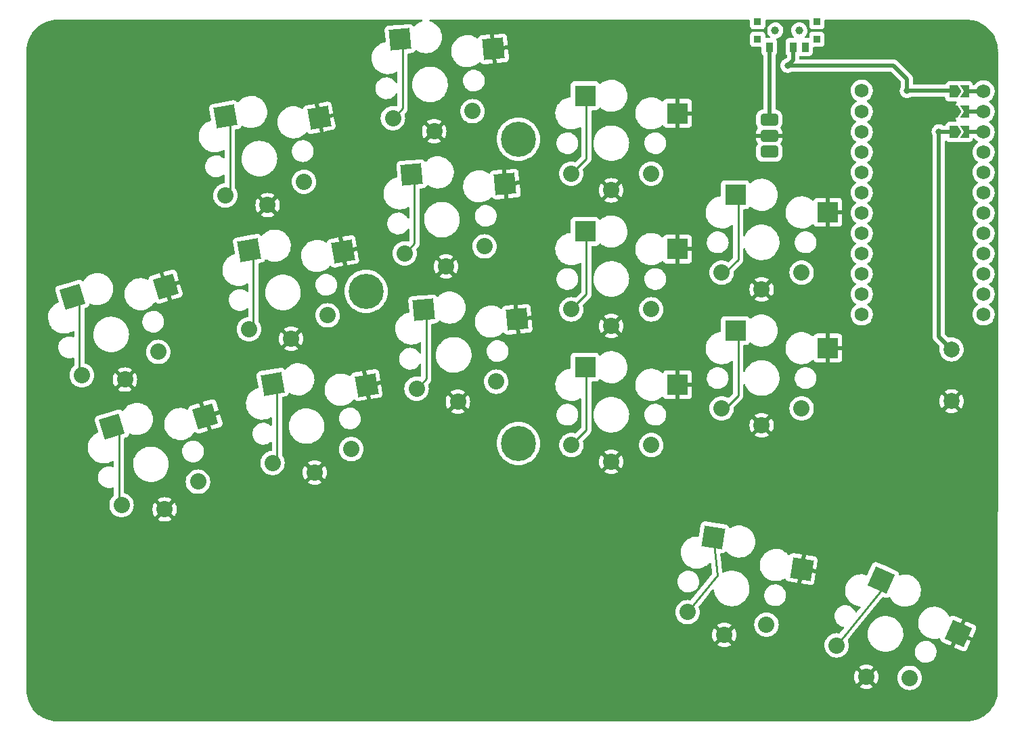
<source format=gbl>
%TF.GenerationSoftware,KiCad,Pcbnew,(6.0.4)*%
%TF.CreationDate,2022-05-21T23:25:38+02:00*%
%TF.ProjectId,battoota,62617474-6f6f-4746-912e-6b696361645f,v1.0.0*%
%TF.SameCoordinates,Original*%
%TF.FileFunction,Copper,L2,Bot*%
%TF.FilePolarity,Positive*%
%FSLAX46Y46*%
G04 Gerber Fmt 4.6, Leading zero omitted, Abs format (unit mm)*
G04 Created by KiCad (PCBNEW (6.0.4)) date 2022-05-21 23:25:38*
%MOMM*%
%LPD*%
G01*
G04 APERTURE LIST*
G04 Aperture macros list*
%AMRoundRect*
0 Rectangle with rounded corners*
0 $1 Rounding radius*
0 $2 $3 $4 $5 $6 $7 $8 $9 X,Y pos of 4 corners*
0 Add a 4 corners polygon primitive as box body*
4,1,4,$2,$3,$4,$5,$6,$7,$8,$9,$2,$3,0*
0 Add four circle primitives for the rounded corners*
1,1,$1+$1,$2,$3*
1,1,$1+$1,$4,$5*
1,1,$1+$1,$6,$7*
1,1,$1+$1,$8,$9*
0 Add four rect primitives between the rounded corners*
20,1,$1+$1,$2,$3,$4,$5,0*
20,1,$1+$1,$4,$5,$6,$7,0*
20,1,$1+$1,$6,$7,$8,$9,0*
20,1,$1+$1,$8,$9,$2,$3,0*%
%AMRotRect*
0 Rectangle, with rotation*
0 The origin of the aperture is its center*
0 $1 length*
0 $2 width*
0 $3 Rotation angle, in degrees counterclockwise*
0 Add horizontal line*
21,1,$1,$2,0,0,$3*%
%AMFreePoly0*
4,1,6,0.150000,0.000000,0.650000,-0.750000,-0.500000,-0.750000,-0.500000,0.750000,0.650000,0.750000,0.150000,0.000000,0.150000,0.000000,$1*%
%AMFreePoly1*
4,1,6,0.500000,-0.750000,-0.500000,-0.750000,-1.000000,0.000000,-0.500000,0.750000,0.500000,0.750000,0.500000,-0.750000,0.500000,-0.750000,$1*%
G04 Aperture macros list end*
%TA.AperFunction,ComponentPad*%
%ADD10C,2.000000*%
%TD*%
%TA.AperFunction,SMDPad,CuDef*%
%ADD11RotRect,2.600000X2.600000X10.000000*%
%TD*%
%TA.AperFunction,ComponentPad*%
%ADD12C,2.032000*%
%TD*%
%TA.AperFunction,SMDPad,CuDef*%
%ADD13RotRect,2.600000X2.600000X5.000000*%
%TD*%
%TA.AperFunction,SMDPad,CuDef*%
%ADD14R,2.600000X2.600000*%
%TD*%
%TA.AperFunction,ComponentPad*%
%ADD15RoundRect,0.375000X-0.750000X0.375000X-0.750000X-0.375000X0.750000X-0.375000X0.750000X0.375000X0*%
%TD*%
%TA.AperFunction,SMDPad,CuDef*%
%ADD16RotRect,2.600000X2.600000X336.000000*%
%TD*%
%TA.AperFunction,SMDPad,CuDef*%
%ADD17RotRect,2.600000X2.600000X17.000000*%
%TD*%
%TA.AperFunction,SMDPad,CuDef*%
%ADD18R,0.900000X0.900000*%
%TD*%
%TA.AperFunction,WasherPad*%
%ADD19C,1.000000*%
%TD*%
%TA.AperFunction,SMDPad,CuDef*%
%ADD20R,0.900000X1.250000*%
%TD*%
%TA.AperFunction,SMDPad,CuDef*%
%ADD21RotRect,2.600000X2.600000X351.000000*%
%TD*%
%TA.AperFunction,ComponentPad*%
%ADD22C,1.752600*%
%TD*%
%TA.AperFunction,SMDPad,CuDef*%
%ADD23FreePoly0,180.000000*%
%TD*%
%TA.AperFunction,SMDPad,CuDef*%
%ADD24R,1.524000X0.500000*%
%TD*%
%TA.AperFunction,SMDPad,CuDef*%
%ADD25FreePoly1,180.000000*%
%TD*%
%TA.AperFunction,ComponentPad*%
%ADD26C,4.400000*%
%TD*%
%TA.AperFunction,ViaPad*%
%ADD27C,0.800000*%
%TD*%
%TA.AperFunction,Conductor*%
%ADD28C,0.250000*%
%TD*%
%TA.AperFunction,Conductor*%
%ADD29C,0.500000*%
%TD*%
G04 APERTURE END LIST*
D10*
%TO.P,B1,1*%
%TO.N,RST*%
X157969791Y80873254D03*
%TO.P,B1,2*%
%TO.N,GND*%
X157969791Y74373254D03*
%TD*%
D11*
%TO.P,S11,1*%
%TO.N,P3*%
X67128658Y110035975D03*
%TO.P,S11,2*%
%TO.N,GND*%
X78885213Y109875035D03*
%TD*%
D12*
%TO.P,S34,1*%
%TO.N,P9*%
X143601464Y43800464D03*
X152736919Y39733098D03*
%TO.P,S34,2*%
%TO.N,GND*%
X147315045Y39848336D03*
X147315045Y39848336D03*
%TD*%
D13*
%TO.P,S15,1*%
%TO.N,P18*%
X90440529Y102756090D03*
%TO.P,S15,2*%
%TO.N,GND*%
X102138320Y101571111D03*
%TD*%
D14*
%TO.P,S21,1*%
%TO.N,P16*%
X112136087Y95636017D03*
%TO.P,S21,2*%
%TO.N,GND*%
X123686087Y93436017D03*
%TD*%
D12*
%TO.P,S8,1*%
%TO.N,P5*%
X73026972Y66651093D03*
X82875050Y68387574D03*
%TO.P,S8,2*%
%TO.N,GND*%
X78315672Y65451237D03*
X78315672Y65451237D03*
%TD*%
%TO.P,S14,1*%
%TO.N,P2*%
X91053509Y75957538D03*
X101015456Y76829096D03*
%TO.P,S14,2*%
%TO.N,GND*%
X96217510Y74301308D03*
X96217510Y74301308D03*
%TD*%
%TO.P,S20,1*%
%TO.N,P14*%
X120411087Y68886017D03*
X110411087Y68886017D03*
%TO.P,S20,2*%
%TO.N,GND*%
X115411087Y66786017D03*
X115411087Y66786017D03*
%TD*%
%TO.P,S28,1*%
%TO.N,P19*%
X129218280Y73478852D03*
X139218280Y73478852D03*
%TO.P,S28,2*%
%TO.N,GND*%
X134218280Y71378852D03*
X134218280Y71378852D03*
%TD*%
D14*
%TO.P,S29,1*%
%TO.N,P20*%
X130943280Y100228852D03*
%TO.P,S29,2*%
%TO.N,GND*%
X142493280Y98028852D03*
%TD*%
D15*
%TO.P,PAD1,1*%
%TO.N,Braw*%
X135161176Y105614670D03*
%TO.P,PAD1,2*%
%TO.N,GND*%
X135161176Y107614670D03*
%TO.P,PAD1,3*%
%TO.N,Braw*%
X135161176Y109614670D03*
%TD*%
D16*
%TO.P,S33,1*%
%TO.N,P9*%
X149143013Y52005912D03*
%TO.P,S33,2*%
%TO.N,GND*%
X158799642Y45298304D03*
%TD*%
D11*
%TO.P,S7,1*%
%TO.N,P5*%
X73032696Y76552511D03*
%TO.P,S7,2*%
%TO.N,GND*%
X84789251Y76391571D03*
%TD*%
D17*
%TO.P,S5,1*%
%TO.N,P6*%
X47970749Y87462459D03*
%TO.P,S5,2*%
%TO.N,GND*%
X59659287Y88735482D03*
%TD*%
D14*
%TO.P,S27,1*%
%TO.N,P19*%
X130943280Y83228852D03*
%TO.P,S27,2*%
%TO.N,GND*%
X142493280Y81028852D03*
%TD*%
D11*
%TO.P,S9,1*%
%TO.N,P4*%
X70080677Y93294243D03*
%TO.P,S9,2*%
%TO.N,GND*%
X81837232Y93133303D03*
%TD*%
D12*
%TO.P,S16,1*%
%TO.N,P18*%
X99533808Y93764406D03*
X89571861Y92892848D03*
%TO.P,S16,2*%
%TO.N,GND*%
X94735862Y91236618D03*
X94735862Y91236618D03*
%TD*%
%TO.P,S30,1*%
%TO.N,P20*%
X139218280Y90478852D03*
X129218280Y90478852D03*
%TO.P,S30,2*%
%TO.N,GND*%
X134218280Y88378852D03*
X134218280Y88378852D03*
%TD*%
D13*
%TO.P,S13,1*%
%TO.N,P2*%
X91922177Y85820780D03*
%TO.P,S13,2*%
%TO.N,GND*%
X103619968Y84635801D03*
%TD*%
D12*
%TO.P,S24,1*%
%TO.N,P10*%
X110411087Y102886017D03*
X120411087Y102886017D03*
%TO.P,S24,2*%
%TO.N,GND*%
X115411087Y100786017D03*
X115411087Y100786017D03*
%TD*%
D13*
%TO.P,S17,1*%
%TO.N,P15*%
X88958882Y119691400D03*
%TO.P,S17,2*%
%TO.N,GND*%
X100656673Y118506421D03*
%TD*%
D12*
%TO.P,S4,1*%
%TO.N,P7*%
X54142067Y61376965D03*
X63705114Y64300682D03*
%TO.P,S4,2*%
%TO.N,GND*%
X59537571Y60830584D03*
X59537571Y60830584D03*
%TD*%
%TO.P,S10,1*%
%TO.N,P4*%
X70074953Y83392825D03*
X79923031Y85129306D03*
%TO.P,S10,2*%
%TO.N,GND*%
X75363653Y82192969D03*
X75363653Y82192969D03*
%TD*%
%TO.P,S22,1*%
%TO.N,P16*%
X110411087Y85886017D03*
X120411087Y85886017D03*
%TO.P,S22,2*%
%TO.N,GND*%
X115411087Y83786017D03*
X115411087Y83786017D03*
%TD*%
D18*
%TO.P,T2,*%
%TO.N,*%
X141119791Y121903254D03*
X133719791Y121903254D03*
X141119791Y119703254D03*
X133719791Y119703254D03*
D19*
X135919791Y120803254D03*
X138919791Y120803254D03*
D20*
%TO.P,T2,1*%
%TO.N,Braw*%
X135169791Y118728254D03*
%TO.P,T2,2*%
%TO.N,RAW*%
X138169791Y118728254D03*
%TO.P,T2,3*%
%TO.N,N/C*%
X139669791Y118728254D03*
%TD*%
D21*
%TO.P,S31,1*%
%TO.N,P8*%
X128172224Y57326077D03*
%TO.P,S31,2*%
%TO.N,GND*%
X139235868Y53346345D03*
%TD*%
D22*
%TO.P,MCU1,*%
%TO.N,*%
X161977213Y110643254D03*
D23*
X159643690Y110643254D03*
D22*
X161977213Y108103254D03*
D24*
X160593690Y113183254D03*
D22*
X146737213Y108103254D03*
D24*
X160593690Y110643254D03*
X160593690Y108103254D03*
D23*
X159643690Y108103254D03*
X159643690Y113183254D03*
D22*
X146737213Y113267000D03*
X161977213Y113183254D03*
X146737213Y110643254D03*
D25*
%TO.P,MCU1,1*%
%TO.N,RAW*%
X158193690Y113183254D03*
%TO.P,MCU1,2*%
%TO.N,GND*%
X158193690Y110643254D03*
%TO.P,MCU1,3*%
%TO.N,RST*%
X158193690Y108103254D03*
D22*
%TO.P,MCU1,4*%
%TO.N,N/C*%
X146737213Y105563254D03*
%TO.P,MCU1,5*%
%TO.N,P21*%
X146737213Y103023254D03*
%TO.P,MCU1,6*%
%TO.N,P20*%
X146737213Y100483254D03*
%TO.P,MCU1,7*%
%TO.N,P19*%
X146737213Y97943254D03*
%TO.P,MCU1,8*%
%TO.N,P18*%
X146737213Y95403254D03*
%TO.P,MCU1,9*%
%TO.N,P15*%
X146737213Y92863254D03*
%TO.P,MCU1,10*%
%TO.N,P14*%
X146737213Y90323254D03*
%TO.P,MCU1,11*%
%TO.N,P16*%
X146737213Y87783254D03*
%TO.P,MCU1,12*%
%TO.N,P10*%
X146737213Y85243254D03*
%TO.P,MCU1,16*%
%TO.N,N/C*%
X161977213Y105563254D03*
%TO.P,MCU1,17*%
%TO.N,P2*%
X161977213Y103023254D03*
%TO.P,MCU1,18*%
%TO.N,P3*%
X161977213Y100483254D03*
%TO.P,MCU1,19*%
%TO.N,P4*%
X161977213Y97943254D03*
%TO.P,MCU1,20*%
%TO.N,P5*%
X161977213Y95403254D03*
%TO.P,MCU1,21*%
%TO.N,P6*%
X161977213Y92863254D03*
%TO.P,MCU1,22*%
%TO.N,P7*%
X161977213Y90323254D03*
%TO.P,MCU1,23*%
%TO.N,P8*%
X161977213Y87783254D03*
%TO.P,MCU1,24*%
%TO.N,P9*%
X161977213Y85243254D03*
%TD*%
D17*
%TO.P,S3,1*%
%TO.N,P7*%
X52941068Y71205278D03*
%TO.P,S3,2*%
%TO.N,GND*%
X64629606Y72478301D03*
%TD*%
D12*
%TO.P,S32,1*%
%TO.N,P8*%
X134820109Y46401621D03*
X124943225Y47965966D03*
%TO.P,S32,2*%
%TO.N,GND*%
X129553155Y45109648D03*
X129553155Y45109648D03*
%TD*%
D26*
%TO.P,REF\u002A\u002A,1*%
%TO.N,N/C*%
X84747220Y88141427D03*
X103797220Y69091427D03*
X103797220Y107191427D03*
%TD*%
D12*
%TO.P,S12,1*%
%TO.N,P3*%
X76971012Y101871038D03*
X67122934Y100134557D03*
%TO.P,S12,2*%
%TO.N,GND*%
X72411634Y98934701D03*
X72411634Y98934701D03*
%TD*%
D14*
%TO.P,S23,1*%
%TO.N,P10*%
X112136087Y112636017D03*
%TO.P,S23,2*%
%TO.N,GND*%
X123686087Y110436017D03*
%TD*%
D12*
%TO.P,S6,1*%
%TO.N,P6*%
X49171748Y77634146D03*
X58734795Y80557863D03*
%TO.P,S6,2*%
%TO.N,GND*%
X54567252Y77087765D03*
X54567252Y77087765D03*
%TD*%
D14*
%TO.P,S19,1*%
%TO.N,P14*%
X112136087Y78636017D03*
%TO.P,S19,2*%
%TO.N,GND*%
X123686087Y76436017D03*
%TD*%
D12*
%TO.P,S18,1*%
%TO.N,P15*%
X88090214Y109828158D03*
X98052161Y110699716D03*
%TO.P,S18,2*%
%TO.N,GND*%
X93254215Y108171928D03*
X93254215Y108171928D03*
%TD*%
D27*
%TO.N,GND*%
X154304587Y110691138D03*
%TO.N,RAW*%
X152400000Y113253855D03*
X137471818Y116415955D03*
%TO.N,RST*%
X156389782Y108147058D03*
%TD*%
D28*
%TO.N,P6*%
X47655954Y88184596D02*
X48856953Y86983597D01*
X48856953Y86983597D02*
X48856953Y78356283D01*
D29*
%TO.N,GND*%
X141543276Y109114806D02*
X140043140Y107614670D01*
X152841907Y110691138D02*
X148444791Y115088254D01*
X154304587Y110691138D02*
X152841907Y110691138D01*
X154329345Y110666380D02*
X154352471Y110643254D01*
X142737125Y115088254D02*
X141543276Y113894405D01*
X148444791Y115088254D02*
X142737125Y115088254D01*
X141543276Y113894405D02*
X141543276Y109114806D01*
X154352471Y110643254D02*
X158193690Y110643254D01*
X140043140Y107614670D02*
X135161176Y107614670D01*
D28*
%TO.N,P5*%
X73590450Y67214571D02*
X73026972Y66651093D01*
X73032696Y76552511D02*
X73590450Y75994757D01*
X73590450Y75994757D02*
X73590450Y67214571D01*
%TO.N,P4*%
X70638431Y83956303D02*
X70074953Y83392825D01*
X70638431Y92736489D02*
X70638431Y83956303D01*
X70080677Y93294243D02*
X70638431Y92736489D01*
%TO.N,P3*%
X67686412Y100698035D02*
X67122934Y100134557D01*
X67128658Y110035975D02*
X67686412Y109478221D01*
X67686412Y109478221D02*
X67686412Y100698035D01*
%TO.N,P2*%
X92270004Y77174033D02*
X91053509Y75957538D01*
X91922177Y85820780D02*
X92270004Y85472953D01*
X92270004Y85472953D02*
X92270004Y77174033D01*
%TO.N,P18*%
X90788356Y94109343D02*
X89571861Y92892848D01*
X90440529Y102756090D02*
X90788356Y102408263D01*
X90788356Y102408263D02*
X90788356Y94109343D01*
%TO.N,P15*%
X89306709Y111044653D02*
X88090214Y109828158D01*
X89306709Y119343573D02*
X89306709Y111044653D01*
X88958882Y119691400D02*
X89306709Y119343573D01*
%TO.N,P14*%
X112285608Y79029475D02*
X112285608Y70760538D01*
X112285608Y70760538D02*
X110411087Y68886017D01*
%TO.N,P16*%
X112285608Y96029475D02*
X112285608Y87760538D01*
X112285608Y87760538D02*
X110411087Y85886017D01*
%TO.N,P10*%
X112285608Y104760538D02*
X110411087Y102886017D01*
X112285608Y113029475D02*
X112285608Y104760538D01*
%TO.N,P19*%
X131272946Y75102108D02*
X129078705Y72907867D01*
X131272946Y82188626D02*
X131272946Y75102108D01*
X130803705Y82657867D02*
X131272946Y82188626D01*
%TO.N,P20*%
X131272946Y99188626D02*
X131272946Y92102108D01*
X129649690Y90478852D02*
X129218280Y90478852D01*
X131272946Y92102108D02*
X129649690Y90478852D01*
X130803705Y99657867D02*
X131272946Y99188626D01*
%TO.N,P7*%
X52626273Y71927415D02*
X53827272Y70726416D01*
X53827272Y70726416D02*
X53827272Y62099102D01*
%TO.N,P8*%
X128172224Y57326077D02*
X128672038Y52570665D01*
X128672038Y52570665D02*
X124943226Y47965965D01*
%TO.N,P9*%
X149269738Y50800199D02*
X143601465Y43800464D01*
X149143013Y52005911D02*
X149269738Y50800199D01*
D29*
%TO.N,RAW*%
X158193690Y113183254D02*
X158123089Y113253855D01*
X158123089Y113253855D02*
X152400000Y113253855D01*
X138169791Y117113928D02*
X137471818Y116415955D01*
X152400000Y114733450D02*
X152400000Y113253855D01*
X137471818Y116415955D02*
X150717495Y116415955D01*
X150717495Y116415955D02*
X152400000Y114733450D01*
X138169791Y118728254D02*
X138169791Y117113928D01*
%TO.N,RST*%
X157969791Y80873254D02*
X156389782Y82453263D01*
X156433586Y108103254D02*
X158193690Y108103254D01*
X156389782Y108147058D02*
X156433586Y108103254D01*
X156389782Y82453263D02*
X156389782Y108147058D01*
%TO.N,Braw*%
X135169791Y118728254D02*
X135169791Y109623285D01*
X135169791Y109623285D02*
X135161176Y109614670D01*
%TD*%
%TA.AperFunction,Conductor*%
%TO.N,GND*%
G36*
X68166038Y122170154D02*
G01*
X91678222Y122169561D01*
X91746342Y122149557D01*
X91792834Y122095900D01*
X91802936Y122025626D01*
X91773441Y121961046D01*
X91713714Y121922664D01*
X91704415Y121920314D01*
X91670748Y121913158D01*
X91670745Y121913157D01*
X91666449Y121912244D01*
X91662320Y121910741D01*
X91662316Y121910740D01*
X91406638Y121817681D01*
X91406634Y121817679D01*
X91402493Y121816172D01*
X91154477Y121684299D01*
X91150918Y121681713D01*
X91150916Y121681712D01*
X90997375Y121570158D01*
X90927227Y121519193D01*
X90924063Y121516137D01*
X90924060Y121516135D01*
X90761885Y121359525D01*
X90698988Y121326593D01*
X90628272Y121332893D01*
X90570624Y121379372D01*
X90568031Y121384795D01*
X90531880Y121425157D01*
X90476841Y121486608D01*
X90476838Y121486610D01*
X90470851Y121493295D01*
X90347125Y121570158D01*
X90206799Y121609206D01*
X90198898Y121609372D01*
X90198895Y121609372D01*
X90147677Y121610445D01*
X90147668Y121610445D01*
X90144265Y121610516D01*
X87458257Y121375520D01*
X87396900Y121363372D01*
X87265487Y121300549D01*
X87258803Y121294562D01*
X87258801Y121294561D01*
X87163674Y121209359D01*
X87163672Y121209356D01*
X87156987Y121203369D01*
X87080124Y121079643D01*
X87041076Y120939317D01*
X87040910Y120931416D01*
X87040910Y120931413D01*
X87039870Y120881738D01*
X87039766Y120876783D01*
X87158941Y119514620D01*
X87163818Y119458873D01*
X87149829Y119389268D01*
X87100429Y119338275D01*
X87064494Y119324644D01*
X86877218Y119284837D01*
X86873089Y119283334D01*
X86873085Y119283333D01*
X86617407Y119190274D01*
X86617403Y119190272D01*
X86613262Y119188765D01*
X86365246Y119056892D01*
X86361687Y119054306D01*
X86361685Y119054305D01*
X86145411Y118897173D01*
X86137996Y118891786D01*
X86134832Y118888730D01*
X86134829Y118888728D01*
X86095712Y118850953D01*
X85935936Y118696659D01*
X85837456Y118570610D01*
X85768696Y118482600D01*
X85763000Y118475310D01*
X85760804Y118471506D01*
X85760799Y118471499D01*
X85689472Y118347956D01*
X85622552Y118232047D01*
X85517326Y117971604D01*
X85516261Y117967331D01*
X85516260Y117967329D01*
X85457018Y117729721D01*
X85449371Y117699052D01*
X85448912Y117694684D01*
X85448911Y117694679D01*
X85420894Y117428109D01*
X85420010Y117419695D01*
X85420163Y117415307D01*
X85420163Y117415301D01*
X85429238Y117155441D01*
X85429813Y117138970D01*
X85430575Y117134647D01*
X85430576Y117134640D01*
X85446110Y117046546D01*
X85478590Y116862341D01*
X85565391Y116595193D01*
X85567319Y116591240D01*
X85567321Y116591235D01*
X85603963Y116516109D01*
X85688528Y116342726D01*
X85690983Y116339087D01*
X85690986Y116339081D01*
X85736005Y116272338D01*
X85845603Y116109852D01*
X86033559Y115901106D01*
X86248738Y115720549D01*
X86486952Y115571697D01*
X86743563Y115457446D01*
X87013578Y115380021D01*
X87017928Y115379410D01*
X87017931Y115379409D01*
X87120878Y115364941D01*
X87291740Y115340928D01*
X87502334Y115340928D01*
X87504520Y115341081D01*
X87504524Y115341081D01*
X87708015Y115355310D01*
X87708020Y115355311D01*
X87712400Y115355617D01*
X87987158Y115414019D01*
X87991287Y115415522D01*
X87991291Y115415523D01*
X88246969Y115508582D01*
X88246973Y115508584D01*
X88251114Y115510091D01*
X88359165Y115567543D01*
X88488055Y115636075D01*
X88557593Y115650395D01*
X88623834Y115624847D01*
X88665746Y115567543D01*
X88673209Y115524824D01*
X88673209Y114313740D01*
X88653207Y114245619D01*
X88599551Y114199126D01*
X88529277Y114189022D01*
X88464697Y114218516D01*
X88439490Y114248375D01*
X88418328Y114283250D01*
X88370864Y114361467D01*
X88366047Y114369406D01*
X88366046Y114369407D01*
X88363278Y114373969D01*
X88352290Y114386632D01*
X88215578Y114544179D01*
X88215576Y114544181D01*
X88212078Y114548212D01*
X88141557Y114606036D01*
X88037810Y114691104D01*
X88037804Y114691108D01*
X88033682Y114694488D01*
X87833190Y114808614D01*
X87828174Y114810435D01*
X87828169Y114810437D01*
X87621350Y114885509D01*
X87621346Y114885510D01*
X87616335Y114887329D01*
X87611086Y114888278D01*
X87611083Y114888279D01*
X87393402Y114927642D01*
X87393395Y114927643D01*
X87389318Y114928380D01*
X87371581Y114929216D01*
X87366633Y114929450D01*
X87366626Y114929450D01*
X87365145Y114929520D01*
X87203000Y114929520D01*
X87136044Y114923839D01*
X87036363Y114915381D01*
X87036359Y114915380D01*
X87031052Y114914930D01*
X87025897Y114913592D01*
X87025891Y114913591D01*
X86812922Y114858315D01*
X86812918Y114858314D01*
X86807753Y114856973D01*
X86802887Y114854781D01*
X86802884Y114854780D01*
X86704446Y114810437D01*
X86597410Y114762221D01*
X86592990Y114759245D01*
X86592986Y114759243D01*
X86525925Y114714094D01*
X86406040Y114633382D01*
X86239113Y114474142D01*
X86205384Y114428809D01*
X86104826Y114293653D01*
X86101404Y114289054D01*
X86098989Y114284304D01*
X86024785Y114138355D01*
X85996848Y114083408D01*
X85966028Y113984151D01*
X85930020Y113868190D01*
X85930019Y113868184D01*
X85928436Y113863087D01*
X85914523Y113758112D01*
X85907965Y113708628D01*
X85898125Y113634388D01*
X85906779Y113403852D01*
X85954153Y113178070D01*
X85956111Y113173111D01*
X85956112Y113173109D01*
X85993368Y113078772D01*
X86038892Y112963498D01*
X86158572Y112766271D01*
X86162069Y112762241D01*
X86304170Y112598484D01*
X86309772Y112592028D01*
X86341820Y112565750D01*
X86484040Y112449136D01*
X86484046Y112449132D01*
X86488168Y112445752D01*
X86688660Y112331626D01*
X86693676Y112329805D01*
X86693681Y112329803D01*
X86900498Y112254732D01*
X86905515Y112252911D01*
X86910764Y112251962D01*
X86910767Y112251961D01*
X87128448Y112212598D01*
X87128455Y112212597D01*
X87132532Y112211860D01*
X87150269Y112211024D01*
X87155217Y112210790D01*
X87155224Y112210790D01*
X87156705Y112210720D01*
X87318850Y112210720D01*
X87385806Y112216401D01*
X87485487Y112224859D01*
X87485491Y112224860D01*
X87490798Y112225310D01*
X87495953Y112226648D01*
X87495959Y112226649D01*
X87708928Y112281925D01*
X87708932Y112281926D01*
X87714097Y112283267D01*
X87718963Y112285459D01*
X87718966Y112285460D01*
X87919574Y112375827D01*
X87924440Y112378019D01*
X87928860Y112380995D01*
X87928864Y112380997D01*
X88062982Y112471292D01*
X88115810Y112506858D01*
X88282737Y112666098D01*
X88345781Y112750832D01*
X88417262Y112846906D01*
X88417264Y112846909D01*
X88420446Y112851186D01*
X88434892Y112879599D01*
X88483596Y112931257D01*
X88552496Y112948383D01*
X88619717Y112925540D01*
X88663918Y112869981D01*
X88673209Y112822494D01*
X88673209Y111415843D01*
X88653207Y111347722D01*
X88599551Y111301229D01*
X88529277Y111291125D01*
X88517795Y111293324D01*
X88334249Y111337390D01*
X88334243Y111337391D01*
X88329436Y111338545D01*
X88090214Y111357372D01*
X87850992Y111338545D01*
X87846185Y111337391D01*
X87846179Y111337390D01*
X87749692Y111314225D01*
X87617661Y111282527D01*
X87613090Y111280634D01*
X87613088Y111280633D01*
X87400537Y111192592D01*
X87400535Y111192591D01*
X87395965Y111190698D01*
X87191365Y111065318D01*
X87187598Y111062101D01*
X87187597Y111062100D01*
X87108469Y110994519D01*
X87008896Y110909476D01*
X87005683Y110905714D01*
X86862199Y110737714D01*
X86853054Y110727007D01*
X86727674Y110522407D01*
X86725781Y110517837D01*
X86725780Y110517835D01*
X86640951Y110313039D01*
X86635845Y110300711D01*
X86623858Y110250780D01*
X86580982Y110072193D01*
X86580981Y110072187D01*
X86579827Y110067380D01*
X86561000Y109828158D01*
X86579827Y109588936D01*
X86580981Y109584129D01*
X86580982Y109584123D01*
X86606656Y109477185D01*
X86635845Y109355605D01*
X86637738Y109351034D01*
X86637739Y109351032D01*
X86709483Y109177827D01*
X86727674Y109133909D01*
X86853054Y108929309D01*
X86856271Y108925542D01*
X86856272Y108925541D01*
X86949180Y108816759D01*
X87008896Y108746840D01*
X87030553Y108728343D01*
X87185127Y108596326D01*
X87191365Y108590998D01*
X87395965Y108465618D01*
X87400535Y108463725D01*
X87400537Y108463724D01*
X87613088Y108375683D01*
X87617661Y108373789D01*
X87691045Y108356171D01*
X87846179Y108318926D01*
X87846185Y108318925D01*
X87850992Y108317771D01*
X88090214Y108298944D01*
X88329436Y108317771D01*
X88334243Y108318925D01*
X88334249Y108318926D01*
X88489383Y108356171D01*
X88562767Y108373789D01*
X88567340Y108375683D01*
X88779891Y108463724D01*
X88779893Y108463725D01*
X88784463Y108465618D01*
X88989063Y108590998D01*
X88995302Y108596326D01*
X89149875Y108728343D01*
X89171532Y108746840D01*
X89231248Y108816759D01*
X89324156Y108925541D01*
X89324157Y108925542D01*
X89327374Y108929309D01*
X89452754Y109133909D01*
X89470946Y109177827D01*
X89542689Y109351032D01*
X89542690Y109351034D01*
X89544583Y109355605D01*
X89559005Y109415675D01*
X92374672Y109415675D01*
X92378456Y109406897D01*
X93241403Y108543950D01*
X93255347Y108536336D01*
X93257180Y108536467D01*
X93263795Y108540718D01*
X94126931Y109403854D01*
X94133691Y109416234D01*
X94127964Y109423884D01*
X93952456Y109531435D01*
X93943662Y109535916D01*
X93731186Y109623926D01*
X93721801Y109626975D01*
X93498171Y109680665D01*
X93488424Y109682208D01*
X93259145Y109700253D01*
X93249285Y109700253D01*
X93020006Y109682208D01*
X93010259Y109680665D01*
X92786629Y109626975D01*
X92777244Y109623926D01*
X92564768Y109535916D01*
X92555974Y109531435D01*
X92384132Y109426131D01*
X92374672Y109415675D01*
X89559005Y109415675D01*
X89573772Y109477185D01*
X89599446Y109584123D01*
X89599447Y109584129D01*
X89600601Y109588936D01*
X89619428Y109828158D01*
X89600601Y110067380D01*
X89599447Y110072187D01*
X89599446Y110072193D01*
X89544583Y110300711D01*
X89546818Y110301248D01*
X89545012Y110362678D01*
X89577804Y110419843D01*
X89698962Y110541001D01*
X89707248Y110548541D01*
X89713727Y110552653D01*
X89760353Y110602305D01*
X89763107Y110605146D01*
X89782844Y110624883D01*
X89785324Y110628080D01*
X89793029Y110637102D01*
X89817868Y110663553D01*
X89823295Y110669332D01*
X89827114Y110676278D01*
X89827116Y110676281D01*
X89833057Y110687087D01*
X89841353Y110699716D01*
X96522947Y110699716D01*
X96541774Y110460494D01*
X96542928Y110455687D01*
X96542929Y110455681D01*
X96565550Y110361459D01*
X96597792Y110227163D01*
X96599685Y110222592D01*
X96599686Y110222590D01*
X96670549Y110051512D01*
X96689621Y110005467D01*
X96815001Y109800867D01*
X96818218Y109797100D01*
X96818219Y109797099D01*
X96879117Y109725796D01*
X96970843Y109618398D01*
X96974605Y109615185D01*
X97136184Y109477185D01*
X97153312Y109462556D01*
X97357912Y109337176D01*
X97362482Y109335283D01*
X97362484Y109335282D01*
X97575035Y109247241D01*
X97579608Y109245347D01*
X97623981Y109234694D01*
X97808126Y109190484D01*
X97808132Y109190483D01*
X97812939Y109189329D01*
X98052161Y109170502D01*
X98291383Y109189329D01*
X98296190Y109190483D01*
X98296196Y109190484D01*
X98480341Y109234694D01*
X98524714Y109245347D01*
X98529287Y109247241D01*
X98741838Y109335282D01*
X98741840Y109335283D01*
X98746410Y109337176D01*
X98951010Y109462556D01*
X98968139Y109477185D01*
X99129717Y109615185D01*
X99133479Y109618398D01*
X99225205Y109725796D01*
X99286103Y109797099D01*
X99286104Y109797100D01*
X99289321Y109800867D01*
X99414701Y110005467D01*
X99433774Y110051512D01*
X99504636Y110222590D01*
X99504637Y110222592D01*
X99506530Y110227163D01*
X99538772Y110361459D01*
X99561393Y110455681D01*
X99561394Y110455687D01*
X99562548Y110460494D01*
X99566152Y110506284D01*
X108398909Y110506284D01*
X108399062Y110501896D01*
X108399062Y110501890D01*
X108408488Y110231975D01*
X108408712Y110225559D01*
X108409474Y110221236D01*
X108409475Y110221229D01*
X108433251Y110086393D01*
X108457489Y109948930D01*
X108544290Y109681782D01*
X108546218Y109677829D01*
X108546220Y109677824D01*
X108579935Y109608699D01*
X108667427Y109429315D01*
X108669882Y109425676D01*
X108669885Y109425670D01*
X108717145Y109355605D01*
X108824502Y109196441D01*
X109012458Y108987695D01*
X109227637Y108807138D01*
X109465851Y108658286D01*
X109579523Y108607676D01*
X109694935Y108556291D01*
X109722462Y108544035D01*
X109726690Y108542823D01*
X109726689Y108542823D01*
X109967856Y108473670D01*
X109992477Y108466610D01*
X109996827Y108465999D01*
X109996830Y108465998D01*
X110065936Y108456286D01*
X110270639Y108427517D01*
X110481233Y108427517D01*
X110483419Y108427670D01*
X110483423Y108427670D01*
X110686914Y108441899D01*
X110686919Y108441900D01*
X110691299Y108442206D01*
X110966057Y108500608D01*
X110970186Y108502111D01*
X110970190Y108502112D01*
X111225868Y108595171D01*
X111225872Y108595173D01*
X111230013Y108596680D01*
X111288951Y108628018D01*
X111466954Y108722664D01*
X111536492Y108736984D01*
X111602733Y108711436D01*
X111644645Y108654132D01*
X111652108Y108611413D01*
X111652108Y105075132D01*
X111632106Y105007011D01*
X111615203Y104986037D01*
X111002773Y104373607D01*
X110940461Y104339581D01*
X110884126Y104342410D01*
X110883640Y104340386D01*
X110655122Y104395249D01*
X110655116Y104395250D01*
X110650309Y104396404D01*
X110411087Y104415231D01*
X110171865Y104396404D01*
X110167058Y104395250D01*
X110167052Y104395249D01*
X110042054Y104365239D01*
X109938534Y104340386D01*
X109933963Y104338493D01*
X109933961Y104338492D01*
X109721410Y104250451D01*
X109721408Y104250450D01*
X109716838Y104248557D01*
X109512238Y104123177D01*
X109508471Y104119960D01*
X109508470Y104119959D01*
X109499259Y104112092D01*
X109329769Y103967335D01*
X109326556Y103963573D01*
X109179654Y103791571D01*
X109173927Y103784866D01*
X109048547Y103580266D01*
X109046654Y103575696D01*
X109046653Y103575694D01*
X108959769Y103365936D01*
X108956718Y103358570D01*
X108937732Y103279487D01*
X108901855Y103130052D01*
X108901854Y103130046D01*
X108900700Y103125239D01*
X108881873Y102886017D01*
X108900700Y102646795D01*
X108901854Y102641988D01*
X108901855Y102641982D01*
X108920268Y102565287D01*
X108956718Y102413464D01*
X108958611Y102408893D01*
X108958612Y102408891D01*
X109044069Y102202580D01*
X109048547Y102191768D01*
X109173927Y101987168D01*
X109177144Y101983401D01*
X109177145Y101983400D01*
X109241669Y101907852D01*
X109329769Y101804699D01*
X109333531Y101801486D01*
X109500675Y101658733D01*
X109512238Y101648857D01*
X109716838Y101523477D01*
X109721408Y101521584D01*
X109721410Y101521583D01*
X109933961Y101433542D01*
X109938534Y101431648D01*
X110005912Y101415472D01*
X110167052Y101376785D01*
X110167058Y101376784D01*
X110171865Y101375630D01*
X110411087Y101356803D01*
X110650309Y101375630D01*
X110655116Y101376784D01*
X110655122Y101376785D01*
X110816262Y101415472D01*
X110883640Y101431648D01*
X110888213Y101433542D01*
X111100764Y101521583D01*
X111100766Y101521584D01*
X111105336Y101523477D01*
X111309936Y101648857D01*
X111321500Y101658733D01*
X111488643Y101801486D01*
X111492405Y101804699D01*
X111580505Y101907852D01*
X111645029Y101983400D01*
X111645030Y101983401D01*
X111648247Y101987168D01*
X111674350Y102029764D01*
X114531544Y102029764D01*
X114535328Y102020986D01*
X115398275Y101158039D01*
X115412219Y101150425D01*
X115414052Y101150556D01*
X115420667Y101154807D01*
X116283803Y102017943D01*
X116290563Y102030323D01*
X116284836Y102037973D01*
X116109328Y102145524D01*
X116100534Y102150005D01*
X115888058Y102238015D01*
X115878673Y102241064D01*
X115655043Y102294754D01*
X115645296Y102296297D01*
X115416017Y102314342D01*
X115406157Y102314342D01*
X115176878Y102296297D01*
X115167131Y102294754D01*
X114943501Y102241064D01*
X114934116Y102238015D01*
X114721640Y102150005D01*
X114712846Y102145524D01*
X114541004Y102040220D01*
X114531544Y102029764D01*
X111674350Y102029764D01*
X111773627Y102191768D01*
X111778106Y102202580D01*
X111863562Y102408891D01*
X111863563Y102408893D01*
X111865456Y102413464D01*
X111901906Y102565287D01*
X111920319Y102641982D01*
X111920320Y102641988D01*
X111921474Y102646795D01*
X111940301Y102886017D01*
X118881873Y102886017D01*
X118900700Y102646795D01*
X118901854Y102641988D01*
X118901855Y102641982D01*
X118920268Y102565287D01*
X118956718Y102413464D01*
X118958611Y102408893D01*
X118958612Y102408891D01*
X119044069Y102202580D01*
X119048547Y102191768D01*
X119173927Y101987168D01*
X119177144Y101983401D01*
X119177145Y101983400D01*
X119241669Y101907852D01*
X119329769Y101804699D01*
X119333531Y101801486D01*
X119500675Y101658733D01*
X119512238Y101648857D01*
X119716838Y101523477D01*
X119721408Y101521584D01*
X119721410Y101521583D01*
X119933961Y101433542D01*
X119938534Y101431648D01*
X120005912Y101415472D01*
X120167052Y101376785D01*
X120167058Y101376784D01*
X120171865Y101375630D01*
X120411087Y101356803D01*
X120650309Y101375630D01*
X120655116Y101376784D01*
X120655122Y101376785D01*
X120816262Y101415472D01*
X120883640Y101431648D01*
X120888213Y101433542D01*
X121100764Y101521583D01*
X121100766Y101521584D01*
X121105336Y101523477D01*
X121309936Y101648857D01*
X121321500Y101658733D01*
X121488643Y101801486D01*
X121492405Y101804699D01*
X121580505Y101907852D01*
X121645029Y101983400D01*
X121645030Y101983401D01*
X121648247Y101987168D01*
X121773627Y102191768D01*
X121778106Y102202580D01*
X121863562Y102408891D01*
X121863563Y102408893D01*
X121865456Y102413464D01*
X121901906Y102565287D01*
X121920319Y102641982D01*
X121920320Y102641988D01*
X121921474Y102646795D01*
X121940301Y102886017D01*
X121921474Y103125239D01*
X121920320Y103130046D01*
X121920319Y103130052D01*
X121884442Y103279487D01*
X121865456Y103358570D01*
X121862405Y103365936D01*
X121775521Y103575694D01*
X121775520Y103575696D01*
X121773627Y103580266D01*
X121648247Y103784866D01*
X121642521Y103791571D01*
X121495618Y103963573D01*
X121492405Y103967335D01*
X121322915Y104112092D01*
X121313704Y104119959D01*
X121313703Y104119960D01*
X121309936Y104123177D01*
X121105336Y104248557D01*
X121100766Y104250450D01*
X121100764Y104250451D01*
X120888213Y104338492D01*
X120888211Y104338493D01*
X120883640Y104340386D01*
X120780120Y104365239D01*
X120655122Y104395249D01*
X120655116Y104395250D01*
X120650309Y104396404D01*
X120411087Y104415231D01*
X120171865Y104396404D01*
X120167058Y104395250D01*
X120167052Y104395249D01*
X120042054Y104365239D01*
X119938534Y104340386D01*
X119933963Y104338493D01*
X119933961Y104338492D01*
X119721410Y104250451D01*
X119721408Y104250450D01*
X119716838Y104248557D01*
X119512238Y104123177D01*
X119508471Y104119960D01*
X119508470Y104119959D01*
X119499259Y104112092D01*
X119329769Y103967335D01*
X119326556Y103963573D01*
X119179654Y103791571D01*
X119173927Y103784866D01*
X119048547Y103580266D01*
X119046654Y103575696D01*
X119046653Y103575694D01*
X118959769Y103365936D01*
X118956718Y103358570D01*
X118937732Y103279487D01*
X118901855Y103130052D01*
X118901854Y103130046D01*
X118900700Y103125239D01*
X118881873Y102886017D01*
X111940301Y102886017D01*
X111921474Y103125239D01*
X111920320Y103130046D01*
X111920319Y103130052D01*
X111865456Y103358570D01*
X111867691Y103359107D01*
X111865885Y103420537D01*
X111898677Y103477703D01*
X112263763Y103842788D01*
X112677866Y104256891D01*
X112686145Y104264425D01*
X112692626Y104268538D01*
X112739252Y104318190D01*
X112742006Y104321031D01*
X112761743Y104340768D01*
X112764223Y104343965D01*
X112771928Y104352987D01*
X112782020Y104363734D01*
X112802194Y104385217D01*
X112806013Y104392163D01*
X112806015Y104392166D01*
X112811956Y104402972D01*
X112822807Y104419491D01*
X112826471Y104424215D01*
X112835222Y104435497D01*
X112838367Y104442766D01*
X112838370Y104442770D01*
X112852782Y104476075D01*
X112857999Y104486725D01*
X112879303Y104525478D01*
X112881789Y104535158D01*
X112884341Y104545100D01*
X112890745Y104563804D01*
X112895641Y104575118D01*
X112895641Y104575119D01*
X112898789Y104582393D01*
X112900028Y104590216D01*
X112900031Y104590226D01*
X112905707Y104626062D01*
X112908113Y104637682D01*
X112917136Y104672827D01*
X112917136Y104672828D01*
X112919108Y104680508D01*
X112919108Y104700762D01*
X112920659Y104720473D01*
X112922588Y104732652D01*
X112923828Y104740481D01*
X112919667Y104784500D01*
X112919108Y104796357D01*
X112919108Y106639358D01*
X113183601Y106639358D01*
X113183964Y106635210D01*
X113183964Y106635206D01*
X113201241Y106437724D01*
X113209339Y106345168D01*
X113210249Y106341096D01*
X113210250Y106341091D01*
X113269467Y106076170D01*
X113273759Y106056967D01*
X113275202Y106053044D01*
X113275203Y106053042D01*
X113297258Y105993099D01*
X113375731Y105779818D01*
X113377678Y105776125D01*
X113377679Y105776123D01*
X113430120Y105676661D01*
X113513461Y105518590D01*
X113515881Y105515185D01*
X113682106Y105281282D01*
X113682111Y105281276D01*
X113684530Y105277872D01*
X113687374Y105274822D01*
X113687379Y105274816D01*
X113856450Y105093510D01*
X113885933Y105061893D01*
X114114132Y104874449D01*
X114365116Y104718832D01*
X114368933Y104717116D01*
X114368936Y104717115D01*
X114405323Y104700762D01*
X114634477Y104597776D01*
X114917482Y104513409D01*
X114921602Y104512756D01*
X114921604Y104512756D01*
X115205679Y104467762D01*
X115205685Y104467761D01*
X115209160Y104467211D01*
X115233719Y104466096D01*
X115300104Y104463081D01*
X115300125Y104463081D01*
X115301524Y104463017D01*
X115485988Y104463017D01*
X115705751Y104477614D01*
X115709850Y104478440D01*
X115709854Y104478441D01*
X115880038Y104512756D01*
X115995238Y104535984D01*
X116274462Y104632129D01*
X116447247Y104718653D01*
X116534782Y104762487D01*
X116534784Y104762488D01*
X116538518Y104764358D01*
X116782765Y104930349D01*
X116786424Y104933620D01*
X116961317Y105089993D01*
X117002914Y105127185D01*
X117005958Y105130736D01*
X117192376Y105348233D01*
X117192379Y105348237D01*
X117195096Y105351407D01*
X117197370Y105354909D01*
X117197374Y105354914D01*
X117353657Y105595568D01*
X117353660Y105595573D01*
X117355936Y105599078D01*
X117361702Y105611220D01*
X117464743Y105828226D01*
X117482606Y105865845D01*
X117487472Y105880999D01*
X117571602Y106143034D01*
X117571602Y106143035D01*
X117572882Y106147021D01*
X117606512Y106333930D01*
X117624438Y106433558D01*
X117624439Y106433563D01*
X117625177Y106437667D01*
X117626538Y106467626D01*
X117638384Y106728506D01*
X117638384Y106728511D01*
X117638573Y106732676D01*
X117637033Y106750285D01*
X119548287Y106750285D01*
X119548487Y106744955D01*
X119548487Y106744954D01*
X119552451Y106639358D01*
X119556941Y106519749D01*
X119604315Y106293967D01*
X119606273Y106289008D01*
X119606274Y106289006D01*
X119634246Y106218178D01*
X119689054Y106079395D01*
X119808734Y105882168D01*
X119812231Y105878138D01*
X119938533Y105732588D01*
X119959934Y105707925D01*
X119964065Y105704538D01*
X120134202Y105565033D01*
X120134208Y105565029D01*
X120138330Y105561649D01*
X120338822Y105447523D01*
X120343838Y105445702D01*
X120343843Y105445700D01*
X120550662Y105370628D01*
X120550666Y105370627D01*
X120555677Y105368808D01*
X120560926Y105367859D01*
X120560929Y105367858D01*
X120778610Y105328495D01*
X120778617Y105328494D01*
X120782694Y105327757D01*
X120800431Y105326921D01*
X120805379Y105326687D01*
X120805386Y105326687D01*
X120806867Y105326617D01*
X120969012Y105326617D01*
X121035968Y105332298D01*
X121135649Y105340756D01*
X121135653Y105340757D01*
X121140960Y105341207D01*
X121146115Y105342545D01*
X121146121Y105342546D01*
X121359090Y105397822D01*
X121359094Y105397823D01*
X121364259Y105399164D01*
X121369125Y105401356D01*
X121369128Y105401357D01*
X121569736Y105491724D01*
X121574602Y105493916D01*
X121579022Y105496892D01*
X121579026Y105496894D01*
X121697946Y105576957D01*
X121765972Y105622755D01*
X121932899Y105781995D01*
X122007430Y105882168D01*
X122067424Y105962803D01*
X122067426Y105962806D01*
X122070608Y105967083D01*
X122113535Y106051513D01*
X133527676Y106051513D01*
X133527677Y105177828D01*
X133530046Y105147723D01*
X133533234Y105107211D01*
X133533746Y105100699D01*
X133540135Y105076855D01*
X133578221Y104934719D01*
X133581814Y104921308D01*
X133666129Y104755831D01*
X133670282Y104750702D01*
X133670285Y104750698D01*
X133767401Y104630770D01*
X133783006Y104611500D01*
X133788137Y104607345D01*
X133922204Y104498779D01*
X133922208Y104498776D01*
X133927337Y104494623D01*
X134092814Y104410308D01*
X134099187Y104408600D01*
X134099188Y104408600D01*
X134266628Y104363734D01*
X134266632Y104363733D01*
X134272205Y104362240D01*
X134277961Y104361787D01*
X134346876Y104356363D01*
X134346885Y104356363D01*
X134349333Y104356170D01*
X135160847Y104356170D01*
X135973018Y104356171D01*
X136019850Y104359856D01*
X136044393Y104361787D01*
X136044396Y104361787D01*
X136050147Y104362240D01*
X136182048Y104397583D01*
X136223164Y104408600D01*
X136223165Y104408600D01*
X136229538Y104410308D01*
X136395015Y104494623D01*
X136400144Y104498776D01*
X136400148Y104498779D01*
X136534215Y104607345D01*
X136539346Y104611500D01*
X136554951Y104630770D01*
X136652067Y104750698D01*
X136652070Y104750702D01*
X136656223Y104755831D01*
X136740538Y104921308D01*
X136743837Y104933620D01*
X136787112Y105095122D01*
X136787113Y105095126D01*
X136788606Y105100699D01*
X136789059Y105106455D01*
X136794483Y105175370D01*
X136794483Y105175379D01*
X136794676Y105177827D01*
X136794675Y106051512D01*
X136790990Y106098344D01*
X136789059Y106122887D01*
X136789059Y106122890D01*
X136788606Y106128641D01*
X136740538Y106308032D01*
X136656223Y106473509D01*
X136634176Y106500735D01*
X136605803Y106535773D01*
X136578478Y106601301D01*
X136590918Y106671199D01*
X136605803Y106694360D01*
X136651643Y106750969D01*
X136658798Y106761988D01*
X136737074Y106915611D01*
X136741775Y106927857D01*
X136786615Y107095203D01*
X136788562Y107106530D01*
X136793983Y107175409D01*
X136794176Y107180336D01*
X136794176Y107342555D01*
X136789701Y107357794D01*
X136788311Y107358999D01*
X136780628Y107360670D01*
X133546291Y107360670D01*
X133531052Y107356195D01*
X133529847Y107354805D01*
X133528176Y107347122D01*
X133528176Y107180336D01*
X133528369Y107175409D01*
X133533790Y107106530D01*
X133535737Y107095203D01*
X133580577Y106927857D01*
X133585278Y106915611D01*
X133663554Y106761988D01*
X133670709Y106750969D01*
X133716549Y106694360D01*
X133743874Y106628832D01*
X133731434Y106558934D01*
X133716549Y106535773D01*
X133688176Y106500735D01*
X133666129Y106473509D01*
X133581814Y106308032D01*
X133580106Y106301659D01*
X133580106Y106301658D01*
X133537603Y106143034D01*
X133533746Y106128641D01*
X133533293Y106122887D01*
X133533293Y106122885D01*
X133527870Y106053972D01*
X133527676Y106051513D01*
X122113535Y106051513D01*
X122126071Y106076170D01*
X122172745Y106167971D01*
X122172745Y106167972D01*
X122175164Y106172729D01*
X122215894Y106303899D01*
X122241992Y106387947D01*
X122241993Y106387953D01*
X122243576Y106393050D01*
X122266645Y106567105D01*
X122273187Y106616464D01*
X122273187Y106616469D01*
X122273887Y106621749D01*
X122273070Y106643528D01*
X122265920Y106833981D01*
X122265233Y106852285D01*
X122217859Y107078067D01*
X122206619Y107106530D01*
X122168654Y107202662D01*
X122133120Y107292639D01*
X122013440Y107489866D01*
X121925049Y107591728D01*
X121865740Y107660076D01*
X121865738Y107660078D01*
X121862240Y107664109D01*
X121813172Y107704342D01*
X121687972Y107807001D01*
X121687966Y107807005D01*
X121683844Y107810385D01*
X121483352Y107924511D01*
X121478336Y107926332D01*
X121478331Y107926334D01*
X121271512Y108001406D01*
X121271508Y108001407D01*
X121266497Y108003226D01*
X121261248Y108004175D01*
X121261245Y108004176D01*
X121043564Y108043539D01*
X121043557Y108043540D01*
X121039480Y108044277D01*
X121021743Y108045113D01*
X121016795Y108045347D01*
X121016788Y108045347D01*
X121015307Y108045417D01*
X120853162Y108045417D01*
X120786206Y108039736D01*
X120686525Y108031278D01*
X120686521Y108031277D01*
X120681214Y108030827D01*
X120676059Y108029489D01*
X120676053Y108029488D01*
X120463084Y107974212D01*
X120463080Y107974211D01*
X120457915Y107972870D01*
X120453049Y107970678D01*
X120453046Y107970677D01*
X120267218Y107886968D01*
X120247572Y107878118D01*
X120243152Y107875142D01*
X120243148Y107875140D01*
X120153425Y107814734D01*
X120056202Y107749279D01*
X119889275Y107590039D01*
X119886087Y107585754D01*
X119758563Y107414355D01*
X119751566Y107404951D01*
X119749151Y107400201D01*
X119657452Y107219842D01*
X119647010Y107199305D01*
X119626919Y107134601D01*
X119580182Y106984087D01*
X119580181Y106984081D01*
X119578598Y106978984D01*
X119570777Y106919972D01*
X119550419Y106766368D01*
X119548287Y106750285D01*
X117637033Y106750285D01*
X117613199Y107022705D01*
X117612835Y107026866D01*
X117605549Y107059462D01*
X117549327Y107310989D01*
X117549325Y107310996D01*
X117548415Y107315067D01*
X117446443Y107592216D01*
X117444023Y107596807D01*
X117354270Y107767037D01*
X117308713Y107853444D01*
X117239489Y107950852D01*
X117140068Y108090752D01*
X117140063Y108090758D01*
X117137644Y108094162D01*
X117134800Y108097212D01*
X117134795Y108097218D01*
X116939087Y108307089D01*
X116936241Y108310141D01*
X116708042Y108497585D01*
X116457058Y108653202D01*
X116449718Y108656501D01*
X116364467Y108694814D01*
X116187697Y108774258D01*
X115904692Y108858625D01*
X115900572Y108859278D01*
X115900570Y108859278D01*
X115616495Y108904272D01*
X115616489Y108904273D01*
X115613014Y108904823D01*
X115588455Y108905938D01*
X115522070Y108908953D01*
X115522049Y108908953D01*
X115520650Y108909017D01*
X115336186Y108909017D01*
X115116423Y108894420D01*
X115112324Y108893594D01*
X115112320Y108893593D01*
X114979724Y108866857D01*
X114826936Y108836050D01*
X114547712Y108739905D01*
X114436076Y108684002D01*
X114291119Y108611413D01*
X114283656Y108607676D01*
X114039409Y108441685D01*
X114036295Y108438901D01*
X114036294Y108438900D01*
X114004316Y108410308D01*
X113819260Y108244849D01*
X113816543Y108241679D01*
X113816542Y108241678D01*
X113634673Y108029488D01*
X113627078Y108020627D01*
X113624804Y108017125D01*
X113624800Y108017120D01*
X113471973Y107781787D01*
X113466238Y107772956D01*
X113464444Y107769178D01*
X113464443Y107769176D01*
X113454995Y107749279D01*
X113339568Y107506189D01*
X113338289Y107502206D01*
X113338288Y107502203D01*
X113269188Y107286981D01*
X113249292Y107225013D01*
X113244614Y107199014D01*
X113198952Y106945231D01*
X113196997Y106934367D01*
X113196808Y106930200D01*
X113196807Y106930193D01*
X113183790Y106643528D01*
X113183601Y106639358D01*
X112919108Y106639358D01*
X112919108Y110506284D01*
X118398909Y110506284D01*
X118399062Y110501896D01*
X118399062Y110501890D01*
X118408488Y110231975D01*
X118408712Y110225559D01*
X118409474Y110221236D01*
X118409475Y110221229D01*
X118433251Y110086393D01*
X118457489Y109948930D01*
X118544290Y109681782D01*
X118546218Y109677829D01*
X118546220Y109677824D01*
X118579935Y109608699D01*
X118667427Y109429315D01*
X118669882Y109425676D01*
X118669885Y109425670D01*
X118717145Y109355605D01*
X118824502Y109196441D01*
X119012458Y108987695D01*
X119227637Y108807138D01*
X119465851Y108658286D01*
X119579523Y108607676D01*
X119694935Y108556291D01*
X119722462Y108544035D01*
X119726690Y108542823D01*
X119726689Y108542823D01*
X119967856Y108473670D01*
X119992477Y108466610D01*
X119996827Y108465999D01*
X119996830Y108465998D01*
X120065936Y108456286D01*
X120270639Y108427517D01*
X120481233Y108427517D01*
X120483419Y108427670D01*
X120483423Y108427670D01*
X120686914Y108441899D01*
X120686919Y108441900D01*
X120691299Y108442206D01*
X120966057Y108500608D01*
X120970186Y108502111D01*
X120970190Y108502112D01*
X121225868Y108595171D01*
X121225872Y108595173D01*
X121230013Y108596680D01*
X121478029Y108728553D01*
X121481857Y108731334D01*
X121701716Y108891070D01*
X121701719Y108891073D01*
X121705279Y108893659D01*
X121717006Y108904983D01*
X121736866Y108924162D01*
X121799763Y108957094D01*
X121870480Y108950794D01*
X121926564Y108907262D01*
X121934911Y108894037D01*
X121941297Y108882374D01*
X122017802Y108780293D01*
X122030363Y108767732D01*
X122132438Y108691231D01*
X122148033Y108682693D01*
X122268481Y108637539D01*
X122283736Y108633912D01*
X122334601Y108628386D01*
X122341415Y108628017D01*
X123413972Y108628017D01*
X123429211Y108632492D01*
X123430416Y108633882D01*
X123432087Y108641565D01*
X123432087Y108646133D01*
X123940087Y108646133D01*
X123944562Y108630894D01*
X123945952Y108629689D01*
X123953635Y108628018D01*
X125030756Y108628018D01*
X125037577Y108628388D01*
X125088439Y108633912D01*
X125103691Y108637538D01*
X125224141Y108682693D01*
X125239736Y108691231D01*
X125341811Y108767732D01*
X125354372Y108780293D01*
X125430873Y108882368D01*
X125439411Y108897963D01*
X125484565Y109018411D01*
X125488192Y109033666D01*
X125493718Y109084531D01*
X125494087Y109091345D01*
X125494087Y110163902D01*
X125489612Y110179141D01*
X125488222Y110180346D01*
X125480539Y110182017D01*
X123958202Y110182017D01*
X123942963Y110177542D01*
X123941758Y110176152D01*
X123940087Y110168469D01*
X123940087Y108646133D01*
X123432087Y108646133D01*
X123432087Y110708132D01*
X123940087Y110708132D01*
X123944562Y110692893D01*
X123945952Y110691688D01*
X123953635Y110690017D01*
X125475971Y110690017D01*
X125491210Y110694492D01*
X125492415Y110695882D01*
X125494086Y110703565D01*
X125494086Y111780686D01*
X125493716Y111787507D01*
X125488192Y111838369D01*
X125484566Y111853621D01*
X125439411Y111974071D01*
X125430873Y111989666D01*
X125354372Y112091741D01*
X125341811Y112104302D01*
X125239736Y112180803D01*
X125224141Y112189341D01*
X125103693Y112234495D01*
X125088438Y112238122D01*
X125037573Y112243648D01*
X125030759Y112244017D01*
X123958202Y112244017D01*
X123942963Y112239542D01*
X123941758Y112238152D01*
X123940087Y112230469D01*
X123940087Y110708132D01*
X123432087Y110708132D01*
X123432087Y112225901D01*
X123427612Y112241140D01*
X123426222Y112242345D01*
X123418539Y112244016D01*
X122341418Y112244016D01*
X122334597Y112243646D01*
X122283735Y112238122D01*
X122268483Y112234496D01*
X122148033Y112189341D01*
X122132438Y112180803D01*
X122030363Y112104302D01*
X122017802Y112091741D01*
X121941299Y111989663D01*
X121934162Y111976627D01*
X121883904Y111926481D01*
X121814513Y111911467D01*
X121742651Y111940614D01*
X121597908Y112062068D01*
X121597903Y112062072D01*
X121594537Y112064896D01*
X121356323Y112213748D01*
X121099712Y112327999D01*
X120909978Y112382404D01*
X120833924Y112404212D01*
X120833923Y112404212D01*
X120829697Y112405424D01*
X120825347Y112406035D01*
X120825344Y112406036D01*
X120687894Y112425353D01*
X120551535Y112444517D01*
X120340941Y112444517D01*
X120338755Y112444364D01*
X120338751Y112444364D01*
X120135260Y112430135D01*
X120135255Y112430134D01*
X120130875Y112429828D01*
X119856117Y112371426D01*
X119851988Y112369923D01*
X119851984Y112369922D01*
X119596306Y112276863D01*
X119596302Y112276861D01*
X119592161Y112275354D01*
X119344145Y112143481D01*
X119340586Y112140895D01*
X119340584Y112140894D01*
X119132432Y111989663D01*
X119116895Y111978375D01*
X119113731Y111975319D01*
X119113728Y111975317D01*
X119034304Y111898618D01*
X118914835Y111783248D01*
X118782795Y111614244D01*
X118744673Y111565449D01*
X118741899Y111561899D01*
X118739703Y111558095D01*
X118739698Y111558088D01*
X118639850Y111385145D01*
X118601451Y111318636D01*
X118496225Y111058193D01*
X118495160Y111053920D01*
X118495159Y111053918D01*
X118435623Y110815131D01*
X118428270Y110785641D01*
X118427811Y110781273D01*
X118427810Y110781268D01*
X118400123Y110517835D01*
X118398909Y110506284D01*
X112919108Y110506284D01*
X112919108Y110701517D01*
X112939110Y110769638D01*
X112992766Y110816131D01*
X113045108Y110827517D01*
X113484221Y110827517D01*
X113546403Y110834272D01*
X113682792Y110885402D01*
X113799348Y110972756D01*
X113886702Y111089312D01*
X113889136Y111095804D01*
X113938666Y111145222D01*
X114008057Y111160236D01*
X114079918Y111131089D01*
X114126789Y111091760D01*
X114227637Y111007138D01*
X114231369Y111004806D01*
X114454137Y110865606D01*
X114465851Y110858286D01*
X114629014Y110785641D01*
X114662233Y110770851D01*
X114722462Y110744035D01*
X114769452Y110730561D01*
X114910847Y110690017D01*
X114992477Y110666610D01*
X114996827Y110665999D01*
X114996830Y110665998D01*
X115063531Y110656624D01*
X115270639Y110627517D01*
X115481233Y110627517D01*
X115483419Y110627670D01*
X115483423Y110627670D01*
X115686914Y110641899D01*
X115686919Y110641900D01*
X115691299Y110642206D01*
X115966057Y110700608D01*
X115970186Y110702111D01*
X115970190Y110702112D01*
X116225868Y110795171D01*
X116225872Y110795173D01*
X116230013Y110796680D01*
X116478029Y110928553D01*
X116492323Y110938938D01*
X116701716Y111091070D01*
X116701719Y111091073D01*
X116705279Y111093659D01*
X116724267Y111111995D01*
X116814913Y111199531D01*
X116907339Y111288786D01*
X117068371Y111494899D01*
X117077568Y111506670D01*
X117077569Y111506671D01*
X117080275Y111510135D01*
X117082471Y111513939D01*
X117082476Y111513946D01*
X117202650Y111722095D01*
X117220723Y111753398D01*
X117325949Y112013841D01*
X117334898Y112049733D01*
X117392840Y112282124D01*
X117392841Y112282129D01*
X117393904Y112286393D01*
X117394684Y112293809D01*
X117422806Y112561381D01*
X117422806Y112561384D01*
X117423265Y112565750D01*
X117423078Y112571106D01*
X117413616Y112842078D01*
X117413615Y112842084D01*
X117413462Y112846475D01*
X117412632Y112851186D01*
X117381717Y113026511D01*
X117364685Y113123104D01*
X117277884Y113390252D01*
X117270952Y113404466D01*
X117166254Y113619126D01*
X117154747Y113642719D01*
X117152292Y113646358D01*
X117152289Y113646364D01*
X117018831Y113844223D01*
X116997672Y113875593D01*
X116809716Y114084339D01*
X116778557Y114110485D01*
X116629132Y114235867D01*
X116594537Y114264896D01*
X116356323Y114413748D01*
X116176463Y114493827D01*
X116103726Y114526212D01*
X116103724Y114526213D01*
X116099712Y114527999D01*
X115829697Y114605424D01*
X115825347Y114606035D01*
X115825344Y114606036D01*
X115722397Y114620504D01*
X115551535Y114644517D01*
X115340941Y114644517D01*
X115338755Y114644364D01*
X115338751Y114644364D01*
X115135260Y114630135D01*
X115135255Y114630134D01*
X115130875Y114629828D01*
X114856117Y114571426D01*
X114851988Y114569923D01*
X114851984Y114569922D01*
X114596306Y114476863D01*
X114596302Y114476861D01*
X114592161Y114475354D01*
X114344145Y114343481D01*
X114340586Y114340895D01*
X114340584Y114340894D01*
X114132769Y114189908D01*
X114116895Y114178375D01*
X114085684Y114148235D01*
X114022790Y114115303D01*
X113952074Y114121602D01*
X113895988Y114165133D01*
X113889358Y114175638D01*
X113886702Y114182722D01*
X113881317Y114189908D01*
X113817112Y114275576D01*
X113799348Y114299278D01*
X113682792Y114386632D01*
X113546403Y114437762D01*
X113484221Y114444517D01*
X110787953Y114444517D01*
X110725771Y114437762D01*
X110589382Y114386632D01*
X110472826Y114299278D01*
X110385472Y114182722D01*
X110334342Y114046333D01*
X110327587Y113984151D01*
X110327587Y112561080D01*
X110307585Y112492959D01*
X110253929Y112446466D01*
X110210376Y112435387D01*
X110199977Y112434660D01*
X110135259Y112430135D01*
X110135253Y112430134D01*
X110130875Y112429828D01*
X109856117Y112371426D01*
X109851988Y112369923D01*
X109851984Y112369922D01*
X109596306Y112276863D01*
X109596302Y112276861D01*
X109592161Y112275354D01*
X109344145Y112143481D01*
X109340586Y112140895D01*
X109340584Y112140894D01*
X109132432Y111989663D01*
X109116895Y111978375D01*
X109113731Y111975319D01*
X109113728Y111975317D01*
X109034304Y111898618D01*
X108914835Y111783248D01*
X108782795Y111614244D01*
X108744673Y111565449D01*
X108741899Y111561899D01*
X108739703Y111558095D01*
X108739698Y111558088D01*
X108639850Y111385145D01*
X108601451Y111318636D01*
X108496225Y111058193D01*
X108495160Y111053920D01*
X108495159Y111053918D01*
X108435623Y110815131D01*
X108428270Y110785641D01*
X108427811Y110781273D01*
X108427810Y110781268D01*
X108400123Y110517835D01*
X108398909Y110506284D01*
X99566152Y110506284D01*
X99581375Y110699716D01*
X99562548Y110938938D01*
X99561394Y110943745D01*
X99561393Y110943751D01*
X99524890Y111095793D01*
X99506530Y111172269D01*
X99504636Y111176842D01*
X99416595Y111389393D01*
X99416594Y111389395D01*
X99414701Y111393965D01*
X99289321Y111598565D01*
X99280317Y111609108D01*
X99136692Y111777272D01*
X99133479Y111781034D01*
X99019874Y111878061D01*
X98954778Y111933658D01*
X98954777Y111933659D01*
X98951010Y111936876D01*
X98746410Y112062256D01*
X98741840Y112064149D01*
X98741838Y112064150D01*
X98529287Y112152191D01*
X98529285Y112152192D01*
X98524714Y112154085D01*
X98413426Y112180803D01*
X98296196Y112208948D01*
X98296190Y112208949D01*
X98291383Y112210103D01*
X98052161Y112228930D01*
X97812939Y112210103D01*
X97808132Y112208949D01*
X97808126Y112208948D01*
X97690896Y112180803D01*
X97579608Y112154085D01*
X97575037Y112152192D01*
X97575035Y112152191D01*
X97362484Y112064150D01*
X97362482Y112064149D01*
X97357912Y112062256D01*
X97153312Y111936876D01*
X97149545Y111933659D01*
X97149544Y111933658D01*
X97084448Y111878061D01*
X96970843Y111781034D01*
X96967630Y111777272D01*
X96824006Y111609108D01*
X96815001Y111598565D01*
X96689621Y111393965D01*
X96687728Y111389395D01*
X96687727Y111389393D01*
X96599686Y111176842D01*
X96597792Y111172269D01*
X96579432Y111095793D01*
X96542929Y110943751D01*
X96542928Y110943745D01*
X96541774Y110938938D01*
X96522947Y110699716D01*
X89841353Y110699716D01*
X89843908Y110703606D01*
X89844715Y110704646D01*
X89856323Y110719612D01*
X89859468Y110726881D01*
X89859471Y110726885D01*
X89873883Y110760190D01*
X89879100Y110770840D01*
X89900404Y110809593D01*
X89905442Y110829216D01*
X89911846Y110847919D01*
X89916742Y110859233D01*
X89916742Y110859234D01*
X89919890Y110866508D01*
X89921129Y110874331D01*
X89921132Y110874341D01*
X89926808Y110910177D01*
X89929214Y110921797D01*
X89938237Y110956942D01*
X89938237Y110956943D01*
X89940209Y110964623D01*
X89940209Y110984877D01*
X89941760Y111004588D01*
X89942810Y111011214D01*
X89944929Y111024596D01*
X89940768Y111068615D01*
X89940209Y111080472D01*
X89940209Y114002818D01*
X90512510Y114002818D01*
X90512873Y113998670D01*
X90512873Y113998666D01*
X90523960Y113871942D01*
X90538248Y113708628D01*
X90539158Y113704556D01*
X90539159Y113704551D01*
X90593242Y113462598D01*
X90602668Y113420427D01*
X90604111Y113416504D01*
X90604112Y113416502D01*
X90608766Y113403852D01*
X90704640Y113143278D01*
X90706587Y113139585D01*
X90706588Y113139583D01*
X90721103Y113112053D01*
X90842370Y112882050D01*
X90867508Y112846678D01*
X91011015Y112644742D01*
X91011020Y112644736D01*
X91013439Y112641332D01*
X91016283Y112638282D01*
X91016288Y112638276D01*
X91198924Y112442423D01*
X91214842Y112425353D01*
X91443041Y112237909D01*
X91694025Y112082292D01*
X91697842Y112080576D01*
X91697845Y112080575D01*
X91752934Y112055817D01*
X91963386Y111961236D01*
X92121901Y111913981D01*
X92238062Y111879352D01*
X92246391Y111876869D01*
X92250511Y111876216D01*
X92250513Y111876216D01*
X92534588Y111831222D01*
X92534594Y111831221D01*
X92538069Y111830671D01*
X92562628Y111829556D01*
X92629013Y111826541D01*
X92629034Y111826541D01*
X92630433Y111826477D01*
X92814897Y111826477D01*
X93034660Y111841074D01*
X93038759Y111841900D01*
X93038763Y111841901D01*
X93212186Y111876869D01*
X93324147Y111899444D01*
X93603371Y111995589D01*
X93773085Y112080575D01*
X93863691Y112125947D01*
X93863693Y112125948D01*
X93867427Y112127818D01*
X94111674Y112293809D01*
X94134484Y112314203D01*
X94279665Y112444010D01*
X94331823Y112490645D01*
X94374978Y112540995D01*
X94521285Y112711693D01*
X94521288Y112711697D01*
X94524005Y112714867D01*
X94526279Y112718369D01*
X94526283Y112718374D01*
X94682566Y112959028D01*
X94682569Y112959033D01*
X94684845Y112962538D01*
X94687657Y112968459D01*
X94783535Y113170379D01*
X94811515Y113229305D01*
X94817290Y113247290D01*
X94900511Y113506494D01*
X94900511Y113506495D01*
X94901791Y113510481D01*
X94926240Y113646364D01*
X94953347Y113797018D01*
X94953348Y113797023D01*
X94954086Y113801127D01*
X94954485Y113809900D01*
X94967293Y114091966D01*
X94967293Y114091971D01*
X94967482Y114096136D01*
X94963789Y114138355D01*
X94942108Y114386165D01*
X94941744Y114390326D01*
X94939457Y114400558D01*
X94896419Y114593102D01*
X96856267Y114593102D01*
X96856467Y114587772D01*
X96856467Y114587771D01*
X96858760Y114526700D01*
X96864921Y114362566D01*
X96912295Y114136784D01*
X96914253Y114131825D01*
X96914254Y114131823D01*
X96952532Y114034899D01*
X96997034Y113922212D01*
X97067784Y113805620D01*
X97109795Y113736388D01*
X97116714Y113724985D01*
X97120211Y113720955D01*
X97208574Y113619126D01*
X97267914Y113550742D01*
X97272045Y113547355D01*
X97442182Y113407850D01*
X97442188Y113407846D01*
X97446310Y113404466D01*
X97646802Y113290340D01*
X97651818Y113288519D01*
X97651823Y113288517D01*
X97858642Y113213445D01*
X97858646Y113213444D01*
X97863657Y113211625D01*
X97868906Y113210676D01*
X97868909Y113210675D01*
X98086590Y113171312D01*
X98086597Y113171311D01*
X98090674Y113170574D01*
X98108411Y113169738D01*
X98113359Y113169504D01*
X98113366Y113169504D01*
X98114847Y113169434D01*
X98276992Y113169434D01*
X98343948Y113175115D01*
X98443629Y113183573D01*
X98443633Y113183574D01*
X98448940Y113184024D01*
X98454095Y113185362D01*
X98454101Y113185363D01*
X98667070Y113240639D01*
X98667074Y113240640D01*
X98672239Y113241981D01*
X98677105Y113244173D01*
X98677108Y113244174D01*
X98877716Y113334541D01*
X98882582Y113336733D01*
X98887002Y113339709D01*
X98887006Y113339711D01*
X99012953Y113424505D01*
X99073952Y113465572D01*
X99240879Y113624812D01*
X99327939Y113741825D01*
X99375404Y113805620D01*
X99375406Y113805623D01*
X99378588Y113809900D01*
X99434004Y113918894D01*
X99480725Y114010788D01*
X99480725Y114010789D01*
X99483144Y114015546D01*
X99521173Y114138019D01*
X99549972Y114230764D01*
X99549973Y114230770D01*
X99551556Y114235867D01*
X99566093Y114345547D01*
X99581167Y114459281D01*
X99581167Y114459286D01*
X99581867Y114464566D01*
X99579501Y114527608D01*
X99573688Y114682452D01*
X99573213Y114695102D01*
X99525839Y114920884D01*
X99522518Y114929295D01*
X99477065Y115044386D01*
X99441100Y115135456D01*
X99321420Y115332683D01*
X99251633Y115413106D01*
X99173720Y115502893D01*
X99173718Y115502895D01*
X99170220Y115506926D01*
X99117875Y115549846D01*
X98995952Y115649818D01*
X98995946Y115649822D01*
X98991824Y115653202D01*
X98791332Y115767328D01*
X98786316Y115769149D01*
X98786311Y115769151D01*
X98579492Y115844223D01*
X98579488Y115844224D01*
X98574477Y115846043D01*
X98569228Y115846992D01*
X98569225Y115846993D01*
X98351544Y115886356D01*
X98351537Y115886357D01*
X98347460Y115887094D01*
X98329723Y115887930D01*
X98324775Y115888164D01*
X98324768Y115888164D01*
X98323287Y115888234D01*
X98161142Y115888234D01*
X98094186Y115882553D01*
X97994505Y115874095D01*
X97994501Y115874094D01*
X97989194Y115873644D01*
X97984039Y115872306D01*
X97984033Y115872305D01*
X97771064Y115817029D01*
X97771060Y115817028D01*
X97765895Y115815687D01*
X97761029Y115813495D01*
X97761026Y115813494D01*
X97658541Y115767328D01*
X97555552Y115720935D01*
X97551132Y115717959D01*
X97551128Y115717957D01*
X97461262Y115657455D01*
X97364182Y115592096D01*
X97197255Y115432856D01*
X97194067Y115428571D01*
X97081838Y115277729D01*
X97059546Y115247768D01*
X97057131Y115243018D01*
X97002444Y115135456D01*
X96954990Y115042122D01*
X96920784Y114931961D01*
X96888162Y114826904D01*
X96888161Y114826898D01*
X96886578Y114821801D01*
X96878287Y114759243D01*
X96858566Y114610446D01*
X96856267Y114593102D01*
X94896419Y114593102D01*
X94878236Y114674449D01*
X94878234Y114674456D01*
X94877324Y114678527D01*
X94871452Y114694488D01*
X94807004Y114869649D01*
X94775352Y114955676D01*
X94728581Y115044386D01*
X94683180Y115130495D01*
X94637622Y115216904D01*
X94558585Y115328120D01*
X94468977Y115454212D01*
X94468972Y115454218D01*
X94466553Y115457622D01*
X94463709Y115460672D01*
X94463704Y115460678D01*
X94267996Y115670549D01*
X94265150Y115673601D01*
X94036951Y115861045D01*
X93785967Y116016662D01*
X93516606Y116137718D01*
X93306557Y116200336D01*
X93237600Y116220893D01*
X93237598Y116220893D01*
X93233601Y116222085D01*
X93229481Y116222738D01*
X93229479Y116222738D01*
X92945404Y116267732D01*
X92945398Y116267733D01*
X92941923Y116268283D01*
X92917364Y116269398D01*
X92850979Y116272413D01*
X92850958Y116272413D01*
X92849559Y116272477D01*
X92665095Y116272477D01*
X92445332Y116257880D01*
X92441233Y116257054D01*
X92441229Y116257053D01*
X92319906Y116232590D01*
X92155845Y116199510D01*
X91876621Y116103365D01*
X91872893Y116101498D01*
X91703479Y116016662D01*
X91612565Y115971136D01*
X91368318Y115805145D01*
X91365204Y115802361D01*
X91365203Y115802360D01*
X91276586Y115723127D01*
X91148169Y115608309D01*
X91145452Y115605139D01*
X91145451Y115605138D01*
X90981642Y115414019D01*
X90955987Y115384087D01*
X90953713Y115380585D01*
X90953709Y115380580D01*
X90797426Y115139926D01*
X90795147Y115136416D01*
X90793353Y115132638D01*
X90793352Y115132636D01*
X90769075Y115081508D01*
X90668477Y114869649D01*
X90667198Y114865666D01*
X90667197Y114865663D01*
X90588162Y114619499D01*
X90578201Y114588473D01*
X90568715Y114535753D01*
X90527395Y114306100D01*
X90525906Y114297827D01*
X90525717Y114293660D01*
X90525716Y114293653D01*
X90513088Y114015546D01*
X90512510Y114002818D01*
X89940209Y114002818D01*
X89940209Y117846389D01*
X89960211Y117914510D01*
X90013867Y117961003D01*
X90055226Y117971910D01*
X90459507Y118007280D01*
X90520864Y118019428D01*
X90564970Y118040513D01*
X90644180Y118078380D01*
X90644181Y118078381D01*
X90652277Y118082251D01*
X90712275Y118135989D01*
X90754090Y118173441D01*
X90754092Y118173444D01*
X90760777Y118179431D01*
X90766478Y118188608D01*
X90832905Y118295534D01*
X90832907Y118295538D01*
X90837640Y118303157D01*
X90838824Y118307412D01*
X90883047Y118359992D01*
X90950866Y118380994D01*
X91019274Y118361997D01*
X91033706Y118351533D01*
X91037969Y118347956D01*
X91276183Y118199104D01*
X91532794Y118084853D01*
X91636486Y118055120D01*
X91776664Y118014925D01*
X91802809Y118007428D01*
X91807159Y118006817D01*
X91807162Y118006816D01*
X91905911Y117992938D01*
X92080971Y117968335D01*
X92291565Y117968335D01*
X92293751Y117968488D01*
X92293755Y117968488D01*
X92497246Y117982717D01*
X92497251Y117982718D01*
X92501631Y117983024D01*
X92776389Y118041426D01*
X92780518Y118042929D01*
X92780522Y118042930D01*
X93036200Y118135989D01*
X93036204Y118135991D01*
X93040345Y118137498D01*
X93288361Y118269371D01*
X93291922Y118271958D01*
X93318479Y118291253D01*
X95381957Y118291253D01*
X95382110Y118286865D01*
X95382110Y118286859D01*
X95391503Y118017894D01*
X95391760Y118010528D01*
X95392522Y118006205D01*
X95392523Y118006198D01*
X95420178Y117849363D01*
X95440537Y117733899D01*
X95527338Y117466751D01*
X95650475Y117214284D01*
X95652930Y117210645D01*
X95652933Y117210639D01*
X95704195Y117134640D01*
X95807550Y116981410D01*
X95810495Y116978139D01*
X95810496Y116978138D01*
X95886416Y116893821D01*
X95995506Y116772664D01*
X96210685Y116592107D01*
X96448899Y116443255D01*
X96705510Y116329004D01*
X96709738Y116327792D01*
X96709737Y116327792D01*
X96953551Y116257880D01*
X96975525Y116251579D01*
X96979875Y116250968D01*
X96979878Y116250967D01*
X97082825Y116236499D01*
X97253687Y116212486D01*
X97464281Y116212486D01*
X97466467Y116212639D01*
X97466471Y116212639D01*
X97669962Y116226868D01*
X97669967Y116226869D01*
X97674347Y116227175D01*
X97949105Y116285577D01*
X97953234Y116287080D01*
X97953238Y116287081D01*
X98208916Y116380140D01*
X98208920Y116380142D01*
X98213061Y116381649D01*
X98461077Y116513522D01*
X98568038Y116591233D01*
X98684764Y116676039D01*
X98684767Y116676042D01*
X98688327Y116678628D01*
X98854040Y116838655D01*
X98916934Y116871586D01*
X98987651Y116865286D01*
X99046391Y116817927D01*
X99053930Y116806623D01*
X99139042Y116711596D01*
X99152650Y116700178D01*
X99261007Y116632864D01*
X99277283Y116625719D01*
X99401215Y116591233D01*
X99416718Y116588951D01*
X99467880Y116587878D01*
X99474682Y116588104D01*
X100543169Y116681585D01*
X100557962Y116687372D01*
X100559042Y116688863D01*
X100560036Y116696658D01*
X100423084Y118262031D01*
X100933025Y118262031D01*
X101065705Y116745487D01*
X101071492Y116730694D01*
X101072983Y116729614D01*
X101080778Y116728620D01*
X102153814Y116822499D01*
X102160555Y116823459D01*
X102210751Y116833396D01*
X102225634Y116838340D01*
X102341690Y116893821D01*
X102356473Y116903680D01*
X102451498Y116988790D01*
X102462916Y117002398D01*
X102530230Y117110755D01*
X102537375Y117127031D01*
X102571861Y117250963D01*
X102574143Y117266466D01*
X102575216Y117317628D01*
X102574990Y117324430D01*
X102481509Y118392917D01*
X102475722Y118407710D01*
X102474231Y118408790D01*
X102466436Y118409784D01*
X100949892Y118277104D01*
X100935099Y118271317D01*
X100934019Y118269826D01*
X100933025Y118262031D01*
X100423084Y118262031D01*
X100385059Y118696659D01*
X100247641Y120267355D01*
X100241854Y120282148D01*
X100240363Y120283228D01*
X100232568Y120284222D01*
X99159532Y120190343D01*
X99152791Y120189383D01*
X99102595Y120179446D01*
X99087712Y120174502D01*
X98971656Y120119021D01*
X98956873Y120109162D01*
X98861848Y120024052D01*
X98850430Y120010444D01*
X98783113Y119902083D01*
X98778613Y119891831D01*
X98732918Y119837494D01*
X98665100Y119816488D01*
X98596692Y119835481D01*
X98582249Y119845951D01*
X98577585Y119849865D01*
X98339371Y119998717D01*
X98148479Y120083708D01*
X98086774Y120111181D01*
X98086772Y120111182D01*
X98082760Y120112968D01*
X97850922Y120179446D01*
X97816972Y120189181D01*
X97816971Y120189181D01*
X97812745Y120190393D01*
X97808395Y120191004D01*
X97808392Y120191005D01*
X97705445Y120205473D01*
X97534583Y120229486D01*
X97323989Y120229486D01*
X97321803Y120229333D01*
X97321799Y120229333D01*
X97118308Y120215104D01*
X97118303Y120215103D01*
X97113923Y120214797D01*
X96839165Y120156395D01*
X96835036Y120154892D01*
X96835032Y120154891D01*
X96579354Y120061832D01*
X96579350Y120061830D01*
X96575209Y120060323D01*
X96327193Y119928450D01*
X96323634Y119925864D01*
X96323632Y119925863D01*
X96148308Y119798483D01*
X96099943Y119763344D01*
X96096779Y119760288D01*
X96096776Y119760286D01*
X96057022Y119721896D01*
X95897883Y119568217D01*
X95724947Y119346868D01*
X95722751Y119343064D01*
X95722746Y119343057D01*
X95643109Y119205120D01*
X95584499Y119103605D01*
X95479273Y118843162D01*
X95478208Y118838889D01*
X95478207Y118838887D01*
X95416553Y118591605D01*
X95411318Y118570610D01*
X95410859Y118566242D01*
X95410858Y118566237D01*
X95383471Y118305658D01*
X95381957Y118291253D01*
X93318479Y118291253D01*
X93512048Y118431888D01*
X93512051Y118431891D01*
X93515611Y118434477D01*
X93553949Y118471499D01*
X93607554Y118523266D01*
X93717671Y118629604D01*
X93890607Y118850953D01*
X93892803Y118854757D01*
X93892808Y118854764D01*
X94028854Y119090404D01*
X94031055Y119094216D01*
X94136281Y119354659D01*
X94163436Y119463570D01*
X94203172Y119622942D01*
X94203173Y119622947D01*
X94204236Y119627211D01*
X94206407Y119647862D01*
X94233138Y119902199D01*
X94233138Y119902202D01*
X94233597Y119906568D01*
X94233141Y119919633D01*
X94223948Y120182896D01*
X94223947Y120182902D01*
X94223794Y120187293D01*
X94221912Y120197971D01*
X94201068Y120316184D01*
X100753310Y120316184D01*
X100885990Y118799640D01*
X100891777Y118784847D01*
X100893268Y118783767D01*
X100901063Y118782773D01*
X102417607Y118915453D01*
X102432400Y118921240D01*
X102433480Y118922731D01*
X102434474Y118930526D01*
X102410450Y119205120D01*
X132761291Y119205120D01*
X132768046Y119142938D01*
X132819176Y119006549D01*
X132906530Y118889993D01*
X133023086Y118802639D01*
X133159475Y118751509D01*
X133221657Y118744754D01*
X134085291Y118744754D01*
X134153412Y118724752D01*
X134199905Y118671096D01*
X134211291Y118618754D01*
X134211291Y118055120D01*
X134218046Y117992938D01*
X134269176Y117856549D01*
X134356530Y117739993D01*
X134363710Y117734612D01*
X134370060Y117728262D01*
X134368425Y117726627D01*
X134403370Y117679895D01*
X134411291Y117635925D01*
X134411291Y110994519D01*
X134391289Y110926398D01*
X134337633Y110879905D01*
X134295174Y110868907D01*
X134286065Y110868191D01*
X134277959Y110867553D01*
X134277956Y110867553D01*
X134272205Y110867100D01*
X134092814Y110819032D01*
X133927337Y110734717D01*
X133922208Y110730564D01*
X133922204Y110730561D01*
X133801447Y110632773D01*
X133783006Y110617840D01*
X133778851Y110612709D01*
X133670285Y110478642D01*
X133670282Y110478638D01*
X133666129Y110473509D01*
X133581814Y110308032D01*
X133580106Y110301659D01*
X133580106Y110301658D01*
X133535900Y110136679D01*
X133533746Y110128641D01*
X133533293Y110122887D01*
X133533293Y110122885D01*
X133527870Y110053972D01*
X133527676Y110051513D01*
X133527677Y109177828D01*
X133530773Y109138481D01*
X133533081Y109109155D01*
X133533746Y109100699D01*
X133581814Y108921308D01*
X133666129Y108755831D01*
X133670284Y108750700D01*
X133716549Y108693567D01*
X133743874Y108628039D01*
X133731434Y108558141D01*
X133716549Y108534980D01*
X133670709Y108478371D01*
X133663554Y108467352D01*
X133585278Y108313729D01*
X133580577Y108301483D01*
X133535737Y108134137D01*
X133533790Y108122810D01*
X133528369Y108053931D01*
X133528176Y108049005D01*
X133528176Y107886785D01*
X133532651Y107871546D01*
X133534041Y107870341D01*
X133541724Y107868670D01*
X136776061Y107868670D01*
X136791300Y107873145D01*
X136792505Y107874535D01*
X136794176Y107882218D01*
X136794176Y108049005D01*
X136793983Y108053931D01*
X136788562Y108122810D01*
X136786615Y108134137D01*
X136741775Y108301483D01*
X136737074Y108313729D01*
X136658798Y108467352D01*
X136651643Y108478371D01*
X136605803Y108534980D01*
X136578478Y108600508D01*
X136590918Y108670406D01*
X136605803Y108693567D01*
X136652068Y108750700D01*
X136656223Y108755831D01*
X136740538Y108921308D01*
X136756656Y108981461D01*
X136787112Y109095122D01*
X136787113Y109095126D01*
X136788606Y109100699D01*
X136789059Y109106455D01*
X136794483Y109175370D01*
X136794483Y109175379D01*
X136794676Y109177827D01*
X136794675Y110051512D01*
X136788606Y110128641D01*
X136740538Y110308032D01*
X136656223Y110473509D01*
X136652070Y110478638D01*
X136652067Y110478642D01*
X136543501Y110612709D01*
X136539346Y110617840D01*
X136520905Y110632773D01*
X136400148Y110730561D01*
X136400144Y110730564D01*
X136395015Y110734717D01*
X136229538Y110819032D01*
X136191535Y110829215D01*
X136055724Y110865606D01*
X136055720Y110865607D01*
X136050147Y110867100D01*
X136044393Y110867553D01*
X136038694Y110868532D01*
X136038887Y110869655D01*
X135978062Y110892839D01*
X135935923Y110949977D01*
X135928291Y110993164D01*
X135928291Y116415955D01*
X136558314Y116415955D01*
X136559004Y116409390D01*
X136573409Y116272338D01*
X136578276Y116226027D01*
X136637291Y116044399D01*
X136732778Y115879011D01*
X136737196Y115874104D01*
X136737197Y115874103D01*
X136751340Y115858396D01*
X136860565Y115737089D01*
X136886540Y115718217D01*
X137009722Y115628720D01*
X137015066Y115624837D01*
X137021094Y115622153D01*
X137021096Y115622152D01*
X137096860Y115588420D01*
X137189530Y115547161D01*
X137282931Y115527308D01*
X137369874Y115508827D01*
X137369879Y115508827D01*
X137376331Y115507455D01*
X137567305Y115507455D01*
X137573757Y115508827D01*
X137573762Y115508827D01*
X137660705Y115527308D01*
X137754106Y115547161D01*
X137846776Y115588420D01*
X137922540Y115622152D01*
X137922542Y115622153D01*
X137928570Y115624837D01*
X137933909Y115628716D01*
X137933916Y115628720D01*
X137940346Y115633392D01*
X138014405Y115657455D01*
X150351124Y115657455D01*
X150419245Y115637453D01*
X150440219Y115620550D01*
X151604595Y114456174D01*
X151638621Y114393862D01*
X151641500Y114367079D01*
X151641500Y113790854D01*
X151624619Y113727855D01*
X151565473Y113625411D01*
X151506458Y113443783D01*
X151505768Y113437222D01*
X151505768Y113437220D01*
X151502261Y113403852D01*
X151486496Y113253855D01*
X151487186Y113247290D01*
X151495362Y113169504D01*
X151506458Y113063927D01*
X151565473Y112882299D01*
X151568776Y112876577D01*
X151568777Y112876576D01*
X151602686Y112817845D01*
X151660960Y112716911D01*
X151665378Y112712004D01*
X151665379Y112712003D01*
X151767592Y112598484D01*
X151788747Y112574989D01*
X151877461Y112510534D01*
X151937904Y112466620D01*
X151943248Y112462737D01*
X151949276Y112460053D01*
X151949278Y112460052D01*
X152074698Y112404212D01*
X152117712Y112385061D01*
X152203237Y112366882D01*
X152298056Y112346727D01*
X152298061Y112346727D01*
X152304513Y112345355D01*
X152495487Y112345355D01*
X152501939Y112346727D01*
X152501944Y112346727D01*
X152596763Y112366882D01*
X152682288Y112385061D01*
X152725302Y112404212D01*
X152850722Y112460052D01*
X152850724Y112460053D01*
X152856752Y112462737D01*
X152862091Y112466616D01*
X152862098Y112466620D01*
X152868528Y112471292D01*
X152942587Y112495355D01*
X157058209Y112495355D01*
X157126330Y112475353D01*
X157172823Y112421697D01*
X157183888Y112378345D01*
X157185190Y112360143D01*
X157203850Y112296594D01*
X157223832Y112228542D01*
X157226386Y112219843D01*
X157237421Y112202672D01*
X157300568Y112104413D01*
X157300570Y112104410D01*
X157305440Y112096833D01*
X157312250Y112090932D01*
X157409135Y112006980D01*
X157409138Y112006978D01*
X157415947Y112001078D01*
X157548956Y111940335D01*
X157693690Y111919525D01*
X158501288Y111919525D01*
X158569409Y111899523D01*
X158615902Y111845867D01*
X158626006Y111775593D01*
X158597886Y111712625D01*
X158556908Y111663696D01*
X158553304Y111655441D01*
X158553302Y111655437D01*
X158514020Y111565449D01*
X158498408Y111529685D01*
X158497275Y111520744D01*
X158497275Y111520742D01*
X158482773Y111406246D01*
X158480034Y111384622D01*
X158503272Y111240258D01*
X158524136Y111196532D01*
X158559193Y111123062D01*
X158566242Y111108288D01*
X158829670Y110713146D01*
X158850814Y110645371D01*
X158829670Y110573362D01*
X158575941Y110192768D01*
X158566242Y110178220D01*
X158565017Y110176020D01*
X158565016Y110176019D01*
X158535421Y110122885D01*
X158526386Y110106665D01*
X158485190Y109966365D01*
X158485190Y109820143D01*
X158487728Y109811500D01*
X158487728Y109811499D01*
X158513992Y109722054D01*
X158526386Y109679843D01*
X158531256Y109672265D01*
X158531257Y109672263D01*
X158602695Y109561104D01*
X158622697Y109492983D01*
X158602695Y109424862D01*
X158549039Y109378369D01*
X158496697Y109366983D01*
X157693690Y109366983D01*
X157661704Y109364695D01*
X157627317Y109362236D01*
X157627316Y109362236D01*
X157620579Y109361754D01*
X157549939Y109341012D01*
X157488925Y109323097D01*
X157488923Y109323096D01*
X157480279Y109320558D01*
X157464061Y109310135D01*
X157364849Y109246376D01*
X157364846Y109246374D01*
X157357269Y109241504D01*
X157351368Y109234694D01*
X157267416Y109137809D01*
X157267414Y109137806D01*
X157261514Y109130997D01*
X157200771Y108997988D01*
X157199488Y108989065D01*
X157196721Y108969821D01*
X157167227Y108905240D01*
X157107501Y108866857D01*
X157072004Y108861754D01*
X156992659Y108861754D01*
X156924538Y108881756D01*
X156918598Y108885818D01*
X156851876Y108934295D01*
X156851875Y108934296D01*
X156846534Y108938176D01*
X156840506Y108940860D01*
X156840504Y108940861D01*
X156678101Y109013167D01*
X156678100Y109013167D01*
X156672070Y109015852D01*
X156578670Y109035705D01*
X156491726Y109054186D01*
X156491721Y109054186D01*
X156485269Y109055558D01*
X156294295Y109055558D01*
X156287843Y109054186D01*
X156287838Y109054186D01*
X156200894Y109035705D01*
X156107494Y109015852D01*
X156101464Y109013167D01*
X156101463Y109013167D01*
X155939060Y108940861D01*
X155939058Y108940860D01*
X155933030Y108938176D01*
X155927689Y108934296D01*
X155927688Y108934295D01*
X155899230Y108913619D01*
X155778529Y108825924D01*
X155774108Y108821014D01*
X155774107Y108821013D01*
X155675444Y108711436D01*
X155650742Y108684002D01*
X155621805Y108633882D01*
X155570964Y108545822D01*
X155555255Y108518614D01*
X155496240Y108336986D01*
X155495550Y108330425D01*
X155495550Y108330423D01*
X155492314Y108299635D01*
X155476278Y108147058D01*
X155476968Y108140493D01*
X155494586Y107972870D01*
X155496240Y107957130D01*
X155555255Y107775502D01*
X155558558Y107769780D01*
X155558559Y107769779D01*
X155568678Y107752253D01*
X155613208Y107675126D01*
X155614401Y107673059D01*
X155631282Y107610059D01*
X155631282Y82520333D01*
X155629849Y82501383D01*
X155626583Y82479914D01*
X155627176Y82472622D01*
X155627176Y82472619D01*
X155630867Y82427245D01*
X155631282Y82417030D01*
X155631282Y82408970D01*
X155632249Y82400677D01*
X155634571Y82380756D01*
X155635004Y82376381D01*
X155640319Y82311042D01*
X155640922Y82303626D01*
X155643178Y82296662D01*
X155644369Y82290703D01*
X155645753Y82284848D01*
X155646600Y82277582D01*
X155671517Y82208936D01*
X155672934Y82204808D01*
X155692687Y82143835D01*
X155695431Y82135364D01*
X155699227Y82129109D01*
X155701733Y82123635D01*
X155704452Y82118205D01*
X155706949Y82111326D01*
X155710962Y82105206D01*
X155710962Y82105205D01*
X155746968Y82050287D01*
X155749305Y82046583D01*
X155787187Y81984156D01*
X155790903Y81979948D01*
X155790904Y81979947D01*
X155794585Y81975779D01*
X155794558Y81975755D01*
X155797211Y81972763D01*
X155799914Y81969530D01*
X155803926Y81963411D01*
X155809238Y81958379D01*
X155860165Y81910135D01*
X155862607Y81907757D01*
X156461203Y81309161D01*
X156495229Y81246849D01*
X156494627Y81190652D01*
X156476411Y81114778D01*
X156476410Y81114772D01*
X156475256Y81109965D01*
X156456626Y80873254D01*
X156475256Y80636543D01*
X156476410Y80631736D01*
X156476411Y80631730D01*
X156506265Y80507379D01*
X156530686Y80405660D01*
X156532579Y80401089D01*
X156532580Y80401087D01*
X156610576Y80212788D01*
X156621551Y80186291D01*
X156624137Y80182071D01*
X156743032Y79988052D01*
X156743036Y79988046D01*
X156745615Y79983838D01*
X156899822Y79803285D01*
X157080375Y79649078D01*
X157084583Y79646499D01*
X157084589Y79646495D01*
X157272724Y79531206D01*
X157282828Y79525014D01*
X157287398Y79523121D01*
X157287402Y79523119D01*
X157485244Y79441171D01*
X157502197Y79434149D01*
X157569892Y79417897D01*
X157728267Y79379874D01*
X157728273Y79379873D01*
X157733080Y79378719D01*
X157958995Y79360939D01*
X157963718Y79360567D01*
X157969791Y79360089D01*
X157975865Y79360567D01*
X157980587Y79360939D01*
X158206502Y79378719D01*
X158211309Y79379873D01*
X158211315Y79379874D01*
X158369690Y79417897D01*
X158437385Y79434149D01*
X158454338Y79441171D01*
X158652180Y79523119D01*
X158652184Y79523121D01*
X158656754Y79525014D01*
X158666858Y79531206D01*
X158854993Y79646495D01*
X158854999Y79646499D01*
X158859207Y79649078D01*
X159039760Y79803285D01*
X159193967Y79983838D01*
X159196546Y79988046D01*
X159196550Y79988052D01*
X159315445Y80182071D01*
X159318031Y80186291D01*
X159329007Y80212788D01*
X159407002Y80401087D01*
X159407003Y80401089D01*
X159408896Y80405660D01*
X159433317Y80507379D01*
X159463171Y80631730D01*
X159463172Y80631736D01*
X159464326Y80636543D01*
X159482956Y80873254D01*
X159464326Y81109965D01*
X159450778Y81166399D01*
X159421745Y81287327D01*
X159408896Y81340848D01*
X159407002Y81345421D01*
X159319926Y81555643D01*
X159319924Y81555647D01*
X159318031Y81560217D01*
X159299744Y81590058D01*
X159196550Y81758456D01*
X159196546Y81758462D01*
X159193967Y81762670D01*
X159039760Y81943223D01*
X158859207Y82097430D01*
X158854999Y82100009D01*
X158854993Y82100013D01*
X158660974Y82218908D01*
X158656754Y82221494D01*
X158652184Y82223387D01*
X158652180Y82223389D01*
X158441958Y82310465D01*
X158441956Y82310466D01*
X158437385Y82312359D01*
X158355803Y82331945D01*
X158211315Y82366634D01*
X158211309Y82366635D01*
X158206502Y82367789D01*
X157969791Y82386419D01*
X157733080Y82367789D01*
X157728273Y82366635D01*
X157728267Y82366634D01*
X157652393Y82348418D01*
X157581485Y82351965D01*
X157533884Y82381842D01*
X157185187Y82730539D01*
X157151161Y82792851D01*
X157148282Y82819634D01*
X157148282Y106877110D01*
X157168284Y106945231D01*
X157221940Y106991724D01*
X157292214Y107001828D01*
X157356794Y106972334D01*
X157415947Y106921078D01*
X157424144Y106917334D01*
X157424145Y106917334D01*
X157427918Y106915611D01*
X157548956Y106860335D01*
X157693690Y106839525D01*
X158693690Y106839525D01*
X158695654Y106839649D01*
X158695658Y106839649D01*
X158751770Y106843188D01*
X158751774Y106843189D01*
X158758247Y106843597D01*
X158803922Y106856179D01*
X158855314Y106859421D01*
X158993690Y106839525D01*
X160143690Y106839525D01*
X160175676Y106841813D01*
X160210063Y106844272D01*
X160210064Y106844272D01*
X160216801Y106844754D01*
X160326995Y106877110D01*
X160348455Y106883411D01*
X160348457Y106883412D01*
X160357101Y106885950D01*
X160421944Y106927622D01*
X160472531Y106960132D01*
X160472534Y106960134D01*
X160480111Y106965004D01*
X160486012Y106971814D01*
X160569964Y107068699D01*
X160569966Y107068702D01*
X160575866Y107075511D01*
X160636609Y107208520D01*
X160637892Y107217443D01*
X160640429Y107226084D01*
X160642066Y107225603D01*
X160667178Y107280591D01*
X160726904Y107318975D01*
X160797901Y107318975D01*
X160857641Y107280576D01*
X161004999Y107110461D01*
X161091165Y107038925D01*
X161172001Y106971814D01*
X161180202Y106965005D01*
X161184653Y106962404D01*
X161184663Y106962397D01*
X161217479Y106943221D01*
X161266202Y106891582D01*
X161279272Y106821799D01*
X161252539Y106756027D01*
X161229566Y106733679D01*
X161054657Y106602354D01*
X160991031Y106535773D01*
X160946462Y106489134D01*
X160897333Y106437724D01*
X160894419Y106433452D01*
X160894418Y106433451D01*
X160852390Y106371840D01*
X160769010Y106249609D01*
X160673134Y106043062D01*
X160671752Y106038080D01*
X160671752Y106038079D01*
X160652063Y105967083D01*
X160612280Y105823629D01*
X160588082Y105597204D01*
X160588379Y105592052D01*
X160588379Y105592048D01*
X160590284Y105559009D01*
X160601190Y105369867D01*
X160602325Y105364830D01*
X160602326Y105364824D01*
X160645022Y105175368D01*
X160651252Y105147723D01*
X160653196Y105142937D01*
X160653197Y105142932D01*
X160720328Y104977610D01*
X160736924Y104936739D01*
X160776444Y104872248D01*
X160851978Y104748989D01*
X160855905Y104742580D01*
X161004999Y104570461D01*
X161116834Y104477614D01*
X161175105Y104429237D01*
X161180202Y104425005D01*
X161184653Y104422404D01*
X161184663Y104422397D01*
X161217479Y104403221D01*
X161266202Y104351582D01*
X161279272Y104281799D01*
X161252539Y104216027D01*
X161229566Y104193679D01*
X161054657Y104062354D01*
X160897333Y103897724D01*
X160894419Y103893452D01*
X160894418Y103893451D01*
X160871296Y103859555D01*
X160769010Y103709609D01*
X160673134Y103503062D01*
X160612280Y103283629D01*
X160588082Y103057204D01*
X160588379Y103052052D01*
X160588379Y103052048D01*
X160592127Y102987051D01*
X160601190Y102829867D01*
X160602325Y102824830D01*
X160602326Y102824824D01*
X160646358Y102629440D01*
X160651252Y102607723D01*
X160653196Y102602937D01*
X160653197Y102602932D01*
X160732380Y102407929D01*
X160736924Y102396739D01*
X160855905Y102202580D01*
X161004999Y102030461D01*
X161180202Y101885005D01*
X161184653Y101882404D01*
X161184663Y101882397D01*
X161217479Y101863221D01*
X161266202Y101811582D01*
X161279272Y101741799D01*
X161252539Y101676027D01*
X161229566Y101653679D01*
X161054657Y101522354D01*
X161051085Y101518616D01*
X160914074Y101375242D01*
X160897333Y101357724D01*
X160894419Y101353452D01*
X160894418Y101353451D01*
X160876184Y101326721D01*
X160769010Y101169609D01*
X160673134Y100963062D01*
X160612280Y100743629D01*
X160588082Y100517204D01*
X160588379Y100512052D01*
X160588379Y100512048D01*
X160591206Y100463026D01*
X160601190Y100289867D01*
X160602325Y100284830D01*
X160602326Y100284824D01*
X160650114Y100072772D01*
X160651252Y100067723D01*
X160653196Y100062937D01*
X160653197Y100062932D01*
X160733115Y99866119D01*
X160736924Y99856739D01*
X160855905Y99662580D01*
X161004999Y99490461D01*
X161119403Y99395481D01*
X161174964Y99349354D01*
X161180202Y99345005D01*
X161184653Y99342404D01*
X161184663Y99342397D01*
X161217479Y99323221D01*
X161266202Y99271582D01*
X161279272Y99201799D01*
X161252539Y99136027D01*
X161229566Y99113679D01*
X161054657Y98982354D01*
X160988238Y98912850D01*
X160961708Y98885088D01*
X160897333Y98817724D01*
X160894419Y98813452D01*
X160894418Y98813451D01*
X160873405Y98782647D01*
X160769010Y98629609D01*
X160673134Y98423062D01*
X160671752Y98418080D01*
X160671752Y98418079D01*
X160656331Y98362473D01*
X160612280Y98203629D01*
X160588082Y97977204D01*
X160588379Y97972052D01*
X160588379Y97972048D01*
X160590783Y97930353D01*
X160601190Y97749867D01*
X160602325Y97744830D01*
X160602326Y97744824D01*
X160648748Y97538832D01*
X160651252Y97527723D01*
X160653196Y97522937D01*
X160653197Y97522932D01*
X160734980Y97321526D01*
X160736924Y97316739D01*
X160775547Y97253712D01*
X160840268Y97148098D01*
X160855905Y97122580D01*
X161004999Y96950461D01*
X161180202Y96805005D01*
X161184653Y96802404D01*
X161184663Y96802397D01*
X161217479Y96783221D01*
X161266202Y96731582D01*
X161279272Y96661799D01*
X161252539Y96596027D01*
X161229566Y96573679D01*
X161054657Y96442354D01*
X161051085Y96438616D01*
X160903394Y96284066D01*
X160897333Y96277724D01*
X160894419Y96273452D01*
X160894418Y96273451D01*
X160870098Y96237799D01*
X160769010Y96089609D01*
X160673134Y95883062D01*
X160671752Y95878080D01*
X160671752Y95878079D01*
X160649895Y95799263D01*
X160612280Y95663629D01*
X160588082Y95437204D01*
X160588379Y95432052D01*
X160588379Y95432048D01*
X160592459Y95361284D01*
X160601190Y95209867D01*
X160602325Y95204830D01*
X160602326Y95204824D01*
X160648984Y94997786D01*
X160651252Y94987723D01*
X160653196Y94982937D01*
X160653197Y94982932D01*
X160732742Y94787037D01*
X160736924Y94776739D01*
X160801781Y94670902D01*
X160834705Y94617176D01*
X160855905Y94582580D01*
X161004999Y94410461D01*
X161180202Y94265005D01*
X161184653Y94262404D01*
X161184663Y94262397D01*
X161217479Y94243221D01*
X161266202Y94191582D01*
X161279272Y94121799D01*
X161252539Y94056027D01*
X161229566Y94033679D01*
X161054657Y93902354D01*
X161051085Y93898616D01*
X160903307Y93743975D01*
X160897333Y93737724D01*
X160894419Y93733452D01*
X160894418Y93733451D01*
X160849649Y93667822D01*
X160769010Y93549609D01*
X160673134Y93343062D01*
X160671752Y93338080D01*
X160671752Y93338079D01*
X160657664Y93287280D01*
X160612280Y93123629D01*
X160588082Y92897204D01*
X160588379Y92892052D01*
X160588379Y92892048D01*
X160591426Y92839213D01*
X160601190Y92669867D01*
X160602325Y92664830D01*
X160602326Y92664824D01*
X160642046Y92488574D01*
X160651252Y92447723D01*
X160653196Y92442937D01*
X160653197Y92442932D01*
X160729438Y92255174D01*
X160736924Y92236739D01*
X160855905Y92042580D01*
X161004999Y91870461D01*
X161180202Y91725005D01*
X161184653Y91722404D01*
X161184663Y91722397D01*
X161217479Y91703221D01*
X161266202Y91651582D01*
X161279272Y91581799D01*
X161252539Y91516027D01*
X161229566Y91493679D01*
X161054657Y91362354D01*
X161035881Y91342706D01*
X160902229Y91202847D01*
X160897333Y91197724D01*
X160894419Y91193452D01*
X160894418Y91193451D01*
X160840943Y91115059D01*
X160769010Y91009609D01*
X160673134Y90803062D01*
X160612280Y90583629D01*
X160588082Y90357204D01*
X160588379Y90352052D01*
X160588379Y90352048D01*
X160590621Y90313170D01*
X160601190Y90129867D01*
X160602325Y90124830D01*
X160602326Y90124824D01*
X160650114Y89912772D01*
X160651252Y89907723D01*
X160653196Y89902937D01*
X160653197Y89902932D01*
X160730780Y89711869D01*
X160736924Y89696739D01*
X160855905Y89502580D01*
X161004999Y89330461D01*
X161180202Y89185005D01*
X161184653Y89182404D01*
X161184663Y89182397D01*
X161217479Y89163221D01*
X161266202Y89111582D01*
X161279272Y89041799D01*
X161252539Y88976027D01*
X161229566Y88953679D01*
X161054657Y88822354D01*
X161010601Y88776252D01*
X160922795Y88684368D01*
X160897333Y88657724D01*
X160894419Y88653452D01*
X160894418Y88653451D01*
X160854933Y88595568D01*
X160769010Y88469609D01*
X160673134Y88263062D01*
X160671752Y88258080D01*
X160671752Y88258079D01*
X160667449Y88242563D01*
X160612280Y88043629D01*
X160588082Y87817204D01*
X160588379Y87812052D01*
X160588379Y87812048D01*
X160591214Y87762891D01*
X160601190Y87589867D01*
X160602325Y87584830D01*
X160602326Y87584824D01*
X160647863Y87382762D01*
X160651252Y87367723D01*
X160653196Y87362937D01*
X160653197Y87362932D01*
X160715734Y87208923D01*
X160736924Y87156739D01*
X160855905Y86962580D01*
X161004999Y86790461D01*
X161180202Y86645005D01*
X161184653Y86642404D01*
X161184663Y86642397D01*
X161217479Y86623221D01*
X161266202Y86571582D01*
X161279272Y86501799D01*
X161252539Y86436027D01*
X161229566Y86413679D01*
X161054657Y86282354D01*
X161000300Y86225473D01*
X160905375Y86126139D01*
X160897333Y86117724D01*
X160894419Y86113452D01*
X160894418Y86113451D01*
X160856476Y86057830D01*
X160769010Y85929609D01*
X160673134Y85723062D01*
X160671752Y85718080D01*
X160671752Y85718079D01*
X160663968Y85690010D01*
X160612280Y85503629D01*
X160588082Y85277204D01*
X160588379Y85272052D01*
X160588379Y85272048D01*
X160590867Y85228905D01*
X160601190Y85049867D01*
X160602325Y85044830D01*
X160602326Y85044824D01*
X160645127Y84854903D01*
X160651252Y84827723D01*
X160653196Y84822937D01*
X160653197Y84822932D01*
X160734980Y84621526D01*
X160736924Y84616739D01*
X160855905Y84422580D01*
X161004999Y84250461D01*
X161180202Y84105005D01*
X161184654Y84102403D01*
X161184659Y84102400D01*
X161277774Y84047988D01*
X161376810Y83990116D01*
X161589542Y83908882D01*
X161594608Y83907851D01*
X161594609Y83907851D01*
X161629291Y83900795D01*
X161812685Y83863483D01*
X161940501Y83858796D01*
X162035083Y83855327D01*
X162035088Y83855327D01*
X162040247Y83855138D01*
X162045367Y83855794D01*
X162045369Y83855794D01*
X162137542Y83867602D01*
X162266116Y83884073D01*
X162271065Y83885558D01*
X162271071Y83885559D01*
X162397417Y83923465D01*
X162484226Y83949509D01*
X162688720Y84049690D01*
X162692924Y84052688D01*
X162692928Y84052691D01*
X162810855Y84136808D01*
X162874106Y84181924D01*
X163035406Y84342662D01*
X163099988Y84432537D01*
X163165268Y84523385D01*
X163168286Y84527585D01*
X163173518Y84538170D01*
X163266886Y84727086D01*
X163266887Y84727088D01*
X163269180Y84731728D01*
X163321281Y84903212D01*
X163333875Y84944664D01*
X163333875Y84944665D01*
X163335377Y84949608D01*
X163337834Y84968267D01*
X163364663Y85172053D01*
X163364664Y85172060D01*
X163365100Y85175375D01*
X163365366Y85186272D01*
X163366677Y85239889D01*
X163366677Y85239894D01*
X163366759Y85243254D01*
X163356865Y85363594D01*
X163348524Y85465052D01*
X163348523Y85465058D01*
X163348100Y85470203D01*
X163310845Y85618524D01*
X163293885Y85686046D01*
X163293884Y85686050D01*
X163292626Y85691057D01*
X163289963Y85697182D01*
X163203885Y85895148D01*
X163203883Y85895151D01*
X163201825Y85899885D01*
X163110959Y86040342D01*
X163080944Y86086739D01*
X163080942Y86086742D01*
X163078136Y86091079D01*
X162924881Y86259504D01*
X162746176Y86400636D01*
X162739548Y86404295D01*
X162738864Y86404985D01*
X162737344Y86405995D01*
X162737552Y86406309D01*
X162689576Y86454721D01*
X162674798Y86524163D01*
X162699909Y86590570D01*
X162727267Y86617185D01*
X162869902Y86718925D01*
X162869904Y86718927D01*
X162874106Y86721924D01*
X163035406Y86882662D01*
X163038763Y86887333D01*
X163165268Y87063385D01*
X163168286Y87067585D01*
X163184829Y87101056D01*
X163266886Y87267086D01*
X163266887Y87267088D01*
X163269180Y87271728D01*
X163327298Y87463017D01*
X163333875Y87484664D01*
X163333875Y87484665D01*
X163335377Y87489608D01*
X163338425Y87512756D01*
X163364663Y87712053D01*
X163364664Y87712060D01*
X163365100Y87715375D01*
X163365182Y87718727D01*
X163366677Y87779889D01*
X163366677Y87779894D01*
X163366759Y87783254D01*
X163355410Y87921292D01*
X163348524Y88005052D01*
X163348523Y88005058D01*
X163348100Y88010203D01*
X163314584Y88143637D01*
X163293885Y88226046D01*
X163293884Y88226050D01*
X163292626Y88231057D01*
X163287623Y88242563D01*
X163203885Y88435148D01*
X163203883Y88435151D01*
X163201825Y88439885D01*
X163101109Y88595568D01*
X163080944Y88626739D01*
X163080942Y88626742D01*
X163078136Y88631079D01*
X162924881Y88799504D01*
X162746176Y88940636D01*
X162739548Y88944295D01*
X162738864Y88944985D01*
X162737344Y88945995D01*
X162737552Y88946309D01*
X162689576Y88994721D01*
X162674798Y89064163D01*
X162699909Y89130570D01*
X162727267Y89157185D01*
X162869902Y89258925D01*
X162869904Y89258927D01*
X162874106Y89261924D01*
X163035406Y89422662D01*
X163049188Y89441841D01*
X163165268Y89603385D01*
X163168286Y89607585D01*
X163172675Y89616464D01*
X163266886Y89807086D01*
X163266887Y89807088D01*
X163269180Y89811728D01*
X163335377Y90029608D01*
X163336052Y90034734D01*
X163364663Y90252053D01*
X163364664Y90252060D01*
X163365100Y90255375D01*
X163366122Y90297200D01*
X163366677Y90319889D01*
X163366677Y90319894D01*
X163366759Y90323254D01*
X163353061Y90489866D01*
X163348524Y90545052D01*
X163348523Y90545058D01*
X163348100Y90550203D01*
X163316554Y90675796D01*
X163293885Y90766046D01*
X163293884Y90766050D01*
X163292626Y90771057D01*
X163288779Y90779905D01*
X163203885Y90975148D01*
X163203883Y90975151D01*
X163201825Y90979885D01*
X163078136Y91171079D01*
X162924881Y91339504D01*
X162746176Y91480636D01*
X162739548Y91484295D01*
X162738864Y91484985D01*
X162737344Y91485995D01*
X162737552Y91486309D01*
X162689576Y91534721D01*
X162674798Y91604163D01*
X162699909Y91670570D01*
X162727267Y91697185D01*
X162869902Y91798925D01*
X162869904Y91798927D01*
X162874106Y91801924D01*
X163035406Y91962662D01*
X163053674Y91988084D01*
X163165268Y92143385D01*
X163168286Y92147585D01*
X163171166Y92153411D01*
X163266886Y92347086D01*
X163266887Y92347088D01*
X163269180Y92351728D01*
X163335377Y92569608D01*
X163343969Y92634872D01*
X163364663Y92792053D01*
X163364664Y92792060D01*
X163365100Y92795375D01*
X163366168Y92839055D01*
X163366677Y92859889D01*
X163366677Y92859894D01*
X163366759Y92863254D01*
X163358520Y92963463D01*
X163348524Y93085052D01*
X163348523Y93085058D01*
X163348100Y93090203D01*
X163312997Y93229956D01*
X163293885Y93306046D01*
X163293884Y93306050D01*
X163292626Y93311057D01*
X163289242Y93318840D01*
X163203885Y93515148D01*
X163203883Y93515151D01*
X163201825Y93519885D01*
X163088867Y93694492D01*
X163080944Y93706739D01*
X163080942Y93706742D01*
X163078136Y93711079D01*
X162924881Y93879504D01*
X162746176Y94020636D01*
X162739548Y94024295D01*
X162738864Y94024985D01*
X162737344Y94025995D01*
X162737552Y94026309D01*
X162689576Y94074721D01*
X162674798Y94144163D01*
X162699909Y94210570D01*
X162727267Y94237185D01*
X162869902Y94338925D01*
X162869904Y94338927D01*
X162874106Y94341924D01*
X163035406Y94502662D01*
X163043165Y94513459D01*
X163165268Y94683385D01*
X163168286Y94687585D01*
X163198976Y94749680D01*
X163266886Y94887086D01*
X163266887Y94887088D01*
X163269180Y94891728D01*
X163327202Y95082701D01*
X163333875Y95104664D01*
X163333875Y95104665D01*
X163335377Y95109608D01*
X163339496Y95140894D01*
X163364663Y95332053D01*
X163364664Y95332060D01*
X163365100Y95335375D01*
X163365751Y95362011D01*
X163366677Y95399889D01*
X163366677Y95399894D01*
X163366759Y95403254D01*
X163357229Y95519169D01*
X163348524Y95625052D01*
X163348523Y95625058D01*
X163348100Y95630203D01*
X163316773Y95754923D01*
X163293885Y95846046D01*
X163293884Y95846050D01*
X163292626Y95851057D01*
X163290150Y95856752D01*
X163203885Y96055148D01*
X163203883Y96055151D01*
X163201825Y96059885D01*
X163094796Y96225327D01*
X163080944Y96246739D01*
X163080942Y96246742D01*
X163078136Y96251079D01*
X162924881Y96419504D01*
X162746176Y96560636D01*
X162739548Y96564295D01*
X162738864Y96564985D01*
X162737344Y96565995D01*
X162737552Y96566309D01*
X162689576Y96614721D01*
X162674798Y96684163D01*
X162699909Y96750570D01*
X162727267Y96777185D01*
X162869902Y96878925D01*
X162869904Y96878927D01*
X162874106Y96881924D01*
X163035406Y97042662D01*
X163066073Y97085339D01*
X163165268Y97223385D01*
X163168286Y97227585D01*
X163186727Y97264896D01*
X163266886Y97427086D01*
X163266887Y97427088D01*
X163269180Y97431728D01*
X163335377Y97649608D01*
X163336370Y97657150D01*
X163364663Y97872053D01*
X163364664Y97872060D01*
X163365100Y97875375D01*
X163365372Y97886491D01*
X163366677Y97939889D01*
X163366677Y97939894D01*
X163366759Y97943254D01*
X163354306Y98094725D01*
X163348524Y98165052D01*
X163348523Y98165058D01*
X163348100Y98170203D01*
X163319266Y98284999D01*
X163293885Y98386046D01*
X163293884Y98386050D01*
X163292626Y98391057D01*
X163289880Y98397373D01*
X163203885Y98595148D01*
X163203883Y98595151D01*
X163201825Y98599885D01*
X163114261Y98735239D01*
X163080944Y98786739D01*
X163080942Y98786742D01*
X163078136Y98791079D01*
X162924881Y98959504D01*
X162746176Y99100636D01*
X162739548Y99104295D01*
X162738864Y99104985D01*
X162737344Y99105995D01*
X162737552Y99106309D01*
X162689576Y99154721D01*
X162674798Y99224163D01*
X162699909Y99290570D01*
X162727267Y99317185D01*
X162869902Y99418925D01*
X162869904Y99418927D01*
X162874106Y99421924D01*
X163035406Y99582662D01*
X163087002Y99654465D01*
X163165268Y99763385D01*
X163168286Y99767585D01*
X163172587Y99776286D01*
X163266886Y99967086D01*
X163266887Y99967088D01*
X163269180Y99971728D01*
X163324624Y100154216D01*
X163333875Y100184664D01*
X163333875Y100184665D01*
X163335377Y100189608D01*
X163337806Y100208057D01*
X163364663Y100412053D01*
X163364664Y100412060D01*
X163365100Y100415375D01*
X163366759Y100483254D01*
X163351940Y100663500D01*
X163348524Y100705052D01*
X163348523Y100705058D01*
X163348100Y100710203D01*
X163292626Y100931057D01*
X163290454Y100936052D01*
X163203885Y101135148D01*
X163203883Y101135151D01*
X163201825Y101139885D01*
X163097887Y101300549D01*
X163080944Y101326739D01*
X163080942Y101326742D01*
X163078136Y101331079D01*
X162924881Y101499504D01*
X162746176Y101640636D01*
X162739548Y101644295D01*
X162738864Y101644985D01*
X162737344Y101645995D01*
X162737552Y101646309D01*
X162689576Y101694721D01*
X162674798Y101764163D01*
X162699909Y101830570D01*
X162727267Y101857185D01*
X162869902Y101958925D01*
X162869904Y101958927D01*
X162874106Y101961924D01*
X163035406Y102122662D01*
X163068197Y102168295D01*
X163165268Y102303385D01*
X163168286Y102307585D01*
X163186082Y102343591D01*
X163266886Y102507086D01*
X163266887Y102507088D01*
X163269180Y102511728D01*
X163322624Y102687632D01*
X163333875Y102724664D01*
X163333875Y102724665D01*
X163335377Y102729608D01*
X163336052Y102734734D01*
X163364663Y102952053D01*
X163364664Y102952060D01*
X163365100Y102955375D01*
X163365379Y102966773D01*
X163366677Y103019889D01*
X163366677Y103019894D01*
X163366759Y103023254D01*
X163357155Y103140072D01*
X163348524Y103245052D01*
X163348523Y103245058D01*
X163348100Y103250203D01*
X163311492Y103395947D01*
X163293885Y103466046D01*
X163293884Y103466050D01*
X163292626Y103471057D01*
X163290567Y103475793D01*
X163203885Y103675148D01*
X163203883Y103675151D01*
X163201825Y103679885D01*
X163089010Y103854270D01*
X163080944Y103866739D01*
X163080942Y103866742D01*
X163078136Y103871079D01*
X162924881Y104039504D01*
X162746176Y104180636D01*
X162739548Y104184295D01*
X162738864Y104184985D01*
X162737344Y104185995D01*
X162737552Y104186309D01*
X162689576Y104234721D01*
X162674798Y104304163D01*
X162699909Y104370570D01*
X162727267Y104397185D01*
X162869902Y104498925D01*
X162869904Y104498927D01*
X162874106Y104501924D01*
X163035406Y104662662D01*
X163043479Y104673896D01*
X163165268Y104843385D01*
X163168286Y104847585D01*
X163182873Y104877098D01*
X163266886Y105047086D01*
X163266887Y105047088D01*
X163269180Y105051728D01*
X163335377Y105269608D01*
X163340442Y105308082D01*
X163364663Y105492053D01*
X163364664Y105492060D01*
X163365100Y105495375D01*
X163365584Y105515185D01*
X163366677Y105559889D01*
X163366677Y105559894D01*
X163366759Y105563254D01*
X163357324Y105678013D01*
X163348524Y105785052D01*
X163348523Y105785058D01*
X163348100Y105790203D01*
X163305565Y105959546D01*
X163293885Y106006046D01*
X163293884Y106006050D01*
X163292626Y106011057D01*
X163290567Y106015793D01*
X163203885Y106215148D01*
X163203883Y106215151D01*
X163201825Y106219885D01*
X163093101Y106387947D01*
X163080944Y106406739D01*
X163080942Y106406742D01*
X163078136Y106411079D01*
X162924881Y106579504D01*
X162746176Y106720636D01*
X162739548Y106724295D01*
X162738864Y106724985D01*
X162737344Y106725995D01*
X162737552Y106726309D01*
X162689576Y106774721D01*
X162674798Y106844163D01*
X162699909Y106910570D01*
X162727267Y106937185D01*
X162869902Y107038925D01*
X162869904Y107038927D01*
X162874106Y107041924D01*
X163035406Y107202662D01*
X163039616Y107208520D01*
X163165268Y107383385D01*
X163168286Y107387585D01*
X163207536Y107467000D01*
X163266886Y107587086D01*
X163266887Y107587088D01*
X163269180Y107591728D01*
X163335377Y107809608D01*
X163341148Y107853444D01*
X163364663Y108032053D01*
X163364664Y108032060D01*
X163365100Y108035375D01*
X163365344Y108045347D01*
X163366677Y108099889D01*
X163366677Y108099894D01*
X163366759Y108103254D01*
X163350670Y108298944D01*
X163348524Y108325052D01*
X163348523Y108325058D01*
X163348100Y108330203D01*
X163313533Y108467822D01*
X163293885Y108546046D01*
X163293884Y108546050D01*
X163292626Y108551057D01*
X163289546Y108558141D01*
X163203885Y108755148D01*
X163203883Y108755151D01*
X163201825Y108759885D01*
X163112498Y108897963D01*
X163080944Y108946739D01*
X163080942Y108946742D01*
X163078136Y108951079D01*
X162924881Y109119504D01*
X162746176Y109260636D01*
X162739548Y109264295D01*
X162738864Y109264985D01*
X162737344Y109265995D01*
X162737552Y109266309D01*
X162689576Y109314721D01*
X162674798Y109384163D01*
X162699909Y109450570D01*
X162727267Y109477185D01*
X162869902Y109578925D01*
X162869904Y109578927D01*
X162874106Y109581924D01*
X163035406Y109742662D01*
X163039616Y109748520D01*
X163165268Y109923385D01*
X163168286Y109927585D01*
X163176771Y109944752D01*
X163266886Y110127086D01*
X163266887Y110127088D01*
X163269180Y110131728D01*
X163322745Y110308032D01*
X163333875Y110344664D01*
X163333875Y110344665D01*
X163335377Y110349608D01*
X163344624Y110419843D01*
X163364663Y110572053D01*
X163364664Y110572060D01*
X163365100Y110575375D01*
X163365828Y110605146D01*
X163366677Y110639889D01*
X163366677Y110639894D01*
X163366759Y110643254D01*
X163356368Y110769638D01*
X163348524Y110865052D01*
X163348523Y110865058D01*
X163348100Y110870203D01*
X163314345Y111004588D01*
X163293885Y111086046D01*
X163293884Y111086050D01*
X163292626Y111091057D01*
X163283368Y111112349D01*
X163203885Y111295148D01*
X163203883Y111295151D01*
X163201825Y111299885D01*
X163091174Y111470926D01*
X163080944Y111486739D01*
X163080942Y111486742D01*
X163078136Y111491079D01*
X162924881Y111659504D01*
X162746176Y111800636D01*
X162739548Y111804295D01*
X162738864Y111804985D01*
X162737344Y111805995D01*
X162737552Y111806309D01*
X162689576Y111854721D01*
X162674798Y111924163D01*
X162699909Y111990570D01*
X162727267Y112017185D01*
X162869902Y112118925D01*
X162869904Y112118927D01*
X162874106Y112121924D01*
X163035406Y112282662D01*
X163039616Y112288520D01*
X163165268Y112463385D01*
X163168286Y112467585D01*
X163182654Y112496655D01*
X163266886Y112667086D01*
X163266887Y112667088D01*
X163269180Y112671728D01*
X163323704Y112851186D01*
X163333875Y112884664D01*
X163333875Y112884665D01*
X163335377Y112889608D01*
X163343115Y112948383D01*
X163364663Y113112053D01*
X163364664Y113112060D01*
X163365100Y113115375D01*
X163366427Y113169659D01*
X163366677Y113179889D01*
X163366677Y113179894D01*
X163366759Y113183254D01*
X163357955Y113290340D01*
X163348524Y113405052D01*
X163348523Y113405058D01*
X163348100Y113410203D01*
X163313650Y113547355D01*
X163293885Y113626046D01*
X163293884Y113626050D01*
X163292626Y113631057D01*
X163287555Y113642719D01*
X163203885Y113835148D01*
X163203883Y113835151D01*
X163201825Y113839885D01*
X163108495Y113984151D01*
X163080944Y114026739D01*
X163080942Y114026742D01*
X163078136Y114031079D01*
X162924881Y114199504D01*
X162746176Y114340636D01*
X162546820Y114450687D01*
X162430811Y114491768D01*
X162337042Y114524974D01*
X162337038Y114524975D01*
X162332167Y114526700D01*
X162327074Y114527607D01*
X162327071Y114527608D01*
X162113070Y114565727D01*
X162113064Y114565728D01*
X162107981Y114566633D01*
X162020911Y114567697D01*
X161885452Y114569352D01*
X161885450Y114569352D01*
X161880283Y114569415D01*
X161655189Y114534971D01*
X161438742Y114464225D01*
X161391918Y114439850D01*
X161288791Y114386165D01*
X161236757Y114359078D01*
X161232624Y114355975D01*
X161232621Y114355973D01*
X161065858Y114230764D01*
X161054657Y114222354D01*
X161051085Y114218616D01*
X160924367Y114086013D01*
X160897333Y114057724D01*
X160894422Y114053456D01*
X160865409Y114010925D01*
X160810497Y113965923D01*
X160739972Y113957752D01*
X160676225Y113989007D01*
X160640425Y114046432D01*
X160637110Y114057724D01*
X160624612Y114100288D01*
X160613533Y114138019D01*
X160613532Y114138021D01*
X160610994Y114146665D01*
X160569650Y114210997D01*
X160536812Y114262095D01*
X160536810Y114262098D01*
X160531940Y114269675D01*
X160515057Y114284304D01*
X160428245Y114359528D01*
X160428242Y114359530D01*
X160421433Y114365430D01*
X160288424Y114426173D01*
X160279251Y114427492D01*
X160263590Y114429744D01*
X160143690Y114446983D01*
X158993690Y114446983D01*
X158991177Y114446782D01*
X158991176Y114446782D01*
X158919043Y114441014D01*
X158919040Y114441013D01*
X158912045Y114440454D01*
X158905347Y114438364D01*
X158905345Y114438364D01*
X158884709Y114431926D01*
X158829252Y114427492D01*
X158753635Y114438364D01*
X158693690Y114446983D01*
X157693690Y114446983D01*
X157684714Y114446341D01*
X157627317Y114442236D01*
X157627316Y114442236D01*
X157620579Y114441754D01*
X157541072Y114418409D01*
X157488925Y114403097D01*
X157488923Y114403096D01*
X157480279Y114400558D01*
X157458610Y114386632D01*
X157364849Y114326376D01*
X157364846Y114326374D01*
X157357269Y114321504D01*
X157351368Y114314694D01*
X157267416Y114217809D01*
X157267414Y114217806D01*
X157261514Y114210997D01*
X157257770Y114202800D01*
X157257770Y114202799D01*
X157204436Y114086013D01*
X157157943Y114032357D01*
X157089822Y114012355D01*
X153284500Y114012355D01*
X153216379Y114032357D01*
X153169886Y114086013D01*
X153158500Y114138355D01*
X153158500Y114666387D01*
X153159933Y114685336D01*
X153161325Y114694488D01*
X153163198Y114706799D01*
X153158915Y114759460D01*
X153158500Y114769673D01*
X153158500Y114777743D01*
X153158078Y114781363D01*
X153158077Y114781381D01*
X153155208Y114805989D01*
X153154775Y114810364D01*
X153149454Y114875789D01*
X153149453Y114875792D01*
X153148860Y114883087D01*
X153146604Y114890051D01*
X153145413Y114896010D01*
X153144029Y114901865D01*
X153143182Y114909131D01*
X153118265Y114977777D01*
X153116848Y114981905D01*
X153096607Y115044386D01*
X153096606Y115044388D01*
X153094351Y115051349D01*
X153090555Y115057604D01*
X153088049Y115063078D01*
X153085330Y115068508D01*
X153082833Y115075387D01*
X153042809Y115136434D01*
X153040472Y115140138D01*
X153005509Y115197757D01*
X153005505Y115197762D01*
X153002595Y115202558D01*
X152995197Y115210934D01*
X152995223Y115210957D01*
X152992574Y115213947D01*
X152989866Y115217186D01*
X152985856Y115223302D01*
X152980549Y115228329D01*
X152980546Y115228333D01*
X152929617Y115276578D01*
X152927175Y115278956D01*
X151301265Y116904866D01*
X151288879Y116919278D01*
X151280346Y116930873D01*
X151280341Y116930878D01*
X151276003Y116936773D01*
X151270425Y116941512D01*
X151270422Y116941515D01*
X151235727Y116970990D01*
X151228211Y116977920D01*
X151222516Y116983615D01*
X151215975Y116988790D01*
X151200244Y117001236D01*
X151196840Y117004027D01*
X151146792Y117046546D01*
X151146790Y117046547D01*
X151141210Y117051288D01*
X151134694Y117054616D01*
X151129645Y117057983D01*
X151124516Y117061150D01*
X151118779Y117065689D01*
X151052620Y117096610D01*
X151048720Y117098516D01*
X151048352Y117098704D01*
X150983687Y117131724D01*
X150976579Y117133463D01*
X150970936Y117135562D01*
X150965173Y117137479D01*
X150958545Y117140577D01*
X150887078Y117155442D01*
X150882794Y117156412D01*
X150811885Y117173763D01*
X150806283Y117174111D01*
X150806280Y117174111D01*
X150800731Y117174455D01*
X150800733Y117174491D01*
X150796740Y117174730D01*
X150792548Y117175104D01*
X150785380Y117176595D01*
X150719170Y117174804D01*
X150707974Y117174501D01*
X150704567Y117174455D01*
X139054291Y117174455D01*
X138986170Y117194457D01*
X138939677Y117248113D01*
X138928291Y117300455D01*
X138928291Y117487633D01*
X138948293Y117555754D01*
X139001949Y117602247D01*
X139072223Y117612351D01*
X139098516Y117605617D01*
X139102075Y117604283D01*
X139109475Y117601509D01*
X139171657Y117594754D01*
X140167925Y117594754D01*
X140230107Y117601509D01*
X140366496Y117652639D01*
X140483052Y117739993D01*
X140570406Y117856549D01*
X140621536Y117992938D01*
X140628291Y118055120D01*
X140628291Y118618754D01*
X140648293Y118686875D01*
X140701949Y118733368D01*
X140754291Y118744754D01*
X141617925Y118744754D01*
X141680107Y118751509D01*
X141816496Y118802639D01*
X141933052Y118889993D01*
X142020406Y119006549D01*
X142071536Y119142938D01*
X142078291Y119205120D01*
X142078291Y120201388D01*
X142071536Y120263570D01*
X142020406Y120399959D01*
X141933052Y120516515D01*
X141816496Y120603869D01*
X141680107Y120654999D01*
X141617925Y120661754D01*
X140621657Y120661754D01*
X140559475Y120654999D01*
X140423086Y120603869D01*
X140306530Y120516515D01*
X140219176Y120399959D01*
X140168046Y120263570D01*
X140161291Y120201388D01*
X140161291Y119987754D01*
X140141289Y119919633D01*
X140087633Y119873140D01*
X140035291Y119861754D01*
X139714616Y119861754D01*
X139646495Y119881756D01*
X139600002Y119935412D01*
X139589898Y120005686D01*
X139619235Y120070085D01*
X139623808Y120075382D01*
X139694524Y120157308D01*
X139743840Y120214441D01*
X139743841Y120214443D01*
X139747869Y120219109D01*
X139845560Y120391075D01*
X139907988Y120578741D01*
X139932776Y120774959D01*
X139933171Y120803254D01*
X139913871Y121000087D01*
X139911475Y121008025D01*
X139884559Y121097173D01*
X139856707Y121189423D01*
X139763857Y121364050D01*
X139663901Y121486608D01*
X139642751Y121512541D01*
X139642748Y121512544D01*
X139638856Y121517316D01*
X139632515Y121522562D01*
X139491216Y121639455D01*
X139491212Y121639457D01*
X139486466Y121643384D01*
X139312492Y121737452D01*
X139123559Y121795936D01*
X139117434Y121796580D01*
X139117433Y121796580D01*
X138932995Y121815965D01*
X138932993Y121815965D01*
X138926866Y121816609D01*
X138844367Y121809101D01*
X138736042Y121799243D01*
X138736039Y121799242D01*
X138729903Y121798684D01*
X138723997Y121796946D01*
X138723993Y121796945D01*
X138618867Y121766005D01*
X138540172Y121742844D01*
X138534714Y121739991D01*
X138534710Y121739989D01*
X138443938Y121692534D01*
X138364901Y121651214D01*
X138210766Y121527286D01*
X138083637Y121375780D01*
X138080670Y121370382D01*
X138080666Y121370377D01*
X138001886Y121227074D01*
X137988358Y121202467D01*
X137986497Y121196600D01*
X137986496Y121196598D01*
X137950972Y121084612D01*
X137928556Y121013948D01*
X137906510Y120817403D01*
X137907026Y120811259D01*
X137915491Y120710452D01*
X137923059Y120620320D01*
X137929321Y120598483D01*
X137954884Y120509335D01*
X137977574Y120430204D01*
X137981991Y120421609D01*
X138061268Y120267355D01*
X138067978Y120254298D01*
X138190826Y120099301D01*
X138195520Y120095306D01*
X138195524Y120095302D01*
X138209147Y120083708D01*
X138248061Y120024326D01*
X138248692Y119953332D01*
X138210841Y119893267D01*
X138146525Y119863201D01*
X138127485Y119861754D01*
X137671657Y119861754D01*
X137609475Y119854999D01*
X137473086Y119803869D01*
X137356530Y119716515D01*
X137269176Y119599959D01*
X137218046Y119463570D01*
X137211291Y119401388D01*
X137211291Y118055120D01*
X137218046Y117992938D01*
X137269176Y117856549D01*
X137356530Y117739993D01*
X137363710Y117734612D01*
X137370060Y117728262D01*
X137368425Y117726627D01*
X137403370Y117679895D01*
X137411291Y117635925D01*
X137411291Y117480299D01*
X137391289Y117412178D01*
X137374386Y117391204D01*
X137315487Y117332305D01*
X137252590Y117298154D01*
X137195994Y117286124D01*
X137195985Y117286121D01*
X137189530Y117284749D01*
X137183500Y117282064D01*
X137183499Y117282064D01*
X137021096Y117209758D01*
X137021094Y117209757D01*
X137015066Y117207073D01*
X137009725Y117203193D01*
X137009724Y117203192D01*
X136973117Y117176595D01*
X136860565Y117094821D01*
X136856144Y117089911D01*
X136856143Y117089910D01*
X136752047Y116974299D01*
X136732778Y116952899D01*
X136637291Y116787511D01*
X136578276Y116605883D01*
X136577586Y116599322D01*
X136577586Y116599320D01*
X136568351Y116511456D01*
X136558314Y116415955D01*
X135928291Y116415955D01*
X135928291Y117635925D01*
X135948293Y117704046D01*
X135970198Y117727586D01*
X135969522Y117728262D01*
X135975872Y117734612D01*
X135983052Y117739993D01*
X136070406Y117856549D01*
X136121536Y117992938D01*
X136128291Y118055120D01*
X136128291Y119401388D01*
X136121536Y119463570D01*
X136070406Y119599959D01*
X136058011Y119616497D01*
X136033163Y119683001D01*
X136048215Y119752384D01*
X136098388Y119802615D01*
X136124953Y119813420D01*
X136135941Y119816488D01*
X136286254Y119858456D01*
X136291758Y119861236D01*
X136291760Y119861237D01*
X136457286Y119944850D01*
X136457288Y119944851D01*
X136462787Y119947629D01*
X136618638Y120069393D01*
X136735505Y120204785D01*
X136743840Y120214441D01*
X136743841Y120214443D01*
X136747869Y120219109D01*
X136845560Y120391075D01*
X136907988Y120578741D01*
X136932776Y120774959D01*
X136933171Y120803254D01*
X136913871Y121000087D01*
X136911475Y121008025D01*
X136884559Y121097173D01*
X136856707Y121189423D01*
X136763857Y121364050D01*
X136663901Y121486608D01*
X136642751Y121512541D01*
X136642748Y121512544D01*
X136638856Y121517316D01*
X136632515Y121522562D01*
X136491216Y121639455D01*
X136491212Y121639457D01*
X136486466Y121643384D01*
X136312492Y121737452D01*
X136123559Y121795936D01*
X136117434Y121796580D01*
X136117433Y121796580D01*
X135932995Y121815965D01*
X135932993Y121815965D01*
X135926866Y121816609D01*
X135844367Y121809101D01*
X135736042Y121799243D01*
X135736039Y121799242D01*
X135729903Y121798684D01*
X135723997Y121796946D01*
X135723993Y121796945D01*
X135618867Y121766005D01*
X135540172Y121742844D01*
X135534714Y121739991D01*
X135534710Y121739989D01*
X135443938Y121692534D01*
X135364901Y121651214D01*
X135210766Y121527286D01*
X135083637Y121375780D01*
X135080670Y121370382D01*
X135080666Y121370377D01*
X135001886Y121227074D01*
X134988358Y121202467D01*
X134986497Y121196600D01*
X134986496Y121196598D01*
X134950972Y121084612D01*
X134928556Y121013948D01*
X134906510Y120817403D01*
X134907026Y120811259D01*
X134915491Y120710452D01*
X134923059Y120620320D01*
X134929321Y120598483D01*
X134954884Y120509335D01*
X134977574Y120430204D01*
X134981991Y120421609D01*
X135061268Y120267355D01*
X135067978Y120254298D01*
X135190826Y120099301D01*
X135195520Y120095306D01*
X135195524Y120095302D01*
X135209147Y120083708D01*
X135248061Y120024326D01*
X135248692Y119953332D01*
X135210841Y119893267D01*
X135146525Y119863201D01*
X135127485Y119861754D01*
X134804291Y119861754D01*
X134736170Y119881756D01*
X134689677Y119935412D01*
X134678291Y119987754D01*
X134678291Y120201388D01*
X134671536Y120263570D01*
X134620406Y120399959D01*
X134533052Y120516515D01*
X134416496Y120603869D01*
X134280107Y120654999D01*
X134217925Y120661754D01*
X133221657Y120661754D01*
X133159475Y120654999D01*
X133023086Y120603869D01*
X132906530Y120516515D01*
X132819176Y120399959D01*
X132768046Y120263570D01*
X132761291Y120201388D01*
X132761291Y119205120D01*
X102410450Y119205120D01*
X102340595Y120003565D01*
X102339635Y120010303D01*
X102329698Y120060499D01*
X102324754Y120075382D01*
X102269273Y120191438D01*
X102259414Y120206221D01*
X102174304Y120301246D01*
X102160696Y120312664D01*
X102052339Y120379978D01*
X102036063Y120387123D01*
X101912131Y120421609D01*
X101896628Y120423891D01*
X101845466Y120424964D01*
X101838664Y120424738D01*
X100770177Y120331257D01*
X100755384Y120325470D01*
X100754304Y120323979D01*
X100753310Y120316184D01*
X94201068Y120316184D01*
X94182478Y120421609D01*
X94175017Y120463922D01*
X94088216Y120731070D01*
X94053010Y120803254D01*
X94016128Y120878871D01*
X93965079Y120983537D01*
X93962624Y120987176D01*
X93962621Y120987182D01*
X93859235Y121140457D01*
X93808004Y121216411D01*
X93620048Y121425157D01*
X93404869Y121605714D01*
X93166655Y121754566D01*
X92910044Y121868817D01*
X92723124Y121922415D01*
X92663155Y121960419D01*
X92633253Y122024811D01*
X92642910Y122095148D01*
X92689062Y122149097D01*
X92757857Y122169534D01*
X132635294Y122168529D01*
X132703414Y122148525D01*
X132749906Y122094868D01*
X132761291Y122042529D01*
X132761291Y121405120D01*
X132768046Y121342938D01*
X132819176Y121206549D01*
X132906530Y121089993D01*
X133023086Y121002639D01*
X133159475Y120951509D01*
X133221657Y120944754D01*
X134217925Y120944754D01*
X134280107Y120951509D01*
X134416496Y121002639D01*
X134533052Y121089993D01*
X134620406Y121206549D01*
X134671536Y121342938D01*
X134678291Y121405120D01*
X134678291Y122042475D01*
X134698293Y122110596D01*
X134751949Y122157089D01*
X134804293Y122168475D01*
X137420947Y122168409D01*
X140035294Y122168343D01*
X140103414Y122148339D01*
X140149906Y122094682D01*
X140161291Y122042343D01*
X140161291Y121405120D01*
X140168046Y121342938D01*
X140219176Y121206549D01*
X140306530Y121089993D01*
X140423086Y121002639D01*
X140559475Y120951509D01*
X140621657Y120944754D01*
X141617925Y120944754D01*
X141680107Y120951509D01*
X141816496Y121002639D01*
X141933052Y121089993D01*
X142020406Y121206549D01*
X142071536Y121342938D01*
X142078291Y121405120D01*
X142078291Y122042289D01*
X142098293Y122110410D01*
X142151949Y122156903D01*
X142204293Y122168289D01*
X149581513Y122168103D01*
X159793511Y122167845D01*
X159812891Y122166345D01*
X159827731Y122164035D01*
X159836607Y122162653D01*
X159856533Y122165259D01*
X159878692Y122166189D01*
X160200283Y122151322D01*
X160211863Y122150249D01*
X160430711Y122119721D01*
X160560446Y122101624D01*
X160571885Y122099485D01*
X160814051Y122042529D01*
X160914487Y122018907D01*
X160925669Y122015726D01*
X161088811Y121961046D01*
X161259382Y121903876D01*
X161270234Y121899672D01*
X161592202Y121757510D01*
X161602620Y121752322D01*
X161729389Y121681712D01*
X161904945Y121583928D01*
X161910081Y121581067D01*
X161919975Y121574942D01*
X161997578Y121521782D01*
X162210340Y121376036D01*
X162219628Y121369022D01*
X162490395Y121144178D01*
X162498996Y121136337D01*
X162747860Y120887472D01*
X162755701Y120878871D01*
X162980547Y120608096D01*
X162987560Y120598808D01*
X163186449Y120308461D01*
X163192576Y120298567D01*
X163355708Y120005686D01*
X163363844Y119991078D01*
X163369022Y119980678D01*
X163511187Y119658697D01*
X163515385Y119647862D01*
X163627235Y119314136D01*
X163630419Y119302942D01*
X163710319Y118963215D01*
X163710991Y118960357D01*
X163713129Y118948919D01*
X163748316Y118696659D01*
X163761751Y118600337D01*
X163762825Y118588748D01*
X163777355Y118274380D01*
X163775989Y118249179D01*
X163774190Y118237626D01*
X163778317Y118206067D01*
X163779380Y118189738D01*
X163777764Y82360413D01*
X163775776Y38272364D01*
X163774276Y38252988D01*
X163771965Y38238145D01*
X163771965Y38238139D01*
X163770584Y38229270D01*
X163771748Y38220369D01*
X163773190Y38209339D01*
X163774119Y38187184D01*
X163759251Y37865599D01*
X163758177Y37854010D01*
X163709552Y37505432D01*
X163707413Y37493992D01*
X163626834Y37151395D01*
X163623650Y37140204D01*
X163511798Y36806486D01*
X163507602Y36795654D01*
X163365432Y36473672D01*
X163360254Y36463273D01*
X163188981Y36155781D01*
X163182864Y36145904D01*
X162983960Y35855541D01*
X162976949Y35846256D01*
X162890580Y35742247D01*
X162752102Y35575485D01*
X162744261Y35566884D01*
X162495390Y35318015D01*
X162486789Y35310175D01*
X162216031Y35085342D01*
X162206744Y35078328D01*
X161916381Y34879427D01*
X161906486Y34873300D01*
X161599003Y34702034D01*
X161588584Y34696847D01*
X161266631Y34554693D01*
X161255779Y34550489D01*
X160922073Y34438644D01*
X160910879Y34435459D01*
X160568281Y34354882D01*
X160556841Y34352743D01*
X160208260Y34304120D01*
X160196676Y34303046D01*
X160126097Y34299784D01*
X159882333Y34288516D01*
X159857134Y34289881D01*
X159854425Y34290303D01*
X159854423Y34290303D01*
X159845554Y34291684D01*
X159824041Y34288871D01*
X159813983Y34287556D01*
X159797649Y34286493D01*
X107913178Y34285740D01*
X46227248Y34284844D01*
X46207860Y34286345D01*
X46193034Y34288654D01*
X46193027Y34288654D01*
X46184159Y34290035D01*
X46164227Y34287429D01*
X46142074Y34286500D01*
X45820488Y34301369D01*
X45808901Y34302443D01*
X45804579Y34303046D01*
X45749386Y34310745D01*
X45460324Y34351069D01*
X45448884Y34353208D01*
X45144537Y34424791D01*
X45106286Y34433788D01*
X45095104Y34436969D01*
X44761393Y34548820D01*
X44750545Y34553023D01*
X44428577Y34695187D01*
X44418158Y34700375D01*
X44388285Y34717015D01*
X44110691Y34871637D01*
X44100795Y34877764D01*
X43810443Y35076663D01*
X43801156Y35083676D01*
X43530388Y35308521D01*
X43521787Y35316362D01*
X43272926Y35565227D01*
X43265085Y35573828D01*
X43040239Y35844603D01*
X43033226Y35853890D01*
X43032095Y35855541D01*
X42834327Y36144252D01*
X42828208Y36154135D01*
X42656947Y36461615D01*
X42651760Y36472033D01*
X42509609Y36793982D01*
X42505405Y36804834D01*
X42393555Y37138556D01*
X42390376Y37149728D01*
X42309795Y37492349D01*
X42307659Y37503779D01*
X42259038Y37852353D01*
X42257964Y37863942D01*
X42257888Y37865599D01*
X42243427Y38178437D01*
X42244793Y38203640D01*
X42245190Y38206190D01*
X42246572Y38215063D01*
X42245408Y38223968D01*
X42242443Y38246647D01*
X42241380Y38262975D01*
X42241364Y38604030D01*
X146435569Y38604030D01*
X146441296Y38596380D01*
X146616804Y38488829D01*
X146625598Y38484348D01*
X146838074Y38396338D01*
X146847459Y38393289D01*
X147071089Y38339599D01*
X147080836Y38338056D01*
X147310115Y38320011D01*
X147319975Y38320011D01*
X147549254Y38338056D01*
X147559001Y38339599D01*
X147782631Y38393289D01*
X147792016Y38396338D01*
X148004492Y38484348D01*
X148013286Y38488829D01*
X148185128Y38594133D01*
X148194588Y38604589D01*
X148190804Y38613367D01*
X147327857Y39476314D01*
X147313913Y39483928D01*
X147312080Y39483797D01*
X147305465Y39479546D01*
X146442329Y38616410D01*
X146435569Y38604030D01*
X42241364Y38604030D01*
X42241308Y39843406D01*
X145786720Y39843406D01*
X145804765Y39614127D01*
X145806308Y39604380D01*
X145859998Y39380750D01*
X145863047Y39371365D01*
X145951057Y39158889D01*
X145955538Y39150095D01*
X146060842Y38978253D01*
X146071298Y38968793D01*
X146080076Y38972577D01*
X146943023Y39835524D01*
X146949401Y39847204D01*
X147679453Y39847204D01*
X147679584Y39845371D01*
X147683835Y39838756D01*
X148546971Y38975620D01*
X148559351Y38968860D01*
X148567001Y38974587D01*
X148674552Y39150095D01*
X148679033Y39158889D01*
X148767043Y39371365D01*
X148770092Y39380750D01*
X148823782Y39604380D01*
X148825325Y39614127D01*
X148834688Y39733098D01*
X151207705Y39733098D01*
X151226532Y39493876D01*
X151227686Y39489069D01*
X151227687Y39489063D01*
X151229972Y39479546D01*
X151282550Y39260545D01*
X151284443Y39255974D01*
X151284444Y39255972D01*
X151328300Y39150095D01*
X151374379Y39038849D01*
X151499759Y38834249D01*
X151655601Y38651780D01*
X151659363Y38648567D01*
X151723098Y38594133D01*
X151838070Y38495938D01*
X152042670Y38370558D01*
X152047240Y38368665D01*
X152047242Y38368664D01*
X152259793Y38280623D01*
X152264366Y38278729D01*
X152325467Y38264060D01*
X152492884Y38223866D01*
X152492890Y38223865D01*
X152497697Y38222711D01*
X152736919Y38203884D01*
X152976141Y38222711D01*
X152980948Y38223865D01*
X152980954Y38223866D01*
X153148371Y38264060D01*
X153209472Y38278729D01*
X153214045Y38280623D01*
X153426596Y38368664D01*
X153426598Y38368665D01*
X153431168Y38370558D01*
X153635768Y38495938D01*
X153750741Y38594133D01*
X153814475Y38648567D01*
X153818237Y38651780D01*
X153974079Y38834249D01*
X154099459Y39038849D01*
X154145539Y39150095D01*
X154189394Y39255972D01*
X154189395Y39255974D01*
X154191288Y39260545D01*
X154243866Y39479546D01*
X154246151Y39489063D01*
X154246152Y39489069D01*
X154247306Y39493876D01*
X154266133Y39733098D01*
X154247306Y39972320D01*
X154246152Y39977127D01*
X154246151Y39977133D01*
X154192443Y40200839D01*
X154191288Y40205651D01*
X154185196Y40220358D01*
X154101353Y40422775D01*
X154101352Y40422777D01*
X154099459Y40427347D01*
X153974079Y40631947D01*
X153897095Y40722085D01*
X153821450Y40810654D01*
X153818237Y40814416D01*
X153635768Y40970258D01*
X153431168Y41095638D01*
X153426598Y41097531D01*
X153426596Y41097532D01*
X153214045Y41185573D01*
X153214043Y41185574D01*
X153209472Y41187467D01*
X153124600Y41207843D01*
X152980954Y41242330D01*
X152980948Y41242331D01*
X152976141Y41243485D01*
X152736919Y41262312D01*
X152497697Y41243485D01*
X152492890Y41242331D01*
X152492884Y41242330D01*
X152349238Y41207843D01*
X152264366Y41187467D01*
X152259795Y41185574D01*
X152259793Y41185573D01*
X152047242Y41097532D01*
X152047240Y41097531D01*
X152042670Y41095638D01*
X151838070Y40970258D01*
X151655601Y40814416D01*
X151652388Y40810654D01*
X151576744Y40722085D01*
X151499759Y40631947D01*
X151374379Y40427347D01*
X151372486Y40422777D01*
X151372485Y40422775D01*
X151288642Y40220358D01*
X151282550Y40205651D01*
X151281395Y40200839D01*
X151227687Y39977133D01*
X151227686Y39977127D01*
X151226532Y39972320D01*
X151207705Y39733098D01*
X148834688Y39733098D01*
X148843370Y39843406D01*
X148843370Y39853266D01*
X148825325Y40082545D01*
X148823782Y40092292D01*
X148770092Y40315922D01*
X148767043Y40325307D01*
X148679033Y40537783D01*
X148674552Y40546577D01*
X148569248Y40718419D01*
X148558792Y40727879D01*
X148550014Y40724095D01*
X147687067Y39861148D01*
X147679453Y39847204D01*
X146949401Y39847204D01*
X146950637Y39849468D01*
X146950506Y39851301D01*
X146946255Y39857916D01*
X146083119Y40721052D01*
X146070739Y40727812D01*
X146063089Y40722085D01*
X145955538Y40546577D01*
X145951057Y40537783D01*
X145863047Y40325307D01*
X145859998Y40315922D01*
X145806308Y40092292D01*
X145804765Y40082545D01*
X145786720Y39853266D01*
X145786720Y39843406D01*
X42241308Y39843406D01*
X42241251Y41092083D01*
X146435502Y41092083D01*
X146439286Y41083305D01*
X147302233Y40220358D01*
X147316177Y40212744D01*
X147318010Y40212875D01*
X147324625Y40217126D01*
X148187761Y41080262D01*
X148194521Y41092642D01*
X148188794Y41100292D01*
X148013286Y41207843D01*
X148004492Y41212324D01*
X147792016Y41300334D01*
X147782631Y41303383D01*
X147559001Y41357073D01*
X147549254Y41358616D01*
X147319975Y41376661D01*
X147310115Y41376661D01*
X147080836Y41358616D01*
X147071089Y41357073D01*
X146847459Y41303383D01*
X146838074Y41300334D01*
X146625598Y41212324D01*
X146616804Y41207843D01*
X146444962Y41102539D01*
X146435502Y41092083D01*
X42241251Y41092083D01*
X42241125Y43865342D01*
X128673679Y43865342D01*
X128679406Y43857692D01*
X128854914Y43750141D01*
X128863708Y43745660D01*
X129076184Y43657650D01*
X129085569Y43654601D01*
X129309199Y43600911D01*
X129318946Y43599368D01*
X129548225Y43581323D01*
X129558085Y43581323D01*
X129787364Y43599368D01*
X129797111Y43600911D01*
X130020741Y43654601D01*
X130030126Y43657650D01*
X130242602Y43745660D01*
X130251396Y43750141D01*
X130333516Y43800464D01*
X142072250Y43800464D01*
X142091077Y43561242D01*
X142092231Y43556435D01*
X142092232Y43556429D01*
X142110524Y43480238D01*
X142147095Y43327911D01*
X142148988Y43323340D01*
X142148989Y43323338D01*
X142220072Y43151729D01*
X142238924Y43106215D01*
X142364304Y42901615D01*
X142520146Y42719146D01*
X142702615Y42563304D01*
X142907215Y42437924D01*
X142911785Y42436031D01*
X142911787Y42436030D01*
X143124338Y42347989D01*
X143128911Y42346095D01*
X143210501Y42326507D01*
X143357429Y42291232D01*
X143357435Y42291231D01*
X143362242Y42290077D01*
X143601464Y42271250D01*
X143840686Y42290077D01*
X143845493Y42291231D01*
X143845499Y42291232D01*
X143992427Y42326507D01*
X144074017Y42346095D01*
X144078590Y42347989D01*
X144291141Y42436030D01*
X144291143Y42436031D01*
X144295713Y42437924D01*
X144500313Y42563304D01*
X144682782Y42719146D01*
X144838624Y42901615D01*
X144964004Y43106215D01*
X144982857Y43151729D01*
X145053939Y43323338D01*
X145053940Y43323340D01*
X145055833Y43327911D01*
X145092404Y43480238D01*
X145110696Y43556429D01*
X145110697Y43556435D01*
X145111851Y43561242D01*
X145130678Y43800464D01*
X145111851Y44039686D01*
X145110697Y44044493D01*
X145110696Y44044499D01*
X145056988Y44268205D01*
X145055833Y44273017D01*
X145050513Y44285862D01*
X144997703Y44413355D01*
X144990114Y44483945D01*
X145016191Y44540865D01*
X145543142Y45191595D01*
X147487305Y45191595D01*
X147487668Y45187447D01*
X147487668Y45187443D01*
X147500814Y45037187D01*
X147513043Y44897405D01*
X147513953Y44893333D01*
X147513954Y44893328D01*
X147574633Y44621866D01*
X147577463Y44609204D01*
X147578906Y44605281D01*
X147578907Y44605279D01*
X147602606Y44540867D01*
X147679435Y44332055D01*
X147681382Y44328362D01*
X147681383Y44328360D01*
X147703790Y44285862D01*
X147817165Y44070827D01*
X147835875Y44044499D01*
X147985810Y43833519D01*
X147985815Y43833513D01*
X147988234Y43830109D01*
X147991078Y43827059D01*
X147991083Y43827053D01*
X148125794Y43682593D01*
X148189637Y43614130D01*
X148417836Y43426686D01*
X148668820Y43271069D01*
X148938181Y43150013D01*
X149069763Y43110787D01*
X149177327Y43078721D01*
X149221186Y43065646D01*
X149225306Y43064993D01*
X149225308Y43064993D01*
X149509383Y43019999D01*
X149509389Y43019998D01*
X149512864Y43019448D01*
X149537423Y43018333D01*
X149603808Y43015318D01*
X149603829Y43015318D01*
X149605228Y43015254D01*
X149789692Y43015254D01*
X150009455Y43029851D01*
X150013554Y43030677D01*
X150013558Y43030678D01*
X150186108Y43065470D01*
X153376491Y43065470D01*
X153385145Y42834934D01*
X153432519Y42609152D01*
X153517258Y42394580D01*
X153636938Y42197353D01*
X153640435Y42193323D01*
X153727059Y42093498D01*
X153788138Y42023110D01*
X153792269Y42019723D01*
X153962406Y41880218D01*
X153962412Y41880214D01*
X153966534Y41876834D01*
X154167026Y41762708D01*
X154172042Y41760887D01*
X154172047Y41760885D01*
X154378866Y41685813D01*
X154378870Y41685812D01*
X154383881Y41683993D01*
X154389130Y41683044D01*
X154389133Y41683043D01*
X154606814Y41643680D01*
X154606821Y41643679D01*
X154610898Y41642942D01*
X154628635Y41642106D01*
X154633583Y41641872D01*
X154633590Y41641872D01*
X154635071Y41641802D01*
X154797216Y41641802D01*
X154864172Y41647483D01*
X154963853Y41655941D01*
X154963857Y41655942D01*
X154969164Y41656392D01*
X154974319Y41657730D01*
X154974325Y41657731D01*
X155187294Y41713007D01*
X155187298Y41713008D01*
X155192463Y41714349D01*
X155197329Y41716541D01*
X155197332Y41716542D01*
X155397940Y41806909D01*
X155402806Y41809101D01*
X155407226Y41812077D01*
X155407230Y41812079D01*
X155508439Y41880218D01*
X155594176Y41937940D01*
X155761103Y42097180D01*
X155839029Y42201916D01*
X155895628Y42277988D01*
X155895630Y42277991D01*
X155898812Y42282268D01*
X155953596Y42390019D01*
X156000949Y42483156D01*
X156000949Y42483157D01*
X156003368Y42487914D01*
X156042634Y42614371D01*
X156070196Y42703132D01*
X156070197Y42703138D01*
X156071780Y42708235D01*
X156102091Y42936934D01*
X156093437Y43167470D01*
X156046063Y43393252D01*
X156033729Y43424485D01*
X155998184Y43514490D01*
X155986487Y43544109D01*
X158301561Y43544109D01*
X158302340Y43542444D01*
X158308677Y43537794D01*
X159292694Y43099682D01*
X159299043Y43097258D01*
X159347779Y43081609D01*
X159363174Y43078721D01*
X159491587Y43070980D01*
X159509299Y43072437D01*
X159633662Y43100805D01*
X159650256Y43107175D01*
X159761661Y43169310D01*
X159775797Y43180078D01*
X159866045Y43271753D01*
X159875558Y43284207D01*
X159901298Y43328434D01*
X159904402Y43334500D01*
X160340652Y44314334D01*
X160342763Y44330078D01*
X160341984Y44331743D01*
X160335647Y44336393D01*
X158944922Y44955583D01*
X158929178Y44957694D01*
X158927513Y44956915D01*
X158922863Y44950578D01*
X158303672Y43559853D01*
X158301561Y43544109D01*
X155986487Y43544109D01*
X155961324Y43607824D01*
X155870624Y43757294D01*
X155844413Y43800488D01*
X155844412Y43800489D01*
X155841644Y43805051D01*
X155816941Y43833519D01*
X155693944Y43975261D01*
X155693942Y43975263D01*
X155690444Y43979294D01*
X155610921Y44044499D01*
X155516176Y44122186D01*
X155516170Y44122190D01*
X155512048Y44125570D01*
X155311556Y44239696D01*
X155306540Y44241517D01*
X155306535Y44241519D01*
X155099716Y44316591D01*
X155099712Y44316592D01*
X155094701Y44318411D01*
X155089452Y44319360D01*
X155089449Y44319361D01*
X154871768Y44358724D01*
X154871761Y44358725D01*
X154867684Y44359462D01*
X154849947Y44360298D01*
X154844999Y44360532D01*
X154844992Y44360532D01*
X154843511Y44360602D01*
X154681366Y44360602D01*
X154614410Y44354921D01*
X154514729Y44346463D01*
X154514725Y44346462D01*
X154509418Y44346012D01*
X154504263Y44344674D01*
X154504257Y44344673D01*
X154291288Y44289397D01*
X154291284Y44289396D01*
X154286119Y44288055D01*
X154281253Y44285863D01*
X154281250Y44285862D01*
X154083202Y44196648D01*
X154075776Y44193303D01*
X154071356Y44190327D01*
X154071352Y44190325D01*
X154019024Y44155095D01*
X153884406Y44064464D01*
X153717479Y43905224D01*
X153714291Y43900939D01*
X153605846Y43755183D01*
X153579770Y43720136D01*
X153577355Y43715386D01*
X153489427Y43542444D01*
X153475214Y43514490D01*
X153441008Y43404330D01*
X153408386Y43299272D01*
X153408385Y43299266D01*
X153406802Y43294169D01*
X153403513Y43269352D01*
X153379397Y43087395D01*
X153376491Y43065470D01*
X150186108Y43065470D01*
X150186981Y43065646D01*
X150298942Y43088221D01*
X150578166Y43184366D01*
X150747880Y43269352D01*
X150838486Y43314724D01*
X150838488Y43314725D01*
X150842222Y43316595D01*
X151086469Y43482586D01*
X151306618Y43679422D01*
X151373363Y43757294D01*
X151496080Y43900470D01*
X151496083Y43900474D01*
X151498800Y43903644D01*
X151501074Y43907146D01*
X151501078Y43907151D01*
X151657361Y44147805D01*
X151657364Y44147810D01*
X151659640Y44151315D01*
X151786310Y44418082D01*
X151807457Y44483945D01*
X151875306Y44695271D01*
X151875306Y44695272D01*
X151876586Y44699258D01*
X151894752Y44800223D01*
X151928142Y44985795D01*
X151928143Y44985800D01*
X151928881Y44989904D01*
X151929302Y44999155D01*
X151942088Y45280743D01*
X151942088Y45280748D01*
X151942277Y45284913D01*
X151941100Y45298373D01*
X151916903Y45574942D01*
X151916539Y45579103D01*
X151914859Y45586619D01*
X151853031Y45863226D01*
X151853029Y45863233D01*
X151852119Y45867304D01*
X151750147Y46144453D01*
X151612417Y46405681D01*
X151544502Y46501247D01*
X151443772Y46642989D01*
X151443767Y46642995D01*
X151441348Y46646399D01*
X151438504Y46649449D01*
X151438499Y46649455D01*
X151390775Y46700633D01*
X153795603Y46700633D01*
X153795756Y46696245D01*
X153795756Y46696239D01*
X153804818Y46436752D01*
X153805406Y46419908D01*
X153806168Y46415585D01*
X153806169Y46415578D01*
X153833545Y46260323D01*
X153854183Y46143279D01*
X153940984Y45876131D01*
X153942912Y45872178D01*
X153942914Y45872173D01*
X153945289Y45867304D01*
X154064121Y45623664D01*
X154066576Y45620025D01*
X154066579Y45620019D01*
X154095438Y45577234D01*
X154221196Y45390790D01*
X154224141Y45387519D01*
X154224142Y45387518D01*
X154284663Y45320303D01*
X154409152Y45182044D01*
X154412514Y45179223D01*
X154412515Y45179222D01*
X154431843Y45163004D01*
X154624331Y45001487D01*
X154862545Y44852635D01*
X155119156Y44738384D01*
X155389171Y44660959D01*
X155393521Y44660348D01*
X155393524Y44660347D01*
X155496471Y44645879D01*
X155667333Y44621866D01*
X155877927Y44621866D01*
X155880113Y44622019D01*
X155880117Y44622019D01*
X156083608Y44636248D01*
X156083613Y44636249D01*
X156087993Y44636555D01*
X156362751Y44694957D01*
X156404016Y44709976D01*
X156474868Y44714479D01*
X156536908Y44679961D01*
X156570438Y44617381D01*
X156572685Y44601900D01*
X156573775Y44588647D01*
X156602143Y44464284D01*
X156608513Y44447690D01*
X156670648Y44336285D01*
X156681416Y44322149D01*
X156773091Y44231901D01*
X156785545Y44222388D01*
X156829772Y44196648D01*
X156835838Y44193544D01*
X157815672Y43757294D01*
X157831416Y43755183D01*
X157833081Y43755962D01*
X157837731Y43762299D01*
X158464290Y45169572D01*
X158464291Y45169578D01*
X158579277Y45427840D01*
X159140252Y45427840D01*
X159141031Y45426175D01*
X159147368Y45421525D01*
X160538093Y44802334D01*
X160553837Y44800223D01*
X160555502Y44801002D01*
X160560152Y44807339D01*
X160998264Y45791356D01*
X161000688Y45797705D01*
X161016337Y45846441D01*
X161019225Y45861836D01*
X161026966Y45990249D01*
X161025509Y46007961D01*
X160997141Y46132324D01*
X160990771Y46148918D01*
X160928636Y46260323D01*
X160917868Y46274459D01*
X160826193Y46364707D01*
X160813739Y46374220D01*
X160769512Y46399960D01*
X160763446Y46403064D01*
X159783612Y46839314D01*
X159767868Y46841425D01*
X159766203Y46840646D01*
X159761553Y46834309D01*
X159142363Y45443584D01*
X159140252Y45427840D01*
X158579277Y45427840D01*
X159295612Y47036755D01*
X159297723Y47052499D01*
X159296944Y47054164D01*
X159290607Y47058814D01*
X158306590Y47496926D01*
X158300241Y47499350D01*
X158251505Y47514999D01*
X158236110Y47517887D01*
X158107697Y47525628D01*
X158089985Y47524171D01*
X157965622Y47495803D01*
X157949028Y47489433D01*
X157837624Y47427299D01*
X157825798Y47418291D01*
X157759487Y47392925D01*
X157689989Y47407435D01*
X157636199Y47463289D01*
X157623448Y47489433D01*
X157551441Y47637068D01*
X157548986Y47640707D01*
X157548983Y47640713D01*
X157459500Y47773376D01*
X157394366Y47869942D01*
X157343689Y47926225D01*
X157209347Y48075426D01*
X157206410Y48078688D01*
X156991231Y48259245D01*
X156753017Y48408097D01*
X156496406Y48522348D01*
X156226391Y48599773D01*
X156222041Y48600384D01*
X156222038Y48600385D01*
X156119091Y48614853D01*
X155948229Y48638866D01*
X155737635Y48638866D01*
X155735449Y48638713D01*
X155735445Y48638713D01*
X155531954Y48624484D01*
X155531949Y48624483D01*
X155527569Y48624177D01*
X155252811Y48565775D01*
X155248682Y48564272D01*
X155248678Y48564271D01*
X154993000Y48471212D01*
X154992996Y48471210D01*
X154988855Y48469703D01*
X154740839Y48337830D01*
X154737280Y48335244D01*
X154737278Y48335243D01*
X154536666Y48189490D01*
X154513589Y48172724D01*
X154311529Y47977597D01*
X154138593Y47756248D01*
X154136397Y47752444D01*
X154136392Y47752437D01*
X154022575Y47555299D01*
X153998145Y47512985D01*
X153892919Y47252542D01*
X153891854Y47248269D01*
X153891853Y47248267D01*
X153828438Y46993922D01*
X153824964Y46979990D01*
X153824505Y46975622D01*
X153824504Y46975617D01*
X153806033Y46799871D01*
X153795603Y46700633D01*
X151390775Y46700633D01*
X151242791Y46859326D01*
X151239945Y46862378D01*
X151011746Y47049822D01*
X150760762Y47205439D01*
X150491401Y47326495D01*
X150208396Y47410862D01*
X150204276Y47411515D01*
X150204274Y47411515D01*
X149920199Y47456509D01*
X149920193Y47456510D01*
X149916718Y47457060D01*
X149892159Y47458175D01*
X149825774Y47461190D01*
X149825753Y47461190D01*
X149824354Y47461254D01*
X149639890Y47461254D01*
X149420127Y47446657D01*
X149416028Y47445831D01*
X149416024Y47445830D01*
X149279445Y47418291D01*
X149130640Y47388287D01*
X148851416Y47292142D01*
X148716938Y47224801D01*
X148678274Y47205439D01*
X148587360Y47159913D01*
X148343113Y46993922D01*
X148339999Y46991138D01*
X148339998Y46991137D01*
X148327531Y46979990D01*
X148122964Y46797086D01*
X148120247Y46793916D01*
X148120246Y46793915D01*
X147955354Y46601532D01*
X147930782Y46572864D01*
X147928508Y46569362D01*
X147928504Y46569357D01*
X147782556Y46344617D01*
X147769942Y46325193D01*
X147768148Y46321415D01*
X147768147Y46321413D01*
X147729231Y46239455D01*
X147643272Y46058426D01*
X147641993Y46054443D01*
X147641992Y46054440D01*
X147583169Y45871229D01*
X147552996Y45777250D01*
X147552255Y45773131D01*
X147518078Y45583180D01*
X147500701Y45486604D01*
X147500512Y45482437D01*
X147500511Y45482430D01*
X147487494Y45195765D01*
X147487305Y45191595D01*
X145543142Y45191595D01*
X149313816Y49847990D01*
X149372229Y49888342D01*
X149443186Y49890708D01*
X149462979Y49883805D01*
X149543420Y49847990D01*
X149635904Y49806813D01*
X149635909Y49806811D01*
X149639011Y49805430D01*
X149642251Y49804390D01*
X149642253Y49804389D01*
X149670531Y49795310D01*
X149698565Y49786309D01*
X149775226Y49781688D01*
X149835000Y49778084D01*
X149835001Y49778084D01*
X149843959Y49777544D01*
X149985968Y49809938D01*
X150113178Y49880887D01*
X150118039Y49885825D01*
X150183385Y49910828D01*
X150252884Y49896321D01*
X150306681Y49840464D01*
X150324276Y49804389D01*
X150391214Y49667147D01*
X150393669Y49663508D01*
X150393672Y49663502D01*
X150461239Y49563331D01*
X150548289Y49434273D01*
X150736245Y49225527D01*
X150951424Y49044970D01*
X151189638Y48896118D01*
X151329694Y48833761D01*
X151431522Y48788424D01*
X151446249Y48781867D01*
X151581256Y48743155D01*
X151683629Y48713800D01*
X151716264Y48704442D01*
X151720614Y48703831D01*
X151720617Y48703830D01*
X151823073Y48689431D01*
X151994426Y48665349D01*
X152205020Y48665349D01*
X152207206Y48665502D01*
X152207210Y48665502D01*
X152410701Y48679731D01*
X152410706Y48679732D01*
X152415086Y48680038D01*
X152689844Y48738440D01*
X152693973Y48739943D01*
X152693977Y48739944D01*
X152949655Y48833003D01*
X152949659Y48833005D01*
X152953800Y48834512D01*
X153201816Y48966385D01*
X153205377Y48968972D01*
X153425503Y49128902D01*
X153425506Y49128905D01*
X153429066Y49131491D01*
X153631126Y49326618D01*
X153804062Y49547967D01*
X153806258Y49551771D01*
X153806263Y49551778D01*
X153930046Y49766177D01*
X153944510Y49791230D01*
X154049736Y50051673D01*
X154066977Y50120823D01*
X154116627Y50319956D01*
X154116628Y50319961D01*
X154117691Y50324225D01*
X154121903Y50364294D01*
X154146593Y50599213D01*
X154146593Y50599216D01*
X154147052Y50603582D01*
X154146899Y50607976D01*
X154137403Y50879910D01*
X154137402Y50879916D01*
X154137249Y50884307D01*
X154136184Y50890350D01*
X154092833Y51136205D01*
X154088472Y51160936D01*
X154001671Y51428084D01*
X153966923Y51499329D01*
X153932461Y51569984D01*
X153878534Y51680551D01*
X153876079Y51684190D01*
X153876076Y51684196D01*
X153768821Y51843208D01*
X153721459Y51913425D01*
X153713427Y51922346D01*
X153600269Y52048020D01*
X153533503Y52122171D01*
X153494426Y52154961D01*
X153321694Y52299900D01*
X153318324Y52302728D01*
X153080110Y52451580D01*
X152834051Y52561133D01*
X152827513Y52564044D01*
X152827511Y52564045D01*
X152823499Y52565831D01*
X152649165Y52615820D01*
X152557711Y52642044D01*
X152557710Y52642044D01*
X152553484Y52643256D01*
X152549134Y52643867D01*
X152549131Y52643868D01*
X152446184Y52658336D01*
X152275322Y52682349D01*
X152064728Y52682349D01*
X152062542Y52682196D01*
X152062538Y52682196D01*
X151859047Y52667967D01*
X151859042Y52667966D01*
X151854662Y52667660D01*
X151579904Y52609258D01*
X151575764Y52607751D01*
X151539133Y52594419D01*
X151468280Y52589916D01*
X151406239Y52624434D01*
X151372710Y52687015D01*
X151370926Y52699306D01*
X151371381Y52706858D01*
X151338987Y52848867D01*
X151268038Y52976077D01*
X151261648Y52982367D01*
X151261646Y52982370D01*
X151169864Y53072721D01*
X151169863Y53072722D01*
X151164236Y53078261D01*
X151110178Y53109723D01*
X149743660Y53718136D01*
X148650122Y54205011D01*
X148650117Y54205013D01*
X148647015Y54206394D01*
X148641104Y54208292D01*
X148594980Y54223101D01*
X148594979Y54223101D01*
X148587461Y54225515D01*
X148510800Y54230136D01*
X148451026Y54233740D01*
X148451025Y54233740D01*
X148442067Y54234280D01*
X148346855Y54212561D01*
X148328141Y54208292D01*
X148300058Y54201886D01*
X148172848Y54130937D01*
X148166558Y54124547D01*
X148166555Y54124545D01*
X148097873Y54054775D01*
X148070664Y54027135D01*
X148039202Y53973077D01*
X147675771Y53156799D01*
X147460781Y52673924D01*
X147414801Y52619828D01*
X147346873Y52599179D01*
X147310945Y52604054D01*
X147090936Y52667140D01*
X147086586Y52667751D01*
X147086583Y52667752D01*
X146982718Y52682349D01*
X146812774Y52706233D01*
X146602180Y52706233D01*
X146599994Y52706080D01*
X146599990Y52706080D01*
X146396499Y52691851D01*
X146396494Y52691850D01*
X146392114Y52691544D01*
X146117356Y52633142D01*
X146113227Y52631639D01*
X146113223Y52631638D01*
X145857545Y52538579D01*
X145857541Y52538577D01*
X145853400Y52537070D01*
X145605384Y52405197D01*
X145601825Y52402611D01*
X145601823Y52402610D01*
X145464347Y52302728D01*
X145378134Y52240091D01*
X145374970Y52237035D01*
X145374967Y52237033D01*
X145297852Y52162564D01*
X145176074Y52044964D01*
X145055373Y51890473D01*
X145024362Y51850780D01*
X145003138Y51823615D01*
X145000942Y51819811D01*
X145000937Y51819804D01*
X144922644Y51684196D01*
X144862690Y51580352D01*
X144757464Y51319909D01*
X144756399Y51315636D01*
X144756398Y51315634D01*
X144691343Y51054711D01*
X144689509Y51047357D01*
X144689050Y51042989D01*
X144689049Y51042984D01*
X144660607Y50772369D01*
X144660148Y50768000D01*
X144660301Y50763612D01*
X144660301Y50763606D01*
X144669062Y50512739D01*
X144669951Y50487275D01*
X144670713Y50482952D01*
X144670714Y50482945D01*
X144684964Y50402132D01*
X144718728Y50210646D01*
X144805529Y49943498D01*
X144807457Y49939545D01*
X144807459Y49939540D01*
X144838198Y49876516D01*
X144928666Y49691031D01*
X144931121Y49687392D01*
X144931124Y49687386D01*
X144947234Y49663502D01*
X145085741Y49458157D01*
X145273697Y49249411D01*
X145488876Y49068854D01*
X145727090Y48920002D01*
X145983701Y48805751D01*
X145987929Y48804539D01*
X145987928Y48804539D01*
X146236900Y48733148D01*
X146253716Y48728326D01*
X146258063Y48727715D01*
X146258068Y48727714D01*
X146357074Y48713800D01*
X146502822Y48693317D01*
X146567495Y48664029D01*
X146606068Y48604425D01*
X146606293Y48533429D01*
X146583205Y48489249D01*
X146159953Y47966577D01*
X146101539Y47926225D01*
X146030582Y47923859D01*
X145969610Y47960232D01*
X145944841Y47999590D01*
X145914285Y48076963D01*
X145914284Y48076965D01*
X145912324Y48081928D01*
X145792644Y48279155D01*
X145789147Y48283185D01*
X145644944Y48449365D01*
X145644942Y48449367D01*
X145641444Y48453398D01*
X145557354Y48522348D01*
X145467176Y48596290D01*
X145467170Y48596294D01*
X145463048Y48599674D01*
X145262556Y48713800D01*
X145257540Y48715621D01*
X145257535Y48715623D01*
X145050716Y48790695D01*
X145050712Y48790696D01*
X145045701Y48792515D01*
X145040452Y48793464D01*
X145040449Y48793465D01*
X144822768Y48832828D01*
X144822761Y48832829D01*
X144818684Y48833566D01*
X144800947Y48834402D01*
X144795999Y48834636D01*
X144795992Y48834636D01*
X144794511Y48834706D01*
X144632366Y48834706D01*
X144565410Y48829025D01*
X144465729Y48820567D01*
X144465725Y48820566D01*
X144460418Y48820116D01*
X144455263Y48818778D01*
X144455257Y48818777D01*
X144242288Y48763501D01*
X144242284Y48763500D01*
X144237119Y48762159D01*
X144232253Y48759967D01*
X144232250Y48759966D01*
X144084294Y48693317D01*
X144026776Y48667407D01*
X144022356Y48664431D01*
X144022352Y48664429D01*
X143933226Y48604425D01*
X143835406Y48538568D01*
X143668479Y48379328D01*
X143665291Y48375043D01*
X143535245Y48200254D01*
X143530770Y48194240D01*
X143528355Y48189490D01*
X143473668Y48081928D01*
X143426214Y47988594D01*
X143408279Y47930835D01*
X143359386Y47773376D01*
X143359385Y47773370D01*
X143357802Y47768273D01*
X143355703Y47752437D01*
X143340413Y47637068D01*
X143327491Y47539574D01*
X143327691Y47534244D01*
X143327691Y47534243D01*
X143328489Y47512985D01*
X143336145Y47309038D01*
X143383519Y47083256D01*
X143385477Y47078297D01*
X143385478Y47078295D01*
X143396723Y47049822D01*
X143468258Y46868684D01*
X143587938Y46671457D01*
X143591435Y46667427D01*
X143725014Y46513491D01*
X143739138Y46497214D01*
X143743269Y46493827D01*
X143913406Y46354322D01*
X143913412Y46354318D01*
X143917534Y46350938D01*
X144118026Y46236812D01*
X144123042Y46234991D01*
X144123047Y46234989D01*
X144329866Y46159917D01*
X144329870Y46159916D01*
X144334881Y46158097D01*
X144340133Y46157147D01*
X144340134Y46157147D01*
X144362672Y46153072D01*
X144439973Y46139093D01*
X144503447Y46107290D01*
X144539650Y46046218D01*
X144537089Y45975268D01*
X144515472Y45935811D01*
X144470536Y45880320D01*
X144036118Y45343857D01*
X144031962Y45338725D01*
X143973548Y45298373D01*
X143904628Y45295500D01*
X143845499Y45309696D01*
X143845493Y45309697D01*
X143840686Y45310851D01*
X143601464Y45329678D01*
X143362242Y45310851D01*
X143357435Y45309697D01*
X143357429Y45309696D01*
X143220997Y45276941D01*
X143128911Y45254833D01*
X143124340Y45252940D01*
X143124338Y45252939D01*
X142911787Y45164898D01*
X142911785Y45164897D01*
X142907215Y45163004D01*
X142702615Y45037624D01*
X142698848Y45034407D01*
X142698847Y45034406D01*
X142600696Y44950578D01*
X142520146Y44881782D01*
X142516933Y44878020D01*
X142397674Y44738384D01*
X142364304Y44699313D01*
X142238924Y44494713D01*
X142237031Y44490143D01*
X142237030Y44490141D01*
X142148989Y44277590D01*
X142147095Y44273017D01*
X142145940Y44268205D01*
X142092232Y44044499D01*
X142092231Y44044493D01*
X142091077Y44039686D01*
X142072250Y43800464D01*
X130333516Y43800464D01*
X130423238Y43855445D01*
X130432698Y43865901D01*
X130428914Y43874679D01*
X129565967Y44737626D01*
X129552023Y44745240D01*
X129550190Y44745109D01*
X129543575Y44740858D01*
X128680439Y43877722D01*
X128673679Y43865342D01*
X42241125Y43865342D01*
X42241068Y45104718D01*
X128024830Y45104718D01*
X128042875Y44875439D01*
X128044418Y44865692D01*
X128098108Y44642062D01*
X128101157Y44632677D01*
X128189167Y44420201D01*
X128193648Y44411407D01*
X128298952Y44239565D01*
X128309408Y44230105D01*
X128318186Y44233889D01*
X129181133Y45096836D01*
X129187511Y45108516D01*
X129917563Y45108516D01*
X129917694Y45106683D01*
X129921945Y45100068D01*
X130785081Y44236932D01*
X130797461Y44230172D01*
X130805111Y44235899D01*
X130912662Y44411407D01*
X130917143Y44420201D01*
X131005153Y44632677D01*
X131008202Y44642062D01*
X131061892Y44865692D01*
X131063435Y44875439D01*
X131081480Y45104718D01*
X131081480Y45114578D01*
X131063435Y45343857D01*
X131061892Y45353604D01*
X131008202Y45577234D01*
X131005153Y45586619D01*
X130917143Y45799095D01*
X130912662Y45807889D01*
X130807358Y45979731D01*
X130796902Y45989191D01*
X130788124Y45985407D01*
X129925177Y45122460D01*
X129917563Y45108516D01*
X129187511Y45108516D01*
X129188747Y45110780D01*
X129188616Y45112613D01*
X129184365Y45119228D01*
X128321229Y45982364D01*
X128308849Y45989124D01*
X128301199Y45983397D01*
X128193648Y45807889D01*
X128189167Y45799095D01*
X128101157Y45586619D01*
X128098108Y45577234D01*
X128044418Y45353604D01*
X128042875Y45343857D01*
X128024830Y45114578D01*
X128024830Y45104718D01*
X42241068Y45104718D01*
X42241011Y46353395D01*
X128673612Y46353395D01*
X128677396Y46344617D01*
X129540343Y45481670D01*
X129554287Y45474056D01*
X129556120Y45474187D01*
X129562735Y45478438D01*
X130425871Y46341574D01*
X130432631Y46353954D01*
X130426904Y46361604D01*
X130361602Y46401621D01*
X133290895Y46401621D01*
X133309722Y46162399D01*
X133310876Y46157592D01*
X133310877Y46157586D01*
X133333776Y46062208D01*
X133365740Y45929068D01*
X133367633Y45924497D01*
X133367634Y45924495D01*
X133393013Y45863226D01*
X133457569Y45707372D01*
X133582949Y45502772D01*
X133586166Y45499005D01*
X133586167Y45499004D01*
X133633500Y45443584D01*
X133738791Y45320303D01*
X133921260Y45164461D01*
X134125860Y45039081D01*
X134130430Y45037188D01*
X134130432Y45037187D01*
X134324227Y44956915D01*
X134347556Y44947252D01*
X134429146Y44927664D01*
X134576074Y44892389D01*
X134576080Y44892388D01*
X134580887Y44891234D01*
X134820109Y44872407D01*
X135059331Y44891234D01*
X135064138Y44892388D01*
X135064144Y44892389D01*
X135211072Y44927664D01*
X135292662Y44947252D01*
X135315991Y44956915D01*
X135509786Y45037187D01*
X135509788Y45037188D01*
X135514358Y45039081D01*
X135718958Y45164461D01*
X135901427Y45320303D01*
X136006718Y45443584D01*
X136054051Y45499004D01*
X136054052Y45499005D01*
X136057269Y45502772D01*
X136182649Y45707372D01*
X136247206Y45863226D01*
X136272584Y45924495D01*
X136272585Y45924497D01*
X136274478Y45929068D01*
X136306442Y46062208D01*
X136329341Y46157586D01*
X136329342Y46157592D01*
X136330496Y46162399D01*
X136349323Y46401621D01*
X136330496Y46640843D01*
X136329342Y46645650D01*
X136329341Y46645656D01*
X136282527Y46840646D01*
X136274478Y46874174D01*
X136272584Y46878747D01*
X136184543Y47091298D01*
X136184542Y47091300D01*
X136182649Y47095870D01*
X136057269Y47300470D01*
X135901427Y47482939D01*
X135718958Y47638781D01*
X135514358Y47764161D01*
X135509788Y47766054D01*
X135509786Y47766055D01*
X135297235Y47854096D01*
X135297233Y47854097D01*
X135292662Y47855990D01*
X135211072Y47875578D01*
X135064144Y47910853D01*
X135064138Y47910854D01*
X135059331Y47912008D01*
X134820109Y47930835D01*
X134580887Y47912008D01*
X134576080Y47910854D01*
X134576074Y47910853D01*
X134429146Y47875578D01*
X134347556Y47855990D01*
X134342985Y47854097D01*
X134342983Y47854096D01*
X134130432Y47766055D01*
X134130430Y47766054D01*
X134125860Y47764161D01*
X133921260Y47638781D01*
X133738791Y47482939D01*
X133582949Y47300470D01*
X133457569Y47095870D01*
X133455676Y47091300D01*
X133455675Y47091298D01*
X133367634Y46878747D01*
X133365740Y46874174D01*
X133357691Y46840646D01*
X133310877Y46645656D01*
X133310876Y46645650D01*
X133309722Y46640843D01*
X133290895Y46401621D01*
X130361602Y46401621D01*
X130251396Y46469155D01*
X130242602Y46473636D01*
X130030126Y46561646D01*
X130020741Y46564695D01*
X129797111Y46618385D01*
X129787364Y46619928D01*
X129558085Y46637973D01*
X129548225Y46637973D01*
X129318946Y46619928D01*
X129309199Y46618385D01*
X129085569Y46564695D01*
X129076184Y46561646D01*
X128863708Y46473636D01*
X128854914Y46469155D01*
X128683072Y46363851D01*
X128673612Y46353395D01*
X42241011Y46353395D01*
X42240938Y47965966D01*
X123414011Y47965966D01*
X123432838Y47726744D01*
X123433992Y47721937D01*
X123433993Y47721931D01*
X123455316Y47633116D01*
X123488856Y47493413D01*
X123490749Y47488842D01*
X123490750Y47488840D01*
X123567388Y47303820D01*
X123580685Y47271717D01*
X123706065Y47067117D01*
X123709282Y47063350D01*
X123709283Y47063349D01*
X123776832Y46984259D01*
X123861907Y46884648D01*
X123865669Y46881435D01*
X123968143Y46793915D01*
X124044376Y46728806D01*
X124248976Y46603426D01*
X124253546Y46601533D01*
X124253548Y46601532D01*
X124331226Y46569357D01*
X124470672Y46511597D01*
X124544689Y46493827D01*
X124699190Y46456734D01*
X124699196Y46456733D01*
X124704003Y46455579D01*
X124943225Y46436752D01*
X125182447Y46455579D01*
X125187254Y46456733D01*
X125187260Y46456734D01*
X125341761Y46493827D01*
X125415778Y46511597D01*
X125555224Y46569357D01*
X125632902Y46601532D01*
X125632904Y46601533D01*
X125637474Y46603426D01*
X125842074Y46728806D01*
X125918308Y46793915D01*
X126020781Y46881435D01*
X126024543Y46884648D01*
X126109618Y46984259D01*
X126177167Y47063349D01*
X126177168Y47063350D01*
X126180385Y47067117D01*
X126305765Y47271717D01*
X126319063Y47303820D01*
X126395700Y47488840D01*
X126395701Y47488842D01*
X126397594Y47493413D01*
X126431134Y47633116D01*
X126452457Y47721931D01*
X126452458Y47721937D01*
X126453612Y47726744D01*
X126472439Y47965966D01*
X126453612Y48205188D01*
X126452458Y48209995D01*
X126452457Y48210001D01*
X126412833Y48375043D01*
X126397594Y48438519D01*
X126393102Y48449365D01*
X126339465Y48578856D01*
X126331876Y48649446D01*
X126357953Y48706366D01*
X127287167Y49853850D01*
X128040464Y50784094D01*
X128098878Y50824446D01*
X128169835Y50826812D01*
X128230807Y50790439D01*
X128262435Y50726877D01*
X128263904Y50715789D01*
X128274370Y50596160D01*
X128275280Y50592088D01*
X128275281Y50592083D01*
X128334177Y50328598D01*
X128338790Y50307959D01*
X128340233Y50304036D01*
X128340234Y50304034D01*
X128371171Y50219951D01*
X128440762Y50030810D01*
X128442709Y50027117D01*
X128442710Y50027115D01*
X128450494Y50012351D01*
X128578492Y49769582D01*
X128580912Y49766177D01*
X128747137Y49532274D01*
X128747142Y49532268D01*
X128749561Y49528864D01*
X128752405Y49525814D01*
X128752410Y49525808D01*
X128887121Y49381348D01*
X128950964Y49312885D01*
X129179163Y49125441D01*
X129430147Y48969824D01*
X129433964Y48968108D01*
X129433967Y48968107D01*
X129475123Y48949611D01*
X129699508Y48848768D01*
X129847872Y48804539D01*
X129927990Y48780655D01*
X129982513Y48764401D01*
X129986633Y48763748D01*
X129986635Y48763748D01*
X130270710Y48718754D01*
X130270716Y48718753D01*
X130274191Y48718203D01*
X130295862Y48717219D01*
X130365135Y48714073D01*
X130365156Y48714073D01*
X130366555Y48714009D01*
X130551019Y48714009D01*
X130770782Y48728606D01*
X130774881Y48729432D01*
X130774885Y48729433D01*
X130932581Y48761230D01*
X131060269Y48786976D01*
X131339493Y48883121D01*
X131510934Y48968972D01*
X131599813Y49013479D01*
X131599815Y49013480D01*
X131603549Y49015350D01*
X131847796Y49181341D01*
X131927577Y49252673D01*
X132006861Y49323562D01*
X132067945Y49378177D01*
X132133692Y49454885D01*
X132257407Y49599225D01*
X132257410Y49599229D01*
X132260127Y49602399D01*
X132262401Y49605901D01*
X132262405Y49605906D01*
X132418688Y49846560D01*
X132418691Y49846565D01*
X132420967Y49850070D01*
X132433525Y49876516D01*
X132495514Y50007066D01*
X132547637Y50116837D01*
X132555359Y50140887D01*
X134545604Y50140887D01*
X134554258Y49910351D01*
X134601632Y49684569D01*
X134603590Y49679610D01*
X134603591Y49679608D01*
X134608512Y49667147D01*
X134686371Y49469997D01*
X134806051Y49272770D01*
X134809548Y49268740D01*
X134931598Y49128090D01*
X134957251Y49098527D01*
X134961382Y49095140D01*
X135131519Y48955635D01*
X135131525Y48955631D01*
X135135647Y48952251D01*
X135336139Y48838125D01*
X135341155Y48836304D01*
X135341160Y48836302D01*
X135547979Y48761230D01*
X135547983Y48761229D01*
X135552994Y48759410D01*
X135558243Y48758461D01*
X135558246Y48758460D01*
X135775927Y48719097D01*
X135775934Y48719096D01*
X135780011Y48718359D01*
X135797748Y48717523D01*
X135802696Y48717289D01*
X135802703Y48717289D01*
X135804184Y48717219D01*
X135966329Y48717219D01*
X136033285Y48722900D01*
X136132966Y48731358D01*
X136132970Y48731359D01*
X136138277Y48731809D01*
X136143432Y48733147D01*
X136143438Y48733148D01*
X136356407Y48788424D01*
X136356411Y48788425D01*
X136361576Y48789766D01*
X136366442Y48791958D01*
X136366445Y48791959D01*
X136567053Y48882326D01*
X136571919Y48884518D01*
X136576339Y48887494D01*
X136576343Y48887496D01*
X136690451Y48964319D01*
X136763289Y49013357D01*
X136930216Y49172597D01*
X136972024Y49228789D01*
X137064741Y49353405D01*
X137064743Y49353408D01*
X137067925Y49357685D01*
X137122709Y49465436D01*
X137170062Y49558573D01*
X137170062Y49558574D01*
X137172481Y49563331D01*
X137235467Y49766177D01*
X137239309Y49778549D01*
X137239310Y49778555D01*
X137240893Y49783652D01*
X137257685Y49910351D01*
X137270504Y50007066D01*
X137270504Y50007071D01*
X137271204Y50012351D01*
X137269568Y50055948D01*
X137262750Y50237556D01*
X137262550Y50242887D01*
X137215176Y50468669D01*
X137209908Y50482010D01*
X137166437Y50592083D01*
X137130437Y50683241D01*
X137010757Y50880468D01*
X136927550Y50976356D01*
X136863057Y51050678D01*
X136863055Y51050680D01*
X136859557Y51054711D01*
X136817422Y51089259D01*
X136685289Y51197603D01*
X136685283Y51197607D01*
X136681161Y51200987D01*
X136480669Y51315113D01*
X136475653Y51316934D01*
X136475648Y51316936D01*
X136268829Y51392008D01*
X136268825Y51392009D01*
X136263814Y51393828D01*
X136258565Y51394777D01*
X136258562Y51394778D01*
X136040881Y51434141D01*
X136040874Y51434142D01*
X136036797Y51434879D01*
X136019060Y51435715D01*
X136014112Y51435949D01*
X136014105Y51435949D01*
X136012624Y51436019D01*
X135850479Y51436019D01*
X135783523Y51430338D01*
X135683842Y51421880D01*
X135683838Y51421879D01*
X135678531Y51421429D01*
X135673376Y51420091D01*
X135673370Y51420090D01*
X135460401Y51364814D01*
X135460397Y51364813D01*
X135455232Y51363472D01*
X135450366Y51361280D01*
X135450363Y51361279D01*
X135249755Y51270912D01*
X135244889Y51268720D01*
X135240469Y51265744D01*
X135240465Y51265742D01*
X135148204Y51203627D01*
X135053519Y51139881D01*
X134886592Y50980641D01*
X134748883Y50795553D01*
X134746468Y50790803D01*
X134691781Y50683241D01*
X134644327Y50589907D01*
X134620366Y50512739D01*
X134577499Y50374689D01*
X134577498Y50374683D01*
X134575915Y50369586D01*
X134575214Y50364294D01*
X134554850Y50210646D01*
X134545604Y50140887D01*
X132555359Y50140887D01*
X132557056Y50146172D01*
X132636633Y50394026D01*
X132636633Y50394027D01*
X132637913Y50398013D01*
X132672440Y50589907D01*
X132689469Y50684550D01*
X132689470Y50684555D01*
X132690208Y50688659D01*
X132691944Y50726877D01*
X132703415Y50979498D01*
X132703415Y50979503D01*
X132703604Y50983668D01*
X132702740Y50993550D01*
X132678230Y51273697D01*
X132677866Y51277858D01*
X132676955Y51281935D01*
X132619547Y51538765D01*
X139206741Y51538765D01*
X139208777Y51523012D01*
X139209962Y51521603D01*
X139217286Y51518752D01*
X140281161Y51350251D01*
X140287933Y51349551D01*
X140339041Y51347050D01*
X140354678Y51348247D01*
X140480704Y51374003D01*
X140497442Y51379995D01*
X140610227Y51439586D01*
X140624604Y51450031D01*
X140716128Y51538879D01*
X140727003Y51552950D01*
X140790442Y51664848D01*
X140796410Y51679346D01*
X140809825Y51728720D01*
X140811255Y51735391D01*
X140979040Y52794745D01*
X140977004Y52810498D01*
X140975819Y52811907D01*
X140968495Y52814758D01*
X139464900Y53052904D01*
X139449147Y53050868D01*
X139447738Y53049683D01*
X139444887Y53042359D01*
X139206741Y51538765D01*
X132619547Y51538765D01*
X132614358Y51561981D01*
X132614356Y51561988D01*
X132613446Y51566059D01*
X132599042Y51605209D01*
X132512916Y51839288D01*
X132511474Y51843208D01*
X132507805Y51850168D01*
X132375691Y52100743D01*
X132373744Y52104436D01*
X132321010Y52178640D01*
X132205099Y52341744D01*
X132205094Y52341750D01*
X132202675Y52345154D01*
X132199831Y52348204D01*
X132199826Y52348210D01*
X132004118Y52558081D01*
X132001272Y52561133D01*
X131773073Y52748577D01*
X131522089Y52904194D01*
X131483758Y52921421D01*
X131379576Y52968242D01*
X131252728Y53025250D01*
X131042679Y53087868D01*
X130973722Y53108425D01*
X130973720Y53108425D01*
X130969723Y53109617D01*
X130965603Y53110270D01*
X130965601Y53110270D01*
X130681526Y53155264D01*
X130681520Y53155265D01*
X130678045Y53155815D01*
X130653486Y53156930D01*
X130587101Y53159945D01*
X130587080Y53159945D01*
X130585681Y53160009D01*
X130401217Y53160009D01*
X130181454Y53145412D01*
X130177355Y53144586D01*
X130177351Y53144585D01*
X130034757Y53115833D01*
X129891967Y53087042D01*
X129612743Y52990897D01*
X129609014Y52989029D01*
X129609003Y52989025D01*
X129444961Y52906879D01*
X129375094Y52894262D01*
X129309497Y52921421D01*
X129268997Y52979732D01*
X129263233Y53006371D01*
X129166267Y53928935D01*
X133989011Y53928935D01*
X133989164Y53924547D01*
X133989164Y53924541D01*
X133996535Y53713483D01*
X133998814Y53648210D01*
X133999576Y53643887D01*
X133999577Y53643880D01*
X134019476Y53531031D01*
X134047591Y53371581D01*
X134134392Y53104433D01*
X134136320Y53100480D01*
X134136322Y53100475D01*
X134166932Y53037716D01*
X134257529Y52851966D01*
X134259984Y52848327D01*
X134259987Y52848321D01*
X134328007Y52747478D01*
X134414604Y52619092D01*
X134417549Y52615821D01*
X134417550Y52615820D01*
X134466791Y52561133D01*
X134602560Y52410346D01*
X134817739Y52229789D01*
X135055953Y52080937D01*
X135312564Y51966686D01*
X135447571Y51927974D01*
X135498309Y51913425D01*
X135582579Y51889261D01*
X135586929Y51888650D01*
X135586932Y51888649D01*
X135689879Y51874181D01*
X135860741Y51850168D01*
X136071335Y51850168D01*
X136073521Y51850321D01*
X136073525Y51850321D01*
X136277016Y51864550D01*
X136277021Y51864551D01*
X136281401Y51864857D01*
X136556159Y51923259D01*
X136560288Y51924762D01*
X136560292Y51924763D01*
X136815970Y52017822D01*
X136815974Y52017824D01*
X136820115Y52019331D01*
X137068131Y52151204D01*
X137073050Y52154778D01*
X137073565Y52154961D01*
X137075422Y52156122D01*
X137075676Y52155715D01*
X137139914Y52178640D01*
X137209067Y52162564D01*
X137258551Y52111654D01*
X137265742Y52095319D01*
X137269519Y52084771D01*
X137329109Y51971986D01*
X137339554Y51957609D01*
X137428402Y51866085D01*
X137442473Y51855210D01*
X137554371Y51791771D01*
X137568869Y51785803D01*
X137618243Y51772388D01*
X137624914Y51770958D01*
X138684268Y51603173D01*
X138700021Y51605209D01*
X138701430Y51606394D01*
X138704281Y51613718D01*
X138946370Y53142209D01*
X139014977Y53575377D01*
X139529309Y53575377D01*
X139531345Y53559624D01*
X139532530Y53558215D01*
X139539854Y53555364D01*
X141043448Y53317218D01*
X141059201Y53319254D01*
X141060610Y53320439D01*
X141063461Y53327763D01*
X141231962Y54391638D01*
X141232662Y54398410D01*
X141235163Y54449518D01*
X141233966Y54465155D01*
X141208210Y54591181D01*
X141202218Y54607919D01*
X141142627Y54720704D01*
X141132182Y54735081D01*
X141043334Y54826605D01*
X141029263Y54837480D01*
X140917365Y54900919D01*
X140902867Y54906887D01*
X140853493Y54920302D01*
X140846822Y54921732D01*
X139787468Y55089517D01*
X139771715Y55087481D01*
X139770306Y55086296D01*
X139767455Y55078972D01*
X139529309Y53575377D01*
X139014977Y53575377D01*
X139264995Y55153925D01*
X139262959Y55169678D01*
X139261774Y55171087D01*
X139254450Y55173938D01*
X138190575Y55342439D01*
X138183803Y55343139D01*
X138132695Y55345640D01*
X138117058Y55344443D01*
X137991032Y55318687D01*
X137974294Y55312695D01*
X137861509Y55253104D01*
X137847132Y55242659D01*
X137755605Y55153809D01*
X137747294Y55143055D01*
X137689811Y55101387D01*
X137618926Y55097412D01*
X137553963Y55135795D01*
X137402755Y55303728D01*
X137399818Y55306990D01*
X137384532Y55319817D01*
X137261441Y55423102D01*
X137184639Y55487547D01*
X136946425Y55636399D01*
X136689814Y55750650D01*
X136419799Y55828075D01*
X136415449Y55828686D01*
X136415446Y55828687D01*
X136312499Y55843155D01*
X136141637Y55867168D01*
X135931043Y55867168D01*
X135928857Y55867015D01*
X135928853Y55867015D01*
X135725362Y55852786D01*
X135725357Y55852785D01*
X135720977Y55852479D01*
X135446219Y55794077D01*
X135442090Y55792574D01*
X135442086Y55792573D01*
X135186408Y55699514D01*
X135186404Y55699512D01*
X135182263Y55698005D01*
X134934247Y55566132D01*
X134930688Y55563546D01*
X134930686Y55563545D01*
X134797148Y55466524D01*
X134706997Y55401026D01*
X134703833Y55397970D01*
X134703830Y55397968D01*
X134647053Y55343139D01*
X134504937Y55205899D01*
X134332001Y54984550D01*
X134329805Y54980746D01*
X134329800Y54980739D01*
X134271552Y54879850D01*
X134191553Y54741287D01*
X134086327Y54480844D01*
X134085262Y54476571D01*
X134085261Y54476569D01*
X134022785Y54225990D01*
X134018372Y54208292D01*
X134017913Y54203924D01*
X134017912Y54203919D01*
X133999332Y54027135D01*
X133989011Y53928935D01*
X129166267Y53928935D01*
X129150833Y54075782D01*
X129032869Y55198133D01*
X129045641Y55267971D01*
X129094143Y55319817D01*
X129162976Y55337212D01*
X129177890Y55335752D01*
X129217494Y55329479D01*
X129217501Y55329478D01*
X129220849Y55328948D01*
X129224238Y55328782D01*
X129224240Y55328782D01*
X129275430Y55326278D01*
X129283322Y55325892D01*
X129426030Y55355057D01*
X129433965Y55359250D01*
X129433969Y55359251D01*
X129507246Y55397968D01*
X129554816Y55423102D01*
X129622582Y55488886D01*
X129652888Y55518306D01*
X129652889Y55518307D01*
X129659328Y55524558D01*
X129662324Y55529843D01*
X129718626Y55570654D01*
X129789512Y55574629D01*
X129854473Y55536246D01*
X130008274Y55365433D01*
X130223453Y55184876D01*
X130461667Y55036024D01*
X130718278Y54921773D01*
X130988293Y54844348D01*
X130992643Y54843737D01*
X130992646Y54843736D01*
X131095593Y54829268D01*
X131266455Y54805255D01*
X131477049Y54805255D01*
X131479235Y54805408D01*
X131479239Y54805408D01*
X131682730Y54819637D01*
X131682735Y54819638D01*
X131687115Y54819944D01*
X131961873Y54878346D01*
X131966002Y54879849D01*
X131966006Y54879850D01*
X132221684Y54972909D01*
X132221688Y54972911D01*
X132225829Y54974418D01*
X132473845Y55106291D01*
X132524447Y55143055D01*
X132697532Y55268808D01*
X132697535Y55268811D01*
X132701095Y55271397D01*
X132743861Y55312695D01*
X132899990Y55463468D01*
X132903155Y55466524D01*
X133076091Y55687873D01*
X133078287Y55691677D01*
X133078292Y55691684D01*
X133214338Y55927324D01*
X133216539Y55931136D01*
X133321765Y56191579D01*
X133322831Y56195854D01*
X133388656Y56459862D01*
X133388657Y56459867D01*
X133389720Y56464131D01*
X133398229Y56545084D01*
X133418622Y56739119D01*
X133418622Y56739122D01*
X133419081Y56743488D01*
X133411333Y56965371D01*
X133409432Y57019816D01*
X133409431Y57019822D01*
X133409278Y57024213D01*
X133360501Y57300842D01*
X133273700Y57567990D01*
X133150563Y57820457D01*
X133148108Y57824096D01*
X133148105Y57824102D01*
X133075013Y57932465D01*
X132993488Y58053331D01*
X132805532Y58262077D01*
X132590353Y58442634D01*
X132352139Y58591486D01*
X132095528Y58705737D01*
X131825513Y58783162D01*
X131821163Y58783773D01*
X131821160Y58783774D01*
X131718213Y58798242D01*
X131547351Y58822255D01*
X131336757Y58822255D01*
X131334571Y58822102D01*
X131334567Y58822102D01*
X131131076Y58807873D01*
X131131071Y58807872D01*
X131126691Y58807566D01*
X130851933Y58749164D01*
X130847804Y58747661D01*
X130847800Y58747660D01*
X130592122Y58654601D01*
X130592118Y58654599D01*
X130587977Y58653092D01*
X130339961Y58521219D01*
X130336402Y58518633D01*
X130336400Y58518632D01*
X130335463Y58517951D01*
X130335108Y58517824D01*
X130332670Y58516301D01*
X130332336Y58516835D01*
X130268595Y58494093D01*
X130199444Y58510173D01*
X130149964Y58561087D01*
X130144591Y58573291D01*
X130143244Y58579883D01*
X130137114Y58591486D01*
X130105657Y58651022D01*
X130075199Y58708669D01*
X129973743Y58813181D01*
X129847032Y58885018D01*
X129820908Y58892116D01*
X129789972Y58900521D01*
X129789962Y58900523D01*
X129786672Y58901417D01*
X129783303Y58901951D01*
X129783301Y58901951D01*
X127126954Y59322675D01*
X127126947Y59322676D01*
X127123599Y59323206D01*
X127120210Y59323372D01*
X127120208Y59323372D01*
X127069018Y59325876D01*
X127061126Y59326262D01*
X126918418Y59297097D01*
X126910483Y59292904D01*
X126910479Y59292903D01*
X126848410Y59260108D01*
X126789632Y59229052D01*
X126685120Y59127596D01*
X126613283Y59000885D01*
X126611212Y58993261D01*
X126597780Y58943825D01*
X126597778Y58943815D01*
X126596884Y58940525D01*
X126596350Y58937156D01*
X126596350Y58937154D01*
X126374714Y57537802D01*
X126344301Y57473649D01*
X126284033Y57436122D01*
X126250265Y57431513D01*
X126054160Y57431513D01*
X126051974Y57431360D01*
X126051970Y57431360D01*
X125848479Y57417131D01*
X125848474Y57417130D01*
X125844094Y57416824D01*
X125569336Y57358422D01*
X125565207Y57356919D01*
X125565203Y57356918D01*
X125309525Y57263859D01*
X125309521Y57263857D01*
X125305380Y57262350D01*
X125057364Y57130477D01*
X124830114Y56965371D01*
X124628054Y56770244D01*
X124455118Y56548895D01*
X124452922Y56545091D01*
X124452917Y56545084D01*
X124339100Y56347946D01*
X124314670Y56305632D01*
X124209444Y56045189D01*
X124208379Y56040916D01*
X124208378Y56040914D01*
X124146460Y55792573D01*
X124141489Y55772637D01*
X124141030Y55768269D01*
X124141029Y55768264D01*
X124120260Y55570654D01*
X124112128Y55493280D01*
X124112281Y55488892D01*
X124112281Y55488886D01*
X124120880Y55242659D01*
X124121931Y55212555D01*
X124122693Y55208232D01*
X124122694Y55208225D01*
X124135466Y55135795D01*
X124170708Y54935926D01*
X124257509Y54668778D01*
X124380646Y54416311D01*
X124383101Y54412672D01*
X124383104Y54412666D01*
X124392720Y54398410D01*
X124537721Y54183437D01*
X124540666Y54180166D01*
X124540667Y54180165D01*
X124584992Y54130937D01*
X124725677Y53974691D01*
X124940856Y53794134D01*
X124944588Y53791802D01*
X125167348Y53652607D01*
X125179070Y53645282D01*
X125435681Y53531031D01*
X125705696Y53453606D01*
X125710046Y53452995D01*
X125710049Y53452994D01*
X125812996Y53438526D01*
X125983858Y53414513D01*
X126194452Y53414513D01*
X126196638Y53414666D01*
X126196642Y53414666D01*
X126400133Y53428895D01*
X126400138Y53428896D01*
X126404518Y53429202D01*
X126679276Y53487604D01*
X126683405Y53489107D01*
X126683409Y53489108D01*
X126939087Y53582167D01*
X126939091Y53582169D01*
X126943232Y53583676D01*
X127191248Y53715549D01*
X127296202Y53791802D01*
X127414935Y53878066D01*
X127414938Y53878069D01*
X127418498Y53880655D01*
X127468494Y53928935D01*
X127563113Y54020308D01*
X127620558Y54075782D01*
X127654463Y54119178D01*
X127712164Y54160543D01*
X127783069Y54164146D01*
X127844666Y54128843D01*
X127877399Y54065842D01*
X127879061Y54054778D01*
X128004955Y52856985D01*
X128009124Y52817317D01*
X127996352Y52747478D01*
X127981737Y52724856D01*
X126993457Y51504432D01*
X125373723Y49504227D01*
X125315309Y49463875D01*
X125246389Y49461002D01*
X125187260Y49475198D01*
X125187254Y49475199D01*
X125182447Y49476353D01*
X124943225Y49495180D01*
X124704003Y49476353D01*
X124699196Y49475199D01*
X124699190Y49475198D01*
X124562758Y49442443D01*
X124470672Y49420335D01*
X124466101Y49418442D01*
X124466099Y49418441D01*
X124253548Y49330400D01*
X124253546Y49330399D01*
X124248976Y49328506D01*
X124044376Y49203126D01*
X124040609Y49199909D01*
X124040608Y49199908D01*
X123957470Y49128902D01*
X123861907Y49047284D01*
X123858694Y49043522D01*
X123731276Y48894333D01*
X123706065Y48864815D01*
X123580685Y48660215D01*
X123578792Y48655645D01*
X123578791Y48655643D01*
X123490750Y48443092D01*
X123488856Y48438519D01*
X123473617Y48375043D01*
X123433993Y48210001D01*
X123433992Y48209995D01*
X123432838Y48205188D01*
X123414011Y47965966D01*
X42240938Y47965966D01*
X42240761Y51861667D01*
X123681032Y51861667D01*
X123689686Y51631131D01*
X123737060Y51405349D01*
X123739018Y51400390D01*
X123739019Y51400388D01*
X123769190Y51323992D01*
X123821799Y51190777D01*
X123941479Y50993550D01*
X123944976Y50989520D01*
X124088220Y50824446D01*
X124092679Y50819307D01*
X124096810Y50815920D01*
X124266947Y50676415D01*
X124266953Y50676411D01*
X124271075Y50673031D01*
X124471567Y50558905D01*
X124476583Y50557084D01*
X124476588Y50557082D01*
X124683407Y50482010D01*
X124683411Y50482009D01*
X124688422Y50480190D01*
X124693671Y50479241D01*
X124693674Y50479240D01*
X124911355Y50439877D01*
X124911362Y50439876D01*
X124915439Y50439139D01*
X124933176Y50438303D01*
X124938124Y50438069D01*
X124938131Y50438069D01*
X124939612Y50437999D01*
X125101757Y50437999D01*
X125168713Y50443680D01*
X125268394Y50452138D01*
X125268398Y50452139D01*
X125273705Y50452589D01*
X125278860Y50453927D01*
X125278866Y50453928D01*
X125491835Y50509204D01*
X125491839Y50509205D01*
X125497004Y50510546D01*
X125501870Y50512738D01*
X125501873Y50512739D01*
X125702481Y50603106D01*
X125707347Y50605298D01*
X125711767Y50608274D01*
X125711771Y50608276D01*
X125829894Y50687802D01*
X125898717Y50734137D01*
X126065644Y50893377D01*
X126133310Y50984323D01*
X126200169Y51074185D01*
X126200171Y51074188D01*
X126203353Y51078465D01*
X126243086Y51156613D01*
X126305490Y51279353D01*
X126305490Y51279354D01*
X126307909Y51284111D01*
X126350688Y51421880D01*
X126374737Y51499329D01*
X126374738Y51499335D01*
X126376321Y51504432D01*
X126397582Y51664848D01*
X126405932Y51727846D01*
X126405932Y51727851D01*
X126406632Y51733131D01*
X126397978Y51963667D01*
X126350604Y52189449D01*
X126330605Y52240091D01*
X126302725Y52310687D01*
X126265865Y52404021D01*
X126153183Y52589715D01*
X126148954Y52596685D01*
X126148953Y52596686D01*
X126146185Y52601248D01*
X126110784Y52642044D01*
X125998485Y52771458D01*
X125998483Y52771460D01*
X125994985Y52775491D01*
X125950573Y52811907D01*
X125820717Y52918383D01*
X125820711Y52918387D01*
X125816589Y52921767D01*
X125616097Y53035893D01*
X125611081Y53037714D01*
X125611076Y53037716D01*
X125404257Y53112788D01*
X125404253Y53112789D01*
X125399242Y53114608D01*
X125393993Y53115557D01*
X125393990Y53115558D01*
X125176309Y53154921D01*
X125176302Y53154922D01*
X125172225Y53155659D01*
X125154488Y53156495D01*
X125149540Y53156729D01*
X125149533Y53156729D01*
X125148052Y53156799D01*
X124985907Y53156799D01*
X124918951Y53151118D01*
X124819270Y53142660D01*
X124819266Y53142659D01*
X124813959Y53142209D01*
X124808804Y53140871D01*
X124808798Y53140870D01*
X124595829Y53085594D01*
X124595825Y53085593D01*
X124590660Y53084252D01*
X124585794Y53082060D01*
X124585791Y53082059D01*
X124455870Y53023534D01*
X124380317Y52989500D01*
X124375897Y52986524D01*
X124375893Y52986522D01*
X124283632Y52924407D01*
X124188947Y52860661D01*
X124022020Y52701421D01*
X124018832Y52697136D01*
X123898200Y52535000D01*
X123884311Y52516333D01*
X123881896Y52511583D01*
X123827209Y52404021D01*
X123779755Y52310687D01*
X123754635Y52229789D01*
X123712927Y52095469D01*
X123712926Y52095463D01*
X123711343Y52090366D01*
X123709857Y52079152D01*
X123684850Y51890473D01*
X123681032Y51861667D01*
X42240761Y51861667D01*
X42240409Y59586278D01*
X58658095Y59586278D01*
X58663822Y59578628D01*
X58839330Y59471077D01*
X58848124Y59466596D01*
X59060600Y59378586D01*
X59069985Y59375537D01*
X59293615Y59321847D01*
X59303362Y59320304D01*
X59532641Y59302259D01*
X59542501Y59302259D01*
X59771780Y59320304D01*
X59781527Y59321847D01*
X60005157Y59375537D01*
X60014542Y59378586D01*
X60227018Y59466596D01*
X60235812Y59471077D01*
X60407654Y59576381D01*
X60417114Y59586837D01*
X60413330Y59595615D01*
X59550383Y60458562D01*
X59536439Y60466176D01*
X59534606Y60466045D01*
X59527991Y60461794D01*
X58664855Y59598658D01*
X58658095Y59586278D01*
X42240409Y59586278D01*
X42239996Y68667333D01*
X49922482Y68667333D01*
X49922635Y68662945D01*
X49922635Y68662939D01*
X49932094Y68392090D01*
X49932285Y68386608D01*
X49933047Y68382285D01*
X49933048Y68382278D01*
X49961107Y68223149D01*
X49981062Y68109979D01*
X50067863Y67842831D01*
X50069791Y67838878D01*
X50069793Y67838873D01*
X50120152Y67735624D01*
X50191000Y67590364D01*
X50193455Y67586725D01*
X50193458Y67586719D01*
X50248527Y67505076D01*
X50348075Y67357490D01*
X50536031Y67148744D01*
X50539393Y67145923D01*
X50539394Y67145922D01*
X50571676Y67118834D01*
X50751210Y66968187D01*
X50989424Y66819335D01*
X51114568Y66763617D01*
X51237669Y66708809D01*
X51246035Y66705084D01*
X51516050Y66627659D01*
X51520400Y66627048D01*
X51520403Y66627047D01*
X51623350Y66612579D01*
X51794212Y66588566D01*
X52004806Y66588566D01*
X52006992Y66588719D01*
X52006996Y66588719D01*
X52210487Y66602948D01*
X52210492Y66602949D01*
X52214872Y66603255D01*
X52489630Y66661657D01*
X52493759Y66663160D01*
X52493763Y66663161D01*
X52749441Y66756220D01*
X52749445Y66756222D01*
X52753586Y66757729D01*
X52861720Y66815225D01*
X52997713Y66887534D01*
X52997715Y66887535D01*
X53001602Y66889602D01*
X53001950Y66889855D01*
X53069372Y66908725D01*
X53137234Y66887859D01*
X53183041Y66833617D01*
X53193772Y66782735D01*
X53193772Y66258110D01*
X53173770Y66189989D01*
X53120114Y66143496D01*
X53049840Y66133392D01*
X53024781Y66139671D01*
X52930296Y66173967D01*
X52908312Y66181947D01*
X52903063Y66182896D01*
X52903060Y66182897D01*
X52685379Y66222260D01*
X52685372Y66222261D01*
X52681295Y66222998D01*
X52663558Y66223834D01*
X52658610Y66224068D01*
X52658603Y66224068D01*
X52657122Y66224138D01*
X52494977Y66224138D01*
X52428021Y66218457D01*
X52328340Y66209999D01*
X52328336Y66209998D01*
X52323029Y66209548D01*
X52317874Y66208210D01*
X52317868Y66208209D01*
X52104899Y66152933D01*
X52104895Y66152932D01*
X52099730Y66151591D01*
X52094864Y66149399D01*
X52094861Y66149398D01*
X51894253Y66059031D01*
X51889387Y66056839D01*
X51884967Y66053863D01*
X51884963Y66053861D01*
X51789396Y65989520D01*
X51698017Y65928000D01*
X51531090Y65768760D01*
X51393381Y65583672D01*
X51288825Y65378026D01*
X51274214Y65330970D01*
X51221997Y65162808D01*
X51221996Y65162802D01*
X51220413Y65157705D01*
X51215716Y65122267D01*
X51196101Y64974266D01*
X51190102Y64929006D01*
X51198756Y64698470D01*
X51246130Y64472688D01*
X51330869Y64258116D01*
X51450549Y64060889D01*
X51601749Y63886646D01*
X51605880Y63883259D01*
X51776017Y63743754D01*
X51776023Y63743750D01*
X51780145Y63740370D01*
X51980637Y63626244D01*
X51985653Y63624423D01*
X51985658Y63624421D01*
X52192477Y63549349D01*
X52192481Y63549348D01*
X52197492Y63547529D01*
X52202741Y63546580D01*
X52202744Y63546579D01*
X52420425Y63507216D01*
X52420432Y63507215D01*
X52424509Y63506478D01*
X52442246Y63505642D01*
X52447194Y63505408D01*
X52447201Y63505408D01*
X52448682Y63505338D01*
X52610827Y63505338D01*
X52677783Y63511019D01*
X52777464Y63519477D01*
X52777468Y63519478D01*
X52782775Y63519928D01*
X52787930Y63521266D01*
X52787936Y63521267D01*
X53000905Y63576543D01*
X53000909Y63576544D01*
X53006074Y63577885D01*
X53010940Y63580077D01*
X53010943Y63580078D01*
X53016024Y63582367D01*
X53086349Y63592107D01*
X53150776Y63562280D01*
X53188850Y63502356D01*
X53193772Y63467484D01*
X53193772Y62629982D01*
X53173770Y62561861D01*
X53149602Y62534171D01*
X53064520Y62461504D01*
X53060749Y62458283D01*
X53057536Y62454521D01*
X53057531Y62454516D01*
X52913291Y62285631D01*
X52904907Y62275814D01*
X52779527Y62071214D01*
X52777634Y62066644D01*
X52777633Y62066642D01*
X52689592Y61854091D01*
X52687698Y61849518D01*
X52686543Y61844706D01*
X52632835Y61621000D01*
X52632834Y61620994D01*
X52631680Y61616187D01*
X52612853Y61376965D01*
X52631680Y61137743D01*
X52632834Y61132936D01*
X52632835Y61132930D01*
X52649194Y61064793D01*
X52687698Y60904412D01*
X52689591Y60899841D01*
X52689592Y60899839D01*
X52722247Y60821004D01*
X52779527Y60682716D01*
X52904907Y60478116D01*
X52908124Y60474349D01*
X52908125Y60474348D01*
X53003226Y60362998D01*
X53060749Y60295647D01*
X53243218Y60139805D01*
X53447818Y60014425D01*
X53452388Y60012532D01*
X53452390Y60012531D01*
X53600841Y59951041D01*
X53669514Y59922596D01*
X53751104Y59903008D01*
X53898032Y59867733D01*
X53898038Y59867732D01*
X53902845Y59866578D01*
X54142067Y59847751D01*
X54381289Y59866578D01*
X54386096Y59867732D01*
X54386102Y59867733D01*
X54533030Y59903008D01*
X54614620Y59922596D01*
X54683293Y59951041D01*
X54831744Y60012531D01*
X54831746Y60012532D01*
X54836316Y60014425D01*
X55040916Y60139805D01*
X55223385Y60295647D01*
X55280908Y60362998D01*
X55376009Y60474348D01*
X55376010Y60474349D01*
X55379227Y60478116D01*
X55504607Y60682716D01*
X55561888Y60821004D01*
X55563814Y60825654D01*
X58009246Y60825654D01*
X58027291Y60596375D01*
X58028834Y60586628D01*
X58082524Y60362998D01*
X58085573Y60353613D01*
X58173583Y60141137D01*
X58178064Y60132343D01*
X58283368Y59960501D01*
X58293824Y59951041D01*
X58302602Y59954825D01*
X59165549Y60817772D01*
X59171927Y60829452D01*
X59901979Y60829452D01*
X59902110Y60827619D01*
X59906361Y60821004D01*
X60769497Y59957868D01*
X60781877Y59951108D01*
X60789527Y59956835D01*
X60897078Y60132343D01*
X60901559Y60141137D01*
X60989569Y60353613D01*
X60992618Y60362998D01*
X61046308Y60586628D01*
X61047851Y60596375D01*
X61065896Y60825654D01*
X61065896Y60835514D01*
X61047851Y61064793D01*
X61046308Y61074540D01*
X60992618Y61298170D01*
X60989569Y61307555D01*
X60901559Y61520031D01*
X60897078Y61528825D01*
X60791774Y61700667D01*
X60781318Y61710127D01*
X60772540Y61706343D01*
X59909593Y60843396D01*
X59901979Y60829452D01*
X59171927Y60829452D01*
X59173163Y60831716D01*
X59173032Y60833549D01*
X59168781Y60840164D01*
X58305645Y61703300D01*
X58293265Y61710060D01*
X58285615Y61704333D01*
X58178064Y61528825D01*
X58173583Y61520031D01*
X58085573Y61307555D01*
X58082524Y61298170D01*
X58028834Y61074540D01*
X58027291Y61064793D01*
X58009246Y60835514D01*
X58009246Y60825654D01*
X55563814Y60825654D01*
X55594542Y60899839D01*
X55594543Y60899841D01*
X55596436Y60904412D01*
X55634940Y61064793D01*
X55651299Y61132930D01*
X55651300Y61132936D01*
X55652454Y61137743D01*
X55671281Y61376965D01*
X55652454Y61616187D01*
X55651300Y61620994D01*
X55651299Y61621000D01*
X55597591Y61844706D01*
X55596436Y61849518D01*
X55594542Y61854091D01*
X55506501Y62066642D01*
X55506500Y62066644D01*
X55504607Y62071214D01*
X55502697Y62074331D01*
X58658028Y62074331D01*
X58661812Y62065553D01*
X59524759Y61202606D01*
X59538703Y61194992D01*
X59540536Y61195123D01*
X59547151Y61199374D01*
X60410287Y62062510D01*
X60417047Y62074890D01*
X60411320Y62082540D01*
X60235812Y62190091D01*
X60227018Y62194572D01*
X60014542Y62282582D01*
X60005157Y62285631D01*
X59781527Y62339321D01*
X59771780Y62340864D01*
X59542501Y62358909D01*
X59532641Y62358909D01*
X59303362Y62340864D01*
X59293615Y62339321D01*
X59069985Y62285631D01*
X59060600Y62282582D01*
X58848124Y62194572D01*
X58839330Y62190091D01*
X58667488Y62084787D01*
X58658028Y62074331D01*
X55502697Y62074331D01*
X55379227Y62275814D01*
X55323670Y62340864D01*
X55226598Y62454521D01*
X55223385Y62458283D01*
X55040916Y62614125D01*
X54836316Y62739505D01*
X54831746Y62741398D01*
X54831744Y62741399D01*
X54619193Y62829440D01*
X54619191Y62829441D01*
X54614620Y62831334D01*
X54609802Y62832491D01*
X54609798Y62832492D01*
X54557357Y62845083D01*
X54495788Y62880435D01*
X54463106Y62943462D01*
X54460772Y62967601D01*
X54460772Y66426123D01*
X55585092Y66426123D01*
X55585455Y66421975D01*
X55585455Y66421971D01*
X55603097Y66220323D01*
X55610830Y66131933D01*
X55611740Y66127861D01*
X55611741Y66127856D01*
X55661226Y65906474D01*
X55675250Y65843732D01*
X55777222Y65566583D01*
X55779169Y65562890D01*
X55779170Y65562888D01*
X55791010Y65540431D01*
X55914952Y65305355D01*
X55926893Y65288553D01*
X56083597Y65068047D01*
X56083602Y65068041D01*
X56086021Y65064637D01*
X56088865Y65061587D01*
X56088870Y65061581D01*
X56217470Y64923675D01*
X56287424Y64848658D01*
X56515623Y64661214D01*
X56766607Y64505597D01*
X57035968Y64384541D01*
X57318973Y64300174D01*
X57323093Y64299521D01*
X57323095Y64299521D01*
X57607170Y64254527D01*
X57607176Y64254526D01*
X57610651Y64253976D01*
X57635210Y64252861D01*
X57701595Y64249846D01*
X57701616Y64249846D01*
X57703015Y64249782D01*
X57887479Y64249782D01*
X58107242Y64264379D01*
X58111341Y64265205D01*
X58111345Y64265206D01*
X58287287Y64300682D01*
X62175900Y64300682D01*
X62194727Y64061460D01*
X62195881Y64056653D01*
X62195882Y64056647D01*
X62231157Y63909719D01*
X62250745Y63828129D01*
X62342574Y63606433D01*
X62467954Y63401833D01*
X62623796Y63219364D01*
X62806265Y63063522D01*
X63010865Y62938142D01*
X63015435Y62936249D01*
X63015437Y62936248D01*
X63227988Y62848207D01*
X63232561Y62846313D01*
X63294953Y62831334D01*
X63461079Y62791450D01*
X63461085Y62791449D01*
X63465892Y62790295D01*
X63705114Y62771468D01*
X63944336Y62790295D01*
X63949143Y62791449D01*
X63949149Y62791450D01*
X64115275Y62831334D01*
X64177667Y62846313D01*
X64182240Y62848207D01*
X64394791Y62936248D01*
X64394793Y62936249D01*
X64399363Y62938142D01*
X64603963Y63063522D01*
X64786432Y63219364D01*
X64942274Y63401833D01*
X65067654Y63606433D01*
X65159483Y63828129D01*
X65179071Y63909719D01*
X65214346Y64056647D01*
X65214347Y64056653D01*
X65215501Y64061460D01*
X65226950Y64206931D01*
X77436196Y64206931D01*
X77441923Y64199281D01*
X77617431Y64091730D01*
X77626225Y64087249D01*
X77838701Y63999239D01*
X77848086Y63996190D01*
X78071716Y63942500D01*
X78081463Y63940957D01*
X78310742Y63922912D01*
X78320602Y63922912D01*
X78549881Y63940957D01*
X78559628Y63942500D01*
X78783258Y63996190D01*
X78792643Y63999239D01*
X79005119Y64087249D01*
X79013913Y64091730D01*
X79185755Y64197034D01*
X79195215Y64207490D01*
X79191431Y64216268D01*
X78328484Y65079215D01*
X78314540Y65086829D01*
X78312707Y65086698D01*
X78306092Y65082447D01*
X77442956Y64219311D01*
X77436196Y64206931D01*
X65226950Y64206931D01*
X65234328Y64300682D01*
X65215501Y64539904D01*
X65214347Y64544711D01*
X65214346Y64544717D01*
X65173520Y64714766D01*
X65159483Y64773235D01*
X65076214Y64974266D01*
X65069548Y64990359D01*
X65069547Y64990361D01*
X65067654Y64994931D01*
X64942274Y65199531D01*
X64877189Y65275737D01*
X64789645Y65378238D01*
X64786432Y65382000D01*
X64603963Y65537842D01*
X64399363Y65663222D01*
X64394793Y65665115D01*
X64394791Y65665116D01*
X64182240Y65753157D01*
X64182238Y65753158D01*
X64177667Y65755051D01*
X64096077Y65774639D01*
X63949149Y65809914D01*
X63949143Y65809915D01*
X63944336Y65811069D01*
X63705114Y65829896D01*
X63465892Y65811069D01*
X63461085Y65809915D01*
X63461079Y65809914D01*
X63314151Y65774639D01*
X63232561Y65755051D01*
X63227990Y65753158D01*
X63227988Y65753157D01*
X63015437Y65665116D01*
X63015435Y65665115D01*
X63010865Y65663222D01*
X62806265Y65537842D01*
X62623796Y65382000D01*
X62620583Y65378238D01*
X62533040Y65275737D01*
X62467954Y65199531D01*
X62342574Y64994931D01*
X62340681Y64990361D01*
X62340680Y64990359D01*
X62334014Y64974266D01*
X62250745Y64773235D01*
X62236708Y64714766D01*
X62195882Y64544717D01*
X62195881Y64544711D01*
X62194727Y64539904D01*
X62175900Y64300682D01*
X58287287Y64300682D01*
X58396729Y64322749D01*
X58675953Y64418894D01*
X58845667Y64503880D01*
X58936273Y64549252D01*
X58936275Y64549253D01*
X58940009Y64551123D01*
X59184256Y64717114D01*
X59404405Y64913950D01*
X59417310Y64929006D01*
X59593867Y65134998D01*
X59593870Y65135002D01*
X59596587Y65138172D01*
X59598861Y65141674D01*
X59598865Y65141679D01*
X59755148Y65382333D01*
X59755151Y65382338D01*
X59757427Y65385843D01*
X59884097Y65652610D01*
X59941018Y65829896D01*
X59973093Y65929799D01*
X59973093Y65929800D01*
X59974373Y65933786D01*
X60004861Y66103232D01*
X60025929Y66220323D01*
X60025930Y66220328D01*
X60026668Y66224432D01*
X60028198Y66258110D01*
X60039875Y66515271D01*
X60039875Y66515276D01*
X60040064Y66519441D01*
X60038276Y66539884D01*
X60014690Y66809470D01*
X60014326Y66813631D01*
X60010795Y66829430D01*
X59950818Y67097754D01*
X59950816Y67097761D01*
X59949906Y67101832D01*
X59943651Y67118834D01*
X59894609Y67252124D01*
X59847934Y67378981D01*
X59710204Y67640209D01*
X59610150Y67780999D01*
X59541559Y67877517D01*
X59541554Y67877523D01*
X59539135Y67880927D01*
X59536291Y67883977D01*
X59536286Y67883983D01*
X59340578Y68093854D01*
X59337732Y68096906D01*
X59279067Y68145094D01*
X61709454Y68145094D01*
X61718108Y67914558D01*
X61765482Y67688776D01*
X61767440Y67683817D01*
X61767441Y67683815D01*
X61790103Y67626431D01*
X61850221Y67474204D01*
X61969901Y67276977D01*
X61973398Y67272947D01*
X62102955Y67123646D01*
X62121101Y67102734D01*
X62125232Y67099347D01*
X62295369Y66959842D01*
X62295375Y66959838D01*
X62299497Y66956458D01*
X62499989Y66842332D01*
X62505005Y66840511D01*
X62505010Y66840509D01*
X62711829Y66765437D01*
X62711833Y66765436D01*
X62716844Y66763617D01*
X62722093Y66762668D01*
X62722096Y66762667D01*
X62939777Y66723304D01*
X62939784Y66723303D01*
X62943861Y66722566D01*
X62961598Y66721730D01*
X62966546Y66721496D01*
X62966553Y66721496D01*
X62968034Y66721426D01*
X63130179Y66721426D01*
X63197135Y66727107D01*
X63296816Y66735565D01*
X63296820Y66735566D01*
X63302127Y66736016D01*
X63307282Y66737354D01*
X63307288Y66737355D01*
X63520257Y66792631D01*
X63520261Y66792632D01*
X63525426Y66793973D01*
X63530292Y66796165D01*
X63530295Y66796166D01*
X63730903Y66886533D01*
X63735769Y66888725D01*
X63740189Y66891701D01*
X63740193Y66891703D01*
X63870693Y66979562D01*
X63927139Y67017564D01*
X64094066Y67176804D01*
X64193180Y67310018D01*
X64228591Y67357612D01*
X64228593Y67357615D01*
X64231775Y67361892D01*
X64286559Y67469643D01*
X64333912Y67562780D01*
X64333912Y67562781D01*
X64336331Y67567538D01*
X64387526Y67732411D01*
X64403159Y67782756D01*
X64403160Y67782762D01*
X64404743Y67787859D01*
X64422242Y67919889D01*
X64434354Y68011273D01*
X64434354Y68011278D01*
X64435054Y68016558D01*
X64426400Y68247094D01*
X64379026Y68472876D01*
X64294287Y68687448D01*
X64174607Y68884675D01*
X64171110Y68888705D01*
X64026907Y69054885D01*
X64026905Y69054887D01*
X64023407Y69058918D01*
X63960201Y69110744D01*
X63849139Y69201810D01*
X63849133Y69201814D01*
X63845011Y69205194D01*
X63644519Y69319320D01*
X63639503Y69321141D01*
X63639498Y69321143D01*
X63432679Y69396215D01*
X63432675Y69396216D01*
X63427664Y69398035D01*
X63422415Y69398984D01*
X63422412Y69398985D01*
X63204731Y69438348D01*
X63204724Y69438349D01*
X63200647Y69439086D01*
X63182910Y69439922D01*
X63177962Y69440156D01*
X63177955Y69440156D01*
X63176474Y69440226D01*
X63014329Y69440226D01*
X62947373Y69434545D01*
X62847692Y69426087D01*
X62847688Y69426086D01*
X62842381Y69425636D01*
X62837226Y69424298D01*
X62837220Y69424297D01*
X62624251Y69369021D01*
X62624247Y69369020D01*
X62619082Y69367679D01*
X62614216Y69365487D01*
X62614213Y69365486D01*
X62452636Y69292701D01*
X62408739Y69272927D01*
X62404319Y69269951D01*
X62404315Y69269949D01*
X62314650Y69209582D01*
X62217369Y69144088D01*
X62050442Y68984848D01*
X62047254Y68980563D01*
X61961050Y68864700D01*
X61912733Y68799760D01*
X61910318Y68795010D01*
X61845404Y68667333D01*
X61808177Y68594114D01*
X61798273Y68562217D01*
X61741349Y68378896D01*
X61741348Y68378890D01*
X61739765Y68373793D01*
X61728828Y68291270D01*
X61710540Y68153286D01*
X61709454Y68145094D01*
X59279067Y68145094D01*
X59109533Y68284350D01*
X58858549Y68439967D01*
X58589188Y68561023D01*
X58306183Y68645390D01*
X58302063Y68646043D01*
X58302061Y68646043D01*
X58017986Y68691037D01*
X58017980Y68691038D01*
X58014505Y68691588D01*
X57989946Y68692703D01*
X57923561Y68695718D01*
X57923540Y68695718D01*
X57922141Y68695782D01*
X57737677Y68695782D01*
X57517914Y68681185D01*
X57513815Y68680359D01*
X57513811Y68680358D01*
X57371826Y68651729D01*
X57228427Y68622815D01*
X56949203Y68526670D01*
X56847124Y68475553D01*
X56732745Y68418276D01*
X56685147Y68394441D01*
X56440900Y68228450D01*
X56437786Y68225666D01*
X56437785Y68225665D01*
X56356834Y68153286D01*
X56220751Y68031614D01*
X56218034Y68028444D01*
X56218033Y68028443D01*
X56055552Y67838873D01*
X56028569Y67807392D01*
X56026295Y67803890D01*
X56026291Y67803885D01*
X55879608Y67578013D01*
X55867729Y67559721D01*
X55865935Y67555943D01*
X55865934Y67555941D01*
X55831897Y67484258D01*
X55741059Y67292954D01*
X55650783Y67011778D01*
X55643449Y66971015D01*
X55606460Y66765437D01*
X55598488Y66721132D01*
X55598299Y66716965D01*
X55598298Y66716958D01*
X55586905Y66466054D01*
X55585092Y66426123D01*
X54460772Y66426123D01*
X54460772Y69685530D01*
X54480774Y69753651D01*
X54534430Y69800144D01*
X54549933Y69806024D01*
X54755782Y69868958D01*
X54755785Y69868959D01*
X54759049Y69869957D01*
X54816539Y69894597D01*
X54876682Y69940830D01*
X54924902Y69977897D01*
X54924903Y69977898D01*
X54932020Y69983369D01*
X55017943Y70100984D01*
X55026487Y70124649D01*
X55045907Y70178444D01*
X55067402Y70237987D01*
X55067857Y70245313D01*
X55100867Y70307234D01*
X55162836Y70341882D01*
X55233698Y70337527D01*
X55242100Y70334143D01*
X55368345Y70277935D01*
X55384341Y70270813D01*
X55654356Y70193388D01*
X55658706Y70192777D01*
X55658709Y70192776D01*
X55760688Y70178444D01*
X55932518Y70154295D01*
X56143112Y70154295D01*
X56145298Y70154448D01*
X56145302Y70154448D01*
X56348793Y70168677D01*
X56348798Y70168678D01*
X56353178Y70168984D01*
X56627936Y70227386D01*
X56632065Y70228889D01*
X56632069Y70228890D01*
X56887747Y70321949D01*
X56887751Y70321951D01*
X56891892Y70323458D01*
X57139908Y70455331D01*
X57150575Y70463081D01*
X57363595Y70617848D01*
X57363598Y70617851D01*
X57367158Y70620437D01*
X57371977Y70625090D01*
X57467271Y70717115D01*
X57569218Y70815564D01*
X57734835Y71027545D01*
X57739447Y71033448D01*
X57739448Y71033449D01*
X57742154Y71036913D01*
X57744350Y71040717D01*
X57744355Y71040724D01*
X57880401Y71276364D01*
X57882602Y71280176D01*
X57987828Y71540619D01*
X57992413Y71559009D01*
X58000402Y71591050D01*
X59485530Y71591050D01*
X59485683Y71586662D01*
X59485683Y71586656D01*
X59495092Y71317234D01*
X59495333Y71310325D01*
X59496095Y71306002D01*
X59496096Y71305995D01*
X59525629Y71138505D01*
X59544110Y71033696D01*
X59630911Y70766548D01*
X59632839Y70762595D01*
X59632841Y70762590D01*
X59686938Y70651676D01*
X59754048Y70514081D01*
X59756503Y70510442D01*
X59756506Y70510436D01*
X59828992Y70402972D01*
X59911123Y70281207D01*
X59914068Y70277936D01*
X59914069Y70277935D01*
X59959584Y70227386D01*
X60099079Y70072461D01*
X60314258Y69891904D01*
X60552472Y69743052D01*
X60649357Y69699916D01*
X60795542Y69634830D01*
X60809083Y69628801D01*
X61079098Y69551376D01*
X61083448Y69550765D01*
X61083451Y69550764D01*
X61186398Y69536296D01*
X61357260Y69512283D01*
X61567854Y69512283D01*
X61570040Y69512436D01*
X61570044Y69512436D01*
X61773535Y69526665D01*
X61773540Y69526666D01*
X61777920Y69526972D01*
X62052678Y69585374D01*
X62056807Y69586877D01*
X62056811Y69586878D01*
X62312489Y69679937D01*
X62312493Y69679939D01*
X62316634Y69681446D01*
X62564650Y69813319D01*
X62604048Y69841943D01*
X62788337Y69975836D01*
X62788340Y69975839D01*
X62791900Y69978425D01*
X62804529Y69990620D01*
X62915588Y70097869D01*
X62993960Y70173552D01*
X63166896Y70394901D01*
X63191577Y70437649D01*
X63207659Y70465504D01*
X63259042Y70514497D01*
X63328756Y70527933D01*
X63394666Y70501546D01*
X63404778Y70492681D01*
X63415294Y70482419D01*
X63518303Y70407165D01*
X63533989Y70398825D01*
X63653974Y70355510D01*
X63671381Y70351905D01*
X63799765Y70343940D01*
X63815416Y70344932D01*
X63865682Y70354520D01*
X63872289Y70356155D01*
X64897989Y70669744D01*
X64911254Y70678478D01*
X64912000Y70680161D01*
X64911352Y70687994D01*
X64417124Y72304541D01*
X64950083Y72304541D01*
X64950731Y72296708D01*
X65395819Y70840889D01*
X65404553Y70827624D01*
X65406236Y70826878D01*
X65414069Y70827526D01*
X66444126Y71142446D01*
X66450539Y71144793D01*
X66497564Y71164946D01*
X66511095Y71172877D01*
X66613079Y71251274D01*
X66625491Y71263993D01*
X66700742Y71366998D01*
X66709082Y71382684D01*
X66752397Y71502669D01*
X66756002Y71520076D01*
X66763967Y71648460D01*
X66762975Y71664111D01*
X66753387Y71714377D01*
X66751752Y71720984D01*
X66438163Y72746684D01*
X66429429Y72759949D01*
X66427746Y72760695D01*
X66419913Y72760047D01*
X64964094Y72314958D01*
X64950829Y72306224D01*
X64950083Y72304541D01*
X64417124Y72304541D01*
X64403672Y72348542D01*
X64312442Y72646940D01*
X63863393Y74115713D01*
X63854659Y74128978D01*
X63852976Y74129724D01*
X63845143Y74129076D01*
X62815086Y73814156D01*
X62808673Y73811809D01*
X62761648Y73791656D01*
X62748117Y73783725D01*
X62646133Y73705328D01*
X62633721Y73692609D01*
X62558470Y73589604D01*
X62550130Y73573918D01*
X62506812Y73453928D01*
X62503676Y73438782D01*
X62470276Y73376132D01*
X62408307Y73341486D01*
X62337444Y73345842D01*
X62329052Y73349222D01*
X62238644Y73389474D01*
X62190347Y73410978D01*
X62190345Y73410979D01*
X62186333Y73412765D01*
X61989593Y73469179D01*
X61920545Y73488978D01*
X61920544Y73488978D01*
X61916318Y73490190D01*
X61911968Y73490801D01*
X61911965Y73490802D01*
X61767243Y73511141D01*
X61638156Y73529283D01*
X61427562Y73529283D01*
X61425376Y73529130D01*
X61425372Y73529130D01*
X61221881Y73514901D01*
X61221876Y73514900D01*
X61217496Y73514594D01*
X60942738Y73456192D01*
X60938609Y73454689D01*
X60938605Y73454688D01*
X60682927Y73361629D01*
X60682923Y73361627D01*
X60678782Y73360120D01*
X60430766Y73228247D01*
X60427207Y73225661D01*
X60427205Y73225660D01*
X60207918Y73066339D01*
X60203516Y73063141D01*
X60200352Y73060085D01*
X60200349Y73060083D01*
X60156016Y73017271D01*
X60001456Y72868014D01*
X59906663Y72746684D01*
X59834298Y72654060D01*
X59828520Y72646665D01*
X59826324Y72642861D01*
X59826319Y72642854D01*
X59746962Y72505402D01*
X59688072Y72403402D01*
X59582846Y72142959D01*
X59581781Y72138686D01*
X59581780Y72138684D01*
X59516819Y71878138D01*
X59514891Y71870407D01*
X59514432Y71866039D01*
X59514431Y71866034D01*
X59487157Y71606529D01*
X59485530Y71591050D01*
X58000402Y71591050D01*
X58054719Y71808902D01*
X58054720Y71808907D01*
X58055783Y71813171D01*
X58059280Y71846438D01*
X58084685Y72088159D01*
X58084685Y72088162D01*
X58085144Y72092528D01*
X58084380Y72114418D01*
X58075495Y72368856D01*
X58075494Y72368862D01*
X58075341Y72373253D01*
X58072751Y72387947D01*
X58039550Y72576235D01*
X58026564Y72649882D01*
X57939763Y72917030D01*
X57931745Y72933471D01*
X57869991Y73060083D01*
X57816626Y73169497D01*
X57814171Y73173136D01*
X57814168Y73173142D01*
X57733566Y73292639D01*
X57659551Y73402371D01*
X57638682Y73425549D01*
X57490574Y73590039D01*
X57471595Y73611117D01*
X57256416Y73791674D01*
X57018202Y73940526D01*
X56815383Y74030827D01*
X56765605Y74052990D01*
X56765603Y74052991D01*
X56761591Y74054777D01*
X56550141Y74115409D01*
X56495803Y74130990D01*
X56495802Y74130990D01*
X56491576Y74132202D01*
X56487226Y74132813D01*
X56487223Y74132814D01*
X56384276Y74147282D01*
X56213414Y74171295D01*
X56002820Y74171295D01*
X56000634Y74171142D01*
X56000630Y74171142D01*
X55797139Y74156913D01*
X55797134Y74156912D01*
X55792754Y74156606D01*
X55517996Y74098204D01*
X55513867Y74096701D01*
X55513863Y74096700D01*
X55258185Y74003641D01*
X55258181Y74003639D01*
X55254040Y74002132D01*
X55006024Y73870259D01*
X55002465Y73867673D01*
X55002463Y73867672D01*
X54803183Y73722887D01*
X54778774Y73705153D01*
X54775610Y73702097D01*
X54775607Y73702095D01*
X54732095Y73660076D01*
X54576714Y73510026D01*
X54403778Y73288677D01*
X54401578Y73284866D01*
X54401577Y73284865D01*
X54363276Y73218526D01*
X54311893Y73169533D01*
X54242180Y73156097D01*
X54176269Y73182484D01*
X54167913Y73189808D01*
X54162977Y73196230D01*
X54045362Y73282153D01*
X54036922Y73285200D01*
X54036920Y73285201D01*
X53916799Y73328565D01*
X53916800Y73328565D01*
X53908359Y73331612D01*
X53899404Y73332168D01*
X53899402Y73332168D01*
X53770868Y73340143D01*
X53770865Y73340143D01*
X53762981Y73340632D01*
X53730610Y73334457D01*
X53704883Y73329549D01*
X53704875Y73329547D01*
X53701541Y73328911D01*
X52322110Y72907177D01*
X51126354Y72541598D01*
X51126351Y72541597D01*
X51123087Y72540599D01*
X51065597Y72515959D01*
X51059336Y72511146D01*
X50958404Y72433558D01*
X50950116Y72427187D01*
X50864193Y72309572D01*
X50861146Y72301132D01*
X50861145Y72301130D01*
X50839688Y72241692D01*
X50814734Y72172569D01*
X50814178Y72163614D01*
X50814178Y72163612D01*
X50807485Y72055731D01*
X50805714Y72027191D01*
X50807195Y72019430D01*
X50816697Y71969620D01*
X50817435Y71965751D01*
X50985088Y71417382D01*
X51233095Y70606188D01*
X51233884Y70535196D01*
X51196166Y70475047D01*
X51155696Y70450948D01*
X51115734Y70436403D01*
X50867718Y70304530D01*
X50864159Y70301944D01*
X50864157Y70301943D01*
X50648970Y70145601D01*
X50640468Y70139424D01*
X50637304Y70136368D01*
X50637301Y70136366D01*
X50590086Y70090771D01*
X50438408Y69944297D01*
X50265472Y69722948D01*
X50263276Y69719144D01*
X50263271Y69719137D01*
X50166415Y69551376D01*
X50125024Y69479685D01*
X50019798Y69219242D01*
X50018733Y69214969D01*
X50018732Y69214967D01*
X49960289Y68980563D01*
X49951843Y68946690D01*
X49951384Y68942322D01*
X49951383Y68942317D01*
X49926479Y68705367D01*
X49922482Y68667333D01*
X42239996Y68667333D01*
X42239740Y74276441D01*
X64347212Y74276441D01*
X64347860Y74268608D01*
X64792949Y72812789D01*
X64801683Y72799524D01*
X64803366Y72798778D01*
X64811199Y72799426D01*
X66267018Y73244514D01*
X66280283Y73253248D01*
X66281029Y73254931D01*
X66280381Y73262764D01*
X66007090Y74156658D01*
X69703751Y74156658D01*
X69703904Y74152270D01*
X69703904Y74152264D01*
X69713099Y73888968D01*
X69713554Y73875933D01*
X69714316Y73871610D01*
X69714317Y73871603D01*
X69743324Y73707096D01*
X69762331Y73599304D01*
X69849132Y73332156D01*
X69851060Y73328203D01*
X69851062Y73328198D01*
X69872197Y73284865D01*
X69972269Y73079689D01*
X69974724Y73076050D01*
X69974727Y73076044D01*
X70036753Y72984087D01*
X70129344Y72846815D01*
X70317300Y72638069D01*
X70532479Y72457512D01*
X70770693Y72308660D01*
X71027304Y72194409D01*
X71031532Y72193197D01*
X71031531Y72193197D01*
X71221642Y72138684D01*
X71297319Y72116984D01*
X71301669Y72116373D01*
X71301672Y72116372D01*
X71404619Y72101904D01*
X71575481Y72077891D01*
X71786075Y72077891D01*
X71788261Y72078044D01*
X71788265Y72078044D01*
X71991756Y72092273D01*
X71991761Y72092274D01*
X71996141Y72092580D01*
X72270899Y72150982D01*
X72275028Y72152485D01*
X72275032Y72152486D01*
X72530710Y72245545D01*
X72530714Y72245547D01*
X72534855Y72247054D01*
X72646137Y72306224D01*
X72771796Y72373038D01*
X72841334Y72387358D01*
X72907575Y72361810D01*
X72949487Y72304506D01*
X72956950Y72261787D01*
X72956950Y71443396D01*
X72936948Y71375275D01*
X72883292Y71328782D01*
X72813018Y71318678D01*
X72751059Y71345962D01*
X72683500Y71401357D01*
X72647462Y71430906D01*
X72446970Y71545032D01*
X72441954Y71546853D01*
X72441949Y71546855D01*
X72235130Y71621927D01*
X72235126Y71621928D01*
X72230115Y71623747D01*
X72224866Y71624696D01*
X72224863Y71624697D01*
X72007182Y71664060D01*
X72007175Y71664061D01*
X72003098Y71664798D01*
X71985361Y71665634D01*
X71980413Y71665868D01*
X71980406Y71665868D01*
X71978925Y71665938D01*
X71816780Y71665938D01*
X71749824Y71660257D01*
X71650143Y71651799D01*
X71650139Y71651798D01*
X71644832Y71651348D01*
X71639677Y71650010D01*
X71639671Y71650009D01*
X71426702Y71594733D01*
X71426698Y71594732D01*
X71421533Y71593391D01*
X71416667Y71591199D01*
X71416664Y71591198D01*
X71255480Y71518590D01*
X71211190Y71498639D01*
X71206770Y71495663D01*
X71206766Y71495661D01*
X71194664Y71487513D01*
X71019820Y71369800D01*
X70852893Y71210560D01*
X70849705Y71206275D01*
X70721303Y71033696D01*
X70715184Y71025472D01*
X70712769Y71020722D01*
X70629665Y70857268D01*
X70610628Y70819826D01*
X70578735Y70717115D01*
X70543800Y70604608D01*
X70543799Y70604602D01*
X70542216Y70599505D01*
X70533978Y70537345D01*
X70512713Y70376899D01*
X70511905Y70370806D01*
X70512105Y70365476D01*
X70512105Y70365475D01*
X70515659Y70270813D01*
X70520559Y70140270D01*
X70567933Y69914488D01*
X70569891Y69909529D01*
X70569892Y69909527D01*
X70606865Y69815906D01*
X70652672Y69699916D01*
X70772352Y69502689D01*
X70775849Y69498659D01*
X70913575Y69339944D01*
X70923552Y69328446D01*
X70927683Y69325059D01*
X71097820Y69185554D01*
X71097826Y69185550D01*
X71101948Y69182170D01*
X71302440Y69068044D01*
X71307456Y69066223D01*
X71307461Y69066221D01*
X71514280Y68991149D01*
X71514284Y68991148D01*
X71519295Y68989329D01*
X71524544Y68988380D01*
X71524547Y68988379D01*
X71742228Y68949016D01*
X71742235Y68949015D01*
X71746312Y68948278D01*
X71764049Y68947442D01*
X71768997Y68947208D01*
X71769004Y68947208D01*
X71770485Y68947138D01*
X71932630Y68947138D01*
X71999586Y68952819D01*
X72099267Y68961277D01*
X72099271Y68961278D01*
X72104578Y68961728D01*
X72109733Y68963066D01*
X72109739Y68963067D01*
X72322708Y69018343D01*
X72322712Y69018344D01*
X72327877Y69019685D01*
X72332743Y69021877D01*
X72332746Y69021878D01*
X72533354Y69112245D01*
X72538220Y69114437D01*
X72542640Y69117413D01*
X72542644Y69117415D01*
X72674751Y69206356D01*
X72729590Y69243276D01*
X72733442Y69246950D01*
X72733450Y69246957D01*
X72743980Y69257002D01*
X72807077Y69289549D01*
X72877754Y69282816D01*
X72933570Y69238941D01*
X72956950Y69165831D01*
X72956950Y68291270D01*
X72936948Y68223149D01*
X72883292Y68176656D01*
X72840836Y68165658D01*
X72825355Y68164440D01*
X72787750Y68161480D01*
X72782943Y68160326D01*
X7278293
... [324295 chars truncated]
</source>
